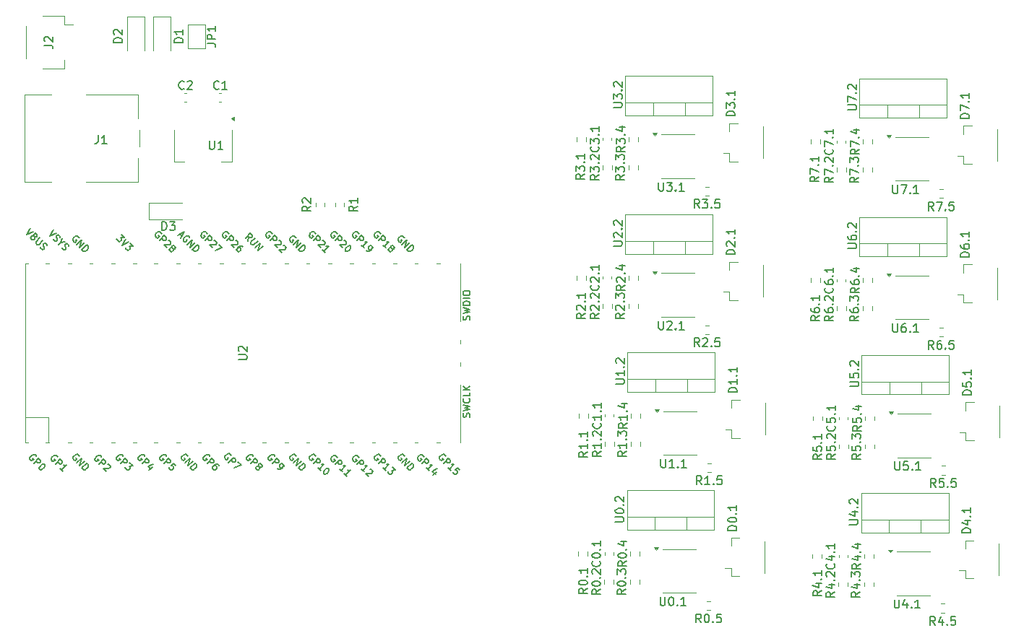
<source format=gto>
G04 #@! TF.GenerationSoftware,KiCad,Pcbnew,8.0.2-1*
G04 #@! TF.CreationDate,2024-09-04T16:21:55-07:00*
G04 #@! TF.ProjectId,laserBoxNew,6c617365-7242-46f7-984e-65772e6b6963,v01*
G04 #@! TF.SameCoordinates,Original*
G04 #@! TF.FileFunction,Legend,Top*
G04 #@! TF.FilePolarity,Positive*
%FSLAX46Y46*%
G04 Gerber Fmt 4.6, Leading zero omitted, Abs format (unit mm)*
G04 Created by KiCad (PCBNEW 8.0.2-1) date 2024-09-04 16:21:55*
%MOMM*%
%LPD*%
G01*
G04 APERTURE LIST*
%ADD10C,0.150000*%
%ADD11C,0.120000*%
G04 APERTURE END LIST*
D10*
X177124319Y-93740452D02*
X176648128Y-94073785D01*
X177124319Y-94311880D02*
X176124319Y-94311880D01*
X176124319Y-94311880D02*
X176124319Y-93930928D01*
X176124319Y-93930928D02*
X176171938Y-93835690D01*
X176171938Y-93835690D02*
X176219557Y-93788071D01*
X176219557Y-93788071D02*
X176314795Y-93740452D01*
X176314795Y-93740452D02*
X176457652Y-93740452D01*
X176457652Y-93740452D02*
X176552890Y-93788071D01*
X176552890Y-93788071D02*
X176600509Y-93835690D01*
X176600509Y-93835690D02*
X176648128Y-93930928D01*
X176648128Y-93930928D02*
X176648128Y-94311880D01*
X176124319Y-92835690D02*
X176124319Y-93311880D01*
X176124319Y-93311880D02*
X176600509Y-93359499D01*
X176600509Y-93359499D02*
X176552890Y-93311880D01*
X176552890Y-93311880D02*
X176505271Y-93216642D01*
X176505271Y-93216642D02*
X176505271Y-92978547D01*
X176505271Y-92978547D02*
X176552890Y-92883309D01*
X176552890Y-92883309D02*
X176600509Y-92835690D01*
X176600509Y-92835690D02*
X176695747Y-92788071D01*
X176695747Y-92788071D02*
X176933842Y-92788071D01*
X176933842Y-92788071D02*
X177029080Y-92835690D01*
X177029080Y-92835690D02*
X177076700Y-92883309D01*
X177076700Y-92883309D02*
X177124319Y-92978547D01*
X177124319Y-92978547D02*
X177124319Y-93216642D01*
X177124319Y-93216642D02*
X177076700Y-93311880D01*
X177076700Y-93311880D02*
X177029080Y-93359499D01*
X177029080Y-92359499D02*
X177076700Y-92311880D01*
X177076700Y-92311880D02*
X177124319Y-92359499D01*
X177124319Y-92359499D02*
X177076700Y-92407118D01*
X177076700Y-92407118D02*
X177029080Y-92359499D01*
X177029080Y-92359499D02*
X177124319Y-92359499D01*
X176124319Y-91978547D02*
X176124319Y-91359500D01*
X176124319Y-91359500D02*
X176505271Y-91692833D01*
X176505271Y-91692833D02*
X176505271Y-91549976D01*
X176505271Y-91549976D02*
X176552890Y-91454738D01*
X176552890Y-91454738D02*
X176600509Y-91407119D01*
X176600509Y-91407119D02*
X176695747Y-91359500D01*
X176695747Y-91359500D02*
X176933842Y-91359500D01*
X176933842Y-91359500D02*
X177029080Y-91407119D01*
X177029080Y-91407119D02*
X177076700Y-91454738D01*
X177076700Y-91454738D02*
X177124319Y-91549976D01*
X177124319Y-91549976D02*
X177124319Y-91835690D01*
X177124319Y-91835690D02*
X177076700Y-91930928D01*
X177076700Y-91930928D02*
X177029080Y-91978547D01*
X173916319Y-77560452D02*
X173440128Y-77893785D01*
X173916319Y-78131880D02*
X172916319Y-78131880D01*
X172916319Y-78131880D02*
X172916319Y-77750928D01*
X172916319Y-77750928D02*
X172963938Y-77655690D01*
X172963938Y-77655690D02*
X173011557Y-77608071D01*
X173011557Y-77608071D02*
X173106795Y-77560452D01*
X173106795Y-77560452D02*
X173249652Y-77560452D01*
X173249652Y-77560452D02*
X173344890Y-77608071D01*
X173344890Y-77608071D02*
X173392509Y-77655690D01*
X173392509Y-77655690D02*
X173440128Y-77750928D01*
X173440128Y-77750928D02*
X173440128Y-78131880D01*
X172916319Y-76703309D02*
X172916319Y-76893785D01*
X172916319Y-76893785D02*
X172963938Y-76989023D01*
X172963938Y-76989023D02*
X173011557Y-77036642D01*
X173011557Y-77036642D02*
X173154414Y-77131880D01*
X173154414Y-77131880D02*
X173344890Y-77179499D01*
X173344890Y-77179499D02*
X173725842Y-77179499D01*
X173725842Y-77179499D02*
X173821080Y-77131880D01*
X173821080Y-77131880D02*
X173868700Y-77084261D01*
X173868700Y-77084261D02*
X173916319Y-76989023D01*
X173916319Y-76989023D02*
X173916319Y-76798547D01*
X173916319Y-76798547D02*
X173868700Y-76703309D01*
X173868700Y-76703309D02*
X173821080Y-76655690D01*
X173821080Y-76655690D02*
X173725842Y-76608071D01*
X173725842Y-76608071D02*
X173487747Y-76608071D01*
X173487747Y-76608071D02*
X173392509Y-76655690D01*
X173392509Y-76655690D02*
X173344890Y-76703309D01*
X173344890Y-76703309D02*
X173297271Y-76798547D01*
X173297271Y-76798547D02*
X173297271Y-76989023D01*
X173297271Y-76989023D02*
X173344890Y-77084261D01*
X173344890Y-77084261D02*
X173392509Y-77131880D01*
X173392509Y-77131880D02*
X173487747Y-77179499D01*
X173821080Y-76179499D02*
X173868700Y-76131880D01*
X173868700Y-76131880D02*
X173916319Y-76179499D01*
X173916319Y-76179499D02*
X173868700Y-76227118D01*
X173868700Y-76227118D02*
X173821080Y-76179499D01*
X173821080Y-76179499D02*
X173916319Y-76179499D01*
X173011557Y-75750928D02*
X172963938Y-75703309D01*
X172963938Y-75703309D02*
X172916319Y-75608071D01*
X172916319Y-75608071D02*
X172916319Y-75369976D01*
X172916319Y-75369976D02*
X172963938Y-75274738D01*
X172963938Y-75274738D02*
X173011557Y-75227119D01*
X173011557Y-75227119D02*
X173106795Y-75179500D01*
X173106795Y-75179500D02*
X173202033Y-75179500D01*
X173202033Y-75179500D02*
X173344890Y-75227119D01*
X173344890Y-75227119D02*
X173916319Y-75798547D01*
X173916319Y-75798547D02*
X173916319Y-75179500D01*
X149613819Y-109633952D02*
X149137628Y-109967285D01*
X149613819Y-110205380D02*
X148613819Y-110205380D01*
X148613819Y-110205380D02*
X148613819Y-109824428D01*
X148613819Y-109824428D02*
X148661438Y-109729190D01*
X148661438Y-109729190D02*
X148709057Y-109681571D01*
X148709057Y-109681571D02*
X148804295Y-109633952D01*
X148804295Y-109633952D02*
X148947152Y-109633952D01*
X148947152Y-109633952D02*
X149042390Y-109681571D01*
X149042390Y-109681571D02*
X149090009Y-109729190D01*
X149090009Y-109729190D02*
X149137628Y-109824428D01*
X149137628Y-109824428D02*
X149137628Y-110205380D01*
X148613819Y-109014904D02*
X148613819Y-108919666D01*
X148613819Y-108919666D02*
X148661438Y-108824428D01*
X148661438Y-108824428D02*
X148709057Y-108776809D01*
X148709057Y-108776809D02*
X148804295Y-108729190D01*
X148804295Y-108729190D02*
X148994771Y-108681571D01*
X148994771Y-108681571D02*
X149232866Y-108681571D01*
X149232866Y-108681571D02*
X149423342Y-108729190D01*
X149423342Y-108729190D02*
X149518580Y-108776809D01*
X149518580Y-108776809D02*
X149566200Y-108824428D01*
X149566200Y-108824428D02*
X149613819Y-108919666D01*
X149613819Y-108919666D02*
X149613819Y-109014904D01*
X149613819Y-109014904D02*
X149566200Y-109110142D01*
X149566200Y-109110142D02*
X149518580Y-109157761D01*
X149518580Y-109157761D02*
X149423342Y-109205380D01*
X149423342Y-109205380D02*
X149232866Y-109252999D01*
X149232866Y-109252999D02*
X148994771Y-109252999D01*
X148994771Y-109252999D02*
X148804295Y-109205380D01*
X148804295Y-109205380D02*
X148709057Y-109157761D01*
X148709057Y-109157761D02*
X148661438Y-109110142D01*
X148661438Y-109110142D02*
X148613819Y-109014904D01*
X149518580Y-108252999D02*
X149566200Y-108205380D01*
X149566200Y-108205380D02*
X149613819Y-108252999D01*
X149613819Y-108252999D02*
X149566200Y-108300618D01*
X149566200Y-108300618D02*
X149518580Y-108252999D01*
X149518580Y-108252999D02*
X149613819Y-108252999D01*
X148613819Y-107872047D02*
X148613819Y-107253000D01*
X148613819Y-107253000D02*
X148994771Y-107586333D01*
X148994771Y-107586333D02*
X148994771Y-107443476D01*
X148994771Y-107443476D02*
X149042390Y-107348238D01*
X149042390Y-107348238D02*
X149090009Y-107300619D01*
X149090009Y-107300619D02*
X149185247Y-107253000D01*
X149185247Y-107253000D02*
X149423342Y-107253000D01*
X149423342Y-107253000D02*
X149518580Y-107300619D01*
X149518580Y-107300619D02*
X149566200Y-107348238D01*
X149566200Y-107348238D02*
X149613819Y-107443476D01*
X149613819Y-107443476D02*
X149613819Y-107729190D01*
X149613819Y-107729190D02*
X149566200Y-107824428D01*
X149566200Y-107824428D02*
X149518580Y-107872047D01*
X104229819Y-82676904D02*
X105039342Y-82676904D01*
X105039342Y-82676904D02*
X105134580Y-82629285D01*
X105134580Y-82629285D02*
X105182200Y-82581666D01*
X105182200Y-82581666D02*
X105229819Y-82486428D01*
X105229819Y-82486428D02*
X105229819Y-82295952D01*
X105229819Y-82295952D02*
X105182200Y-82200714D01*
X105182200Y-82200714D02*
X105134580Y-82153095D01*
X105134580Y-82153095D02*
X105039342Y-82105476D01*
X105039342Y-82105476D02*
X104229819Y-82105476D01*
X104325057Y-81676904D02*
X104277438Y-81629285D01*
X104277438Y-81629285D02*
X104229819Y-81534047D01*
X104229819Y-81534047D02*
X104229819Y-81295952D01*
X104229819Y-81295952D02*
X104277438Y-81200714D01*
X104277438Y-81200714D02*
X104325057Y-81153095D01*
X104325057Y-81153095D02*
X104420295Y-81105476D01*
X104420295Y-81105476D02*
X104515533Y-81105476D01*
X104515533Y-81105476D02*
X104658390Y-81153095D01*
X104658390Y-81153095D02*
X105229819Y-81724523D01*
X105229819Y-81724523D02*
X105229819Y-81105476D01*
X123676568Y-94001435D02*
X123649631Y-93920623D01*
X123649631Y-93920623D02*
X123568819Y-93839811D01*
X123568819Y-93839811D02*
X123461069Y-93785936D01*
X123461069Y-93785936D02*
X123353319Y-93785936D01*
X123353319Y-93785936D02*
X123272507Y-93812873D01*
X123272507Y-93812873D02*
X123137820Y-93893685D01*
X123137820Y-93893685D02*
X123057008Y-93974498D01*
X123057008Y-93974498D02*
X122976196Y-94109185D01*
X122976196Y-94109185D02*
X122949258Y-94189997D01*
X122949258Y-94189997D02*
X122949258Y-94297746D01*
X122949258Y-94297746D02*
X123003133Y-94405496D01*
X123003133Y-94405496D02*
X123057008Y-94459371D01*
X123057008Y-94459371D02*
X123164758Y-94513246D01*
X123164758Y-94513246D02*
X123218632Y-94513246D01*
X123218632Y-94513246D02*
X123407194Y-94324684D01*
X123407194Y-94324684D02*
X123299445Y-94216934D01*
X123407194Y-94809557D02*
X123972880Y-94243872D01*
X123972880Y-94243872D02*
X123730443Y-95132806D01*
X123730443Y-95132806D02*
X124296128Y-94567120D01*
X123999817Y-95402180D02*
X124565502Y-94836494D01*
X124565502Y-94836494D02*
X124700189Y-94971181D01*
X124700189Y-94971181D02*
X124754064Y-95078931D01*
X124754064Y-95078931D02*
X124754064Y-95186680D01*
X124754064Y-95186680D02*
X124727127Y-95267493D01*
X124727127Y-95267493D02*
X124646314Y-95402180D01*
X124646314Y-95402180D02*
X124565502Y-95482992D01*
X124565502Y-95482992D02*
X124430815Y-95563804D01*
X124430815Y-95563804D02*
X124350003Y-95590741D01*
X124350003Y-95590741D02*
X124242253Y-95590741D01*
X124242253Y-95590741D02*
X124134504Y-95536867D01*
X124134504Y-95536867D02*
X123999817Y-95402180D01*
X85576568Y-68401435D02*
X85549631Y-68320623D01*
X85549631Y-68320623D02*
X85468819Y-68239811D01*
X85468819Y-68239811D02*
X85361069Y-68185936D01*
X85361069Y-68185936D02*
X85253319Y-68185936D01*
X85253319Y-68185936D02*
X85172507Y-68212873D01*
X85172507Y-68212873D02*
X85037820Y-68293685D01*
X85037820Y-68293685D02*
X84957008Y-68374498D01*
X84957008Y-68374498D02*
X84876196Y-68509185D01*
X84876196Y-68509185D02*
X84849258Y-68589997D01*
X84849258Y-68589997D02*
X84849258Y-68697746D01*
X84849258Y-68697746D02*
X84903133Y-68805496D01*
X84903133Y-68805496D02*
X84957008Y-68859371D01*
X84957008Y-68859371D02*
X85064758Y-68913246D01*
X85064758Y-68913246D02*
X85118632Y-68913246D01*
X85118632Y-68913246D02*
X85307194Y-68724684D01*
X85307194Y-68724684D02*
X85199445Y-68616934D01*
X85307194Y-69209557D02*
X85872880Y-68643872D01*
X85872880Y-68643872D02*
X85630443Y-69532806D01*
X85630443Y-69532806D02*
X86196128Y-68967120D01*
X85899817Y-69802180D02*
X86465502Y-69236494D01*
X86465502Y-69236494D02*
X86600189Y-69371181D01*
X86600189Y-69371181D02*
X86654064Y-69478931D01*
X86654064Y-69478931D02*
X86654064Y-69586680D01*
X86654064Y-69586680D02*
X86627127Y-69667493D01*
X86627127Y-69667493D02*
X86546314Y-69802180D01*
X86546314Y-69802180D02*
X86465502Y-69882992D01*
X86465502Y-69882992D02*
X86330815Y-69963804D01*
X86330815Y-69963804D02*
X86250003Y-69990741D01*
X86250003Y-69990741D02*
X86142253Y-69990741D01*
X86142253Y-69990741D02*
X86034504Y-69936867D01*
X86034504Y-69936867D02*
X85899817Y-69802180D01*
X95240131Y-67904998D02*
X95213194Y-67824185D01*
X95213194Y-67824185D02*
X95132381Y-67743373D01*
X95132381Y-67743373D02*
X95024632Y-67689498D01*
X95024632Y-67689498D02*
X94916882Y-67689498D01*
X94916882Y-67689498D02*
X94836070Y-67716436D01*
X94836070Y-67716436D02*
X94701383Y-67797248D01*
X94701383Y-67797248D02*
X94620571Y-67878060D01*
X94620571Y-67878060D02*
X94539758Y-68012747D01*
X94539758Y-68012747D02*
X94512821Y-68093560D01*
X94512821Y-68093560D02*
X94512821Y-68201309D01*
X94512821Y-68201309D02*
X94566696Y-68309059D01*
X94566696Y-68309059D02*
X94620571Y-68362934D01*
X94620571Y-68362934D02*
X94728320Y-68416808D01*
X94728320Y-68416808D02*
X94782195Y-68416808D01*
X94782195Y-68416808D02*
X94970757Y-68228247D01*
X94970757Y-68228247D02*
X94863007Y-68120497D01*
X94970757Y-68713120D02*
X95536442Y-68147434D01*
X95536442Y-68147434D02*
X95751942Y-68362934D01*
X95751942Y-68362934D02*
X95778879Y-68443746D01*
X95778879Y-68443746D02*
X95778879Y-68497621D01*
X95778879Y-68497621D02*
X95751942Y-68578433D01*
X95751942Y-68578433D02*
X95671129Y-68659245D01*
X95671129Y-68659245D02*
X95590317Y-68686182D01*
X95590317Y-68686182D02*
X95536442Y-68686182D01*
X95536442Y-68686182D02*
X95455630Y-68659245D01*
X95455630Y-68659245D02*
X95240131Y-68443746D01*
X96021316Y-68740057D02*
X96075190Y-68740057D01*
X96075190Y-68740057D02*
X96156003Y-68766995D01*
X96156003Y-68766995D02*
X96290690Y-68901682D01*
X96290690Y-68901682D02*
X96317627Y-68982494D01*
X96317627Y-68982494D02*
X96317627Y-69036369D01*
X96317627Y-69036369D02*
X96290690Y-69117181D01*
X96290690Y-69117181D02*
X96236815Y-69171056D01*
X96236815Y-69171056D02*
X96129065Y-69224930D01*
X96129065Y-69224930D02*
X95482568Y-69224930D01*
X95482568Y-69224930D02*
X95832754Y-69575117D01*
X96479252Y-69575117D02*
X96452314Y-69494305D01*
X96452314Y-69494305D02*
X96452314Y-69440430D01*
X96452314Y-69440430D02*
X96479252Y-69359618D01*
X96479252Y-69359618D02*
X96506189Y-69332680D01*
X96506189Y-69332680D02*
X96587001Y-69305743D01*
X96587001Y-69305743D02*
X96640876Y-69305743D01*
X96640876Y-69305743D02*
X96721688Y-69332680D01*
X96721688Y-69332680D02*
X96829438Y-69440430D01*
X96829438Y-69440430D02*
X96856375Y-69521242D01*
X96856375Y-69521242D02*
X96856375Y-69575117D01*
X96856375Y-69575117D02*
X96829438Y-69655929D01*
X96829438Y-69655929D02*
X96802500Y-69682866D01*
X96802500Y-69682866D02*
X96721688Y-69709804D01*
X96721688Y-69709804D02*
X96667813Y-69709804D01*
X96667813Y-69709804D02*
X96587001Y-69682866D01*
X96587001Y-69682866D02*
X96479252Y-69575117D01*
X96479252Y-69575117D02*
X96398439Y-69548179D01*
X96398439Y-69548179D02*
X96344565Y-69548179D01*
X96344565Y-69548179D02*
X96263752Y-69575117D01*
X96263752Y-69575117D02*
X96156003Y-69682866D01*
X96156003Y-69682866D02*
X96129065Y-69763679D01*
X96129065Y-69763679D02*
X96129065Y-69817553D01*
X96129065Y-69817553D02*
X96156003Y-69898366D01*
X96156003Y-69898366D02*
X96263752Y-70006115D01*
X96263752Y-70006115D02*
X96344565Y-70033053D01*
X96344565Y-70033053D02*
X96398439Y-70033053D01*
X96398439Y-70033053D02*
X96479252Y-70006115D01*
X96479252Y-70006115D02*
X96587001Y-69898366D01*
X96587001Y-69898366D02*
X96613939Y-69817553D01*
X96613939Y-69817553D02*
X96613939Y-69763679D01*
X96613939Y-69763679D02*
X96587001Y-69682866D01*
X131299200Y-78010238D02*
X131337295Y-77895952D01*
X131337295Y-77895952D02*
X131337295Y-77705476D01*
X131337295Y-77705476D02*
X131299200Y-77629285D01*
X131299200Y-77629285D02*
X131261104Y-77591190D01*
X131261104Y-77591190D02*
X131184914Y-77553095D01*
X131184914Y-77553095D02*
X131108723Y-77553095D01*
X131108723Y-77553095D02*
X131032533Y-77591190D01*
X131032533Y-77591190D02*
X130994438Y-77629285D01*
X130994438Y-77629285D02*
X130956342Y-77705476D01*
X130956342Y-77705476D02*
X130918247Y-77857857D01*
X130918247Y-77857857D02*
X130880152Y-77934047D01*
X130880152Y-77934047D02*
X130842057Y-77972142D01*
X130842057Y-77972142D02*
X130765866Y-78010238D01*
X130765866Y-78010238D02*
X130689676Y-78010238D01*
X130689676Y-78010238D02*
X130613485Y-77972142D01*
X130613485Y-77972142D02*
X130575390Y-77934047D01*
X130575390Y-77934047D02*
X130537295Y-77857857D01*
X130537295Y-77857857D02*
X130537295Y-77667380D01*
X130537295Y-77667380D02*
X130575390Y-77553095D01*
X130537295Y-77286428D02*
X131337295Y-77095952D01*
X131337295Y-77095952D02*
X130765866Y-76943571D01*
X130765866Y-76943571D02*
X131337295Y-76791190D01*
X131337295Y-76791190D02*
X130537295Y-76600714D01*
X131337295Y-76295951D02*
X130537295Y-76295951D01*
X130537295Y-76295951D02*
X130537295Y-76105475D01*
X130537295Y-76105475D02*
X130575390Y-75991189D01*
X130575390Y-75991189D02*
X130651580Y-75914999D01*
X130651580Y-75914999D02*
X130727771Y-75876904D01*
X130727771Y-75876904D02*
X130880152Y-75838808D01*
X130880152Y-75838808D02*
X130994438Y-75838808D01*
X130994438Y-75838808D02*
X131146819Y-75876904D01*
X131146819Y-75876904D02*
X131223009Y-75914999D01*
X131223009Y-75914999D02*
X131299200Y-75991189D01*
X131299200Y-75991189D02*
X131337295Y-76105475D01*
X131337295Y-76105475D02*
X131337295Y-76295951D01*
X131337295Y-75495951D02*
X130537295Y-75495951D01*
X130537295Y-74962618D02*
X130537295Y-74810237D01*
X130537295Y-74810237D02*
X130575390Y-74734047D01*
X130575390Y-74734047D02*
X130651580Y-74657856D01*
X130651580Y-74657856D02*
X130803961Y-74619761D01*
X130803961Y-74619761D02*
X131070628Y-74619761D01*
X131070628Y-74619761D02*
X131223009Y-74657856D01*
X131223009Y-74657856D02*
X131299200Y-74734047D01*
X131299200Y-74734047D02*
X131337295Y-74810237D01*
X131337295Y-74810237D02*
X131337295Y-74962618D01*
X131337295Y-74962618D02*
X131299200Y-75038809D01*
X131299200Y-75038809D02*
X131223009Y-75114999D01*
X131223009Y-75114999D02*
X131070628Y-75153095D01*
X131070628Y-75153095D02*
X130803961Y-75153095D01*
X130803961Y-75153095D02*
X130651580Y-75114999D01*
X130651580Y-75114999D02*
X130575390Y-75038809D01*
X130575390Y-75038809D02*
X130537295Y-74962618D01*
X108194131Y-67904998D02*
X108167194Y-67824185D01*
X108167194Y-67824185D02*
X108086381Y-67743373D01*
X108086381Y-67743373D02*
X107978632Y-67689498D01*
X107978632Y-67689498D02*
X107870882Y-67689498D01*
X107870882Y-67689498D02*
X107790070Y-67716436D01*
X107790070Y-67716436D02*
X107655383Y-67797248D01*
X107655383Y-67797248D02*
X107574571Y-67878060D01*
X107574571Y-67878060D02*
X107493758Y-68012747D01*
X107493758Y-68012747D02*
X107466821Y-68093560D01*
X107466821Y-68093560D02*
X107466821Y-68201309D01*
X107466821Y-68201309D02*
X107520696Y-68309059D01*
X107520696Y-68309059D02*
X107574571Y-68362934D01*
X107574571Y-68362934D02*
X107682320Y-68416808D01*
X107682320Y-68416808D02*
X107736195Y-68416808D01*
X107736195Y-68416808D02*
X107924757Y-68228247D01*
X107924757Y-68228247D02*
X107817007Y-68120497D01*
X107924757Y-68713120D02*
X108490442Y-68147434D01*
X108490442Y-68147434D02*
X108705942Y-68362934D01*
X108705942Y-68362934D02*
X108732879Y-68443746D01*
X108732879Y-68443746D02*
X108732879Y-68497621D01*
X108732879Y-68497621D02*
X108705942Y-68578433D01*
X108705942Y-68578433D02*
X108625129Y-68659245D01*
X108625129Y-68659245D02*
X108544317Y-68686182D01*
X108544317Y-68686182D02*
X108490442Y-68686182D01*
X108490442Y-68686182D02*
X108409630Y-68659245D01*
X108409630Y-68659245D02*
X108194131Y-68443746D01*
X108975316Y-68740057D02*
X109029190Y-68740057D01*
X109029190Y-68740057D02*
X109110003Y-68766995D01*
X109110003Y-68766995D02*
X109244690Y-68901682D01*
X109244690Y-68901682D02*
X109271627Y-68982494D01*
X109271627Y-68982494D02*
X109271627Y-69036369D01*
X109271627Y-69036369D02*
X109244690Y-69117181D01*
X109244690Y-69117181D02*
X109190815Y-69171056D01*
X109190815Y-69171056D02*
X109083065Y-69224930D01*
X109083065Y-69224930D02*
X108436568Y-69224930D01*
X108436568Y-69224930D02*
X108786754Y-69575117D01*
X109514064Y-69278805D02*
X109567939Y-69278805D01*
X109567939Y-69278805D02*
X109648751Y-69305743D01*
X109648751Y-69305743D02*
X109783438Y-69440430D01*
X109783438Y-69440430D02*
X109810375Y-69521242D01*
X109810375Y-69521242D02*
X109810375Y-69575117D01*
X109810375Y-69575117D02*
X109783438Y-69655929D01*
X109783438Y-69655929D02*
X109729563Y-69709804D01*
X109729563Y-69709804D02*
X109621813Y-69763679D01*
X109621813Y-69763679D02*
X108975316Y-69763679D01*
X108975316Y-69763679D02*
X109325502Y-70113865D01*
X85576568Y-94001435D02*
X85549631Y-93920623D01*
X85549631Y-93920623D02*
X85468819Y-93839811D01*
X85468819Y-93839811D02*
X85361069Y-93785936D01*
X85361069Y-93785936D02*
X85253319Y-93785936D01*
X85253319Y-93785936D02*
X85172507Y-93812873D01*
X85172507Y-93812873D02*
X85037820Y-93893685D01*
X85037820Y-93893685D02*
X84957008Y-93974498D01*
X84957008Y-93974498D02*
X84876196Y-94109185D01*
X84876196Y-94109185D02*
X84849258Y-94189997D01*
X84849258Y-94189997D02*
X84849258Y-94297746D01*
X84849258Y-94297746D02*
X84903133Y-94405496D01*
X84903133Y-94405496D02*
X84957008Y-94459371D01*
X84957008Y-94459371D02*
X85064758Y-94513246D01*
X85064758Y-94513246D02*
X85118632Y-94513246D01*
X85118632Y-94513246D02*
X85307194Y-94324684D01*
X85307194Y-94324684D02*
X85199445Y-94216934D01*
X85307194Y-94809557D02*
X85872880Y-94243872D01*
X85872880Y-94243872D02*
X85630443Y-95132806D01*
X85630443Y-95132806D02*
X86196128Y-94567120D01*
X85899817Y-95402180D02*
X86465502Y-94836494D01*
X86465502Y-94836494D02*
X86600189Y-94971181D01*
X86600189Y-94971181D02*
X86654064Y-95078931D01*
X86654064Y-95078931D02*
X86654064Y-95186680D01*
X86654064Y-95186680D02*
X86627127Y-95267493D01*
X86627127Y-95267493D02*
X86546314Y-95402180D01*
X86546314Y-95402180D02*
X86465502Y-95482992D01*
X86465502Y-95482992D02*
X86330815Y-95563804D01*
X86330815Y-95563804D02*
X86250003Y-95590741D01*
X86250003Y-95590741D02*
X86142253Y-95590741D01*
X86142253Y-95590741D02*
X86034504Y-95536867D01*
X86034504Y-95536867D02*
X85899817Y-95402180D01*
X110976568Y-94001435D02*
X110949631Y-93920623D01*
X110949631Y-93920623D02*
X110868819Y-93839811D01*
X110868819Y-93839811D02*
X110761069Y-93785936D01*
X110761069Y-93785936D02*
X110653319Y-93785936D01*
X110653319Y-93785936D02*
X110572507Y-93812873D01*
X110572507Y-93812873D02*
X110437820Y-93893685D01*
X110437820Y-93893685D02*
X110357008Y-93974498D01*
X110357008Y-93974498D02*
X110276196Y-94109185D01*
X110276196Y-94109185D02*
X110249258Y-94189997D01*
X110249258Y-94189997D02*
X110249258Y-94297746D01*
X110249258Y-94297746D02*
X110303133Y-94405496D01*
X110303133Y-94405496D02*
X110357008Y-94459371D01*
X110357008Y-94459371D02*
X110464758Y-94513246D01*
X110464758Y-94513246D02*
X110518632Y-94513246D01*
X110518632Y-94513246D02*
X110707194Y-94324684D01*
X110707194Y-94324684D02*
X110599445Y-94216934D01*
X110707194Y-94809557D02*
X111272880Y-94243872D01*
X111272880Y-94243872D02*
X111030443Y-95132806D01*
X111030443Y-95132806D02*
X111596128Y-94567120D01*
X111299817Y-95402180D02*
X111865502Y-94836494D01*
X111865502Y-94836494D02*
X112000189Y-94971181D01*
X112000189Y-94971181D02*
X112054064Y-95078931D01*
X112054064Y-95078931D02*
X112054064Y-95186680D01*
X112054064Y-95186680D02*
X112027127Y-95267493D01*
X112027127Y-95267493D02*
X111946314Y-95402180D01*
X111946314Y-95402180D02*
X111865502Y-95482992D01*
X111865502Y-95482992D02*
X111730815Y-95563804D01*
X111730815Y-95563804D02*
X111650003Y-95590741D01*
X111650003Y-95590741D02*
X111542253Y-95590741D01*
X111542253Y-95590741D02*
X111434504Y-95536867D01*
X111434504Y-95536867D02*
X111299817Y-95402180D01*
X100584131Y-67904998D02*
X100557194Y-67824185D01*
X100557194Y-67824185D02*
X100476381Y-67743373D01*
X100476381Y-67743373D02*
X100368632Y-67689498D01*
X100368632Y-67689498D02*
X100260882Y-67689498D01*
X100260882Y-67689498D02*
X100180070Y-67716436D01*
X100180070Y-67716436D02*
X100045383Y-67797248D01*
X100045383Y-67797248D02*
X99964571Y-67878060D01*
X99964571Y-67878060D02*
X99883758Y-68012747D01*
X99883758Y-68012747D02*
X99856821Y-68093560D01*
X99856821Y-68093560D02*
X99856821Y-68201309D01*
X99856821Y-68201309D02*
X99910696Y-68309059D01*
X99910696Y-68309059D02*
X99964571Y-68362934D01*
X99964571Y-68362934D02*
X100072320Y-68416808D01*
X100072320Y-68416808D02*
X100126195Y-68416808D01*
X100126195Y-68416808D02*
X100314757Y-68228247D01*
X100314757Y-68228247D02*
X100207007Y-68120497D01*
X100314757Y-68713120D02*
X100880442Y-68147434D01*
X100880442Y-68147434D02*
X101095942Y-68362934D01*
X101095942Y-68362934D02*
X101122879Y-68443746D01*
X101122879Y-68443746D02*
X101122879Y-68497621D01*
X101122879Y-68497621D02*
X101095942Y-68578433D01*
X101095942Y-68578433D02*
X101015129Y-68659245D01*
X101015129Y-68659245D02*
X100934317Y-68686182D01*
X100934317Y-68686182D02*
X100880442Y-68686182D01*
X100880442Y-68686182D02*
X100799630Y-68659245D01*
X100799630Y-68659245D02*
X100584131Y-68443746D01*
X101365316Y-68740057D02*
X101419190Y-68740057D01*
X101419190Y-68740057D02*
X101500003Y-68766995D01*
X101500003Y-68766995D02*
X101634690Y-68901682D01*
X101634690Y-68901682D02*
X101661627Y-68982494D01*
X101661627Y-68982494D02*
X101661627Y-69036369D01*
X101661627Y-69036369D02*
X101634690Y-69117181D01*
X101634690Y-69117181D02*
X101580815Y-69171056D01*
X101580815Y-69171056D02*
X101473065Y-69224930D01*
X101473065Y-69224930D02*
X100826568Y-69224930D01*
X100826568Y-69224930D02*
X101176754Y-69575117D01*
X101931001Y-69197993D02*
X102308125Y-69575117D01*
X102308125Y-69575117D02*
X101500003Y-69898366D01*
X128514131Y-94012998D02*
X128487194Y-93932185D01*
X128487194Y-93932185D02*
X128406381Y-93851373D01*
X128406381Y-93851373D02*
X128298632Y-93797498D01*
X128298632Y-93797498D02*
X128190882Y-93797498D01*
X128190882Y-93797498D02*
X128110070Y-93824436D01*
X128110070Y-93824436D02*
X127975383Y-93905248D01*
X127975383Y-93905248D02*
X127894571Y-93986060D01*
X127894571Y-93986060D02*
X127813758Y-94120747D01*
X127813758Y-94120747D02*
X127786821Y-94201560D01*
X127786821Y-94201560D02*
X127786821Y-94309309D01*
X127786821Y-94309309D02*
X127840696Y-94417059D01*
X127840696Y-94417059D02*
X127894571Y-94470934D01*
X127894571Y-94470934D02*
X128002320Y-94524808D01*
X128002320Y-94524808D02*
X128056195Y-94524808D01*
X128056195Y-94524808D02*
X128244757Y-94336247D01*
X128244757Y-94336247D02*
X128137007Y-94228497D01*
X128244757Y-94821120D02*
X128810442Y-94255434D01*
X128810442Y-94255434D02*
X129025942Y-94470934D01*
X129025942Y-94470934D02*
X129052879Y-94551746D01*
X129052879Y-94551746D02*
X129052879Y-94605621D01*
X129052879Y-94605621D02*
X129025942Y-94686433D01*
X129025942Y-94686433D02*
X128945129Y-94767245D01*
X128945129Y-94767245D02*
X128864317Y-94794182D01*
X128864317Y-94794182D02*
X128810442Y-94794182D01*
X128810442Y-94794182D02*
X128729630Y-94767245D01*
X128729630Y-94767245D02*
X128514131Y-94551746D01*
X129106754Y-95683117D02*
X128783505Y-95359868D01*
X128945129Y-95521492D02*
X129510815Y-94955807D01*
X129510815Y-94955807D02*
X129376128Y-94982744D01*
X129376128Y-94982744D02*
X129268378Y-94982744D01*
X129268378Y-94982744D02*
X129187566Y-94955807D01*
X130184250Y-95629242D02*
X129914876Y-95359868D01*
X129914876Y-95359868D02*
X129618565Y-95602305D01*
X129618565Y-95602305D02*
X129672439Y-95602305D01*
X129672439Y-95602305D02*
X129753252Y-95629242D01*
X129753252Y-95629242D02*
X129887939Y-95763929D01*
X129887939Y-95763929D02*
X129914876Y-95844741D01*
X129914876Y-95844741D02*
X129914876Y-95898616D01*
X129914876Y-95898616D02*
X129887939Y-95979428D01*
X129887939Y-95979428D02*
X129753252Y-96114115D01*
X129753252Y-96114115D02*
X129672439Y-96141053D01*
X129672439Y-96141053D02*
X129618565Y-96141053D01*
X129618565Y-96141053D02*
X129537752Y-96114115D01*
X129537752Y-96114115D02*
X129403065Y-95979428D01*
X129403065Y-95979428D02*
X129376128Y-95898616D01*
X129376128Y-95898616D02*
X129376128Y-95844741D01*
X115814131Y-67904998D02*
X115787194Y-67824185D01*
X115787194Y-67824185D02*
X115706381Y-67743373D01*
X115706381Y-67743373D02*
X115598632Y-67689498D01*
X115598632Y-67689498D02*
X115490882Y-67689498D01*
X115490882Y-67689498D02*
X115410070Y-67716436D01*
X115410070Y-67716436D02*
X115275383Y-67797248D01*
X115275383Y-67797248D02*
X115194571Y-67878060D01*
X115194571Y-67878060D02*
X115113758Y-68012747D01*
X115113758Y-68012747D02*
X115086821Y-68093560D01*
X115086821Y-68093560D02*
X115086821Y-68201309D01*
X115086821Y-68201309D02*
X115140696Y-68309059D01*
X115140696Y-68309059D02*
X115194571Y-68362934D01*
X115194571Y-68362934D02*
X115302320Y-68416808D01*
X115302320Y-68416808D02*
X115356195Y-68416808D01*
X115356195Y-68416808D02*
X115544757Y-68228247D01*
X115544757Y-68228247D02*
X115437007Y-68120497D01*
X115544757Y-68713120D02*
X116110442Y-68147434D01*
X116110442Y-68147434D02*
X116325942Y-68362934D01*
X116325942Y-68362934D02*
X116352879Y-68443746D01*
X116352879Y-68443746D02*
X116352879Y-68497621D01*
X116352879Y-68497621D02*
X116325942Y-68578433D01*
X116325942Y-68578433D02*
X116245129Y-68659245D01*
X116245129Y-68659245D02*
X116164317Y-68686182D01*
X116164317Y-68686182D02*
X116110442Y-68686182D01*
X116110442Y-68686182D02*
X116029630Y-68659245D01*
X116029630Y-68659245D02*
X115814131Y-68443746D01*
X116595316Y-68740057D02*
X116649190Y-68740057D01*
X116649190Y-68740057D02*
X116730003Y-68766995D01*
X116730003Y-68766995D02*
X116864690Y-68901682D01*
X116864690Y-68901682D02*
X116891627Y-68982494D01*
X116891627Y-68982494D02*
X116891627Y-69036369D01*
X116891627Y-69036369D02*
X116864690Y-69117181D01*
X116864690Y-69117181D02*
X116810815Y-69171056D01*
X116810815Y-69171056D02*
X116703065Y-69224930D01*
X116703065Y-69224930D02*
X116056568Y-69224930D01*
X116056568Y-69224930D02*
X116406754Y-69575117D01*
X117322626Y-69359618D02*
X117376500Y-69413492D01*
X117376500Y-69413492D02*
X117403438Y-69494305D01*
X117403438Y-69494305D02*
X117403438Y-69548179D01*
X117403438Y-69548179D02*
X117376500Y-69628992D01*
X117376500Y-69628992D02*
X117295688Y-69763679D01*
X117295688Y-69763679D02*
X117161001Y-69898366D01*
X117161001Y-69898366D02*
X117026314Y-69979178D01*
X117026314Y-69979178D02*
X116945502Y-70006115D01*
X116945502Y-70006115D02*
X116891627Y-70006115D01*
X116891627Y-70006115D02*
X116810815Y-69979178D01*
X116810815Y-69979178D02*
X116756940Y-69925303D01*
X116756940Y-69925303D02*
X116730003Y-69844491D01*
X116730003Y-69844491D02*
X116730003Y-69790616D01*
X116730003Y-69790616D02*
X116756940Y-69709804D01*
X116756940Y-69709804D02*
X116837752Y-69575117D01*
X116837752Y-69575117D02*
X116972439Y-69440430D01*
X116972439Y-69440430D02*
X117107126Y-69359618D01*
X117107126Y-69359618D02*
X117187939Y-69332680D01*
X117187939Y-69332680D02*
X117241813Y-69332680D01*
X117241813Y-69332680D02*
X117322626Y-69359618D01*
X105371289Y-68753651D02*
X105452101Y-68295716D01*
X105048040Y-68430403D02*
X105613725Y-67864717D01*
X105613725Y-67864717D02*
X105829224Y-68080216D01*
X105829224Y-68080216D02*
X105856162Y-68161029D01*
X105856162Y-68161029D02*
X105856162Y-68214903D01*
X105856162Y-68214903D02*
X105829224Y-68295716D01*
X105829224Y-68295716D02*
X105748412Y-68376528D01*
X105748412Y-68376528D02*
X105667600Y-68403465D01*
X105667600Y-68403465D02*
X105613725Y-68403465D01*
X105613725Y-68403465D02*
X105532913Y-68376528D01*
X105532913Y-68376528D02*
X105317414Y-68161029D01*
X106179411Y-68430403D02*
X105721475Y-68888338D01*
X105721475Y-68888338D02*
X105694537Y-68969151D01*
X105694537Y-68969151D02*
X105694537Y-69023025D01*
X105694537Y-69023025D02*
X105721475Y-69103838D01*
X105721475Y-69103838D02*
X105829224Y-69211587D01*
X105829224Y-69211587D02*
X105910037Y-69238525D01*
X105910037Y-69238525D02*
X105963911Y-69238525D01*
X105963911Y-69238525D02*
X106044724Y-69211587D01*
X106044724Y-69211587D02*
X106502659Y-68753651D01*
X106206348Y-69588711D02*
X106772033Y-69023025D01*
X106772033Y-69023025D02*
X106529597Y-69911959D01*
X106529597Y-69911959D02*
X107095282Y-69346274D01*
X83053505Y-94128372D02*
X83026568Y-94047560D01*
X83026568Y-94047560D02*
X82945756Y-93966748D01*
X82945756Y-93966748D02*
X82838006Y-93912873D01*
X82838006Y-93912873D02*
X82730257Y-93912873D01*
X82730257Y-93912873D02*
X82649444Y-93939810D01*
X82649444Y-93939810D02*
X82514757Y-94020623D01*
X82514757Y-94020623D02*
X82433945Y-94101435D01*
X82433945Y-94101435D02*
X82353133Y-94236122D01*
X82353133Y-94236122D02*
X82326196Y-94316934D01*
X82326196Y-94316934D02*
X82326196Y-94424684D01*
X82326196Y-94424684D02*
X82380070Y-94532433D01*
X82380070Y-94532433D02*
X82433945Y-94586308D01*
X82433945Y-94586308D02*
X82541695Y-94640183D01*
X82541695Y-94640183D02*
X82595570Y-94640183D01*
X82595570Y-94640183D02*
X82784131Y-94451621D01*
X82784131Y-94451621D02*
X82676382Y-94343871D01*
X82784131Y-94936494D02*
X83349817Y-94370809D01*
X83349817Y-94370809D02*
X83565316Y-94586308D01*
X83565316Y-94586308D02*
X83592253Y-94667120D01*
X83592253Y-94667120D02*
X83592253Y-94720995D01*
X83592253Y-94720995D02*
X83565316Y-94801807D01*
X83565316Y-94801807D02*
X83484504Y-94882619D01*
X83484504Y-94882619D02*
X83403692Y-94909557D01*
X83403692Y-94909557D02*
X83349817Y-94909557D01*
X83349817Y-94909557D02*
X83269005Y-94882619D01*
X83269005Y-94882619D02*
X83053505Y-94667120D01*
X83646128Y-95798491D02*
X83322879Y-95475242D01*
X83484504Y-95636867D02*
X84050189Y-95071181D01*
X84050189Y-95071181D02*
X83915502Y-95098119D01*
X83915502Y-95098119D02*
X83807753Y-95098119D01*
X83807753Y-95098119D02*
X83726940Y-95071181D01*
X125974131Y-94058998D02*
X125947194Y-93978185D01*
X125947194Y-93978185D02*
X125866381Y-93897373D01*
X125866381Y-93897373D02*
X125758632Y-93843498D01*
X125758632Y-93843498D02*
X125650882Y-93843498D01*
X125650882Y-93843498D02*
X125570070Y-93870436D01*
X125570070Y-93870436D02*
X125435383Y-93951248D01*
X125435383Y-93951248D02*
X125354571Y-94032060D01*
X125354571Y-94032060D02*
X125273758Y-94166747D01*
X125273758Y-94166747D02*
X125246821Y-94247560D01*
X125246821Y-94247560D02*
X125246821Y-94355309D01*
X125246821Y-94355309D02*
X125300696Y-94463059D01*
X125300696Y-94463059D02*
X125354571Y-94516934D01*
X125354571Y-94516934D02*
X125462320Y-94570808D01*
X125462320Y-94570808D02*
X125516195Y-94570808D01*
X125516195Y-94570808D02*
X125704757Y-94382247D01*
X125704757Y-94382247D02*
X125597007Y-94274497D01*
X125704757Y-94867120D02*
X126270442Y-94301434D01*
X126270442Y-94301434D02*
X126485942Y-94516934D01*
X126485942Y-94516934D02*
X126512879Y-94597746D01*
X126512879Y-94597746D02*
X126512879Y-94651621D01*
X126512879Y-94651621D02*
X126485942Y-94732433D01*
X126485942Y-94732433D02*
X126405129Y-94813245D01*
X126405129Y-94813245D02*
X126324317Y-94840182D01*
X126324317Y-94840182D02*
X126270442Y-94840182D01*
X126270442Y-94840182D02*
X126189630Y-94813245D01*
X126189630Y-94813245D02*
X125974131Y-94597746D01*
X126566754Y-95729117D02*
X126243505Y-95405868D01*
X126405129Y-95567492D02*
X126970815Y-95001807D01*
X126970815Y-95001807D02*
X126836128Y-95028744D01*
X126836128Y-95028744D02*
X126728378Y-95028744D01*
X126728378Y-95028744D02*
X126647566Y-95001807D01*
X127428751Y-95836866D02*
X127051627Y-96213990D01*
X127509563Y-95486680D02*
X126970815Y-95756054D01*
X126970815Y-95756054D02*
X127321001Y-96106240D01*
X103353505Y-93928372D02*
X103326568Y-93847560D01*
X103326568Y-93847560D02*
X103245756Y-93766748D01*
X103245756Y-93766748D02*
X103138006Y-93712873D01*
X103138006Y-93712873D02*
X103030257Y-93712873D01*
X103030257Y-93712873D02*
X102949444Y-93739810D01*
X102949444Y-93739810D02*
X102814757Y-93820623D01*
X102814757Y-93820623D02*
X102733945Y-93901435D01*
X102733945Y-93901435D02*
X102653133Y-94036122D01*
X102653133Y-94036122D02*
X102626196Y-94116934D01*
X102626196Y-94116934D02*
X102626196Y-94224684D01*
X102626196Y-94224684D02*
X102680070Y-94332433D01*
X102680070Y-94332433D02*
X102733945Y-94386308D01*
X102733945Y-94386308D02*
X102841695Y-94440183D01*
X102841695Y-94440183D02*
X102895570Y-94440183D01*
X102895570Y-94440183D02*
X103084131Y-94251621D01*
X103084131Y-94251621D02*
X102976382Y-94143871D01*
X103084131Y-94736494D02*
X103649817Y-94170809D01*
X103649817Y-94170809D02*
X103865316Y-94386308D01*
X103865316Y-94386308D02*
X103892253Y-94467120D01*
X103892253Y-94467120D02*
X103892253Y-94520995D01*
X103892253Y-94520995D02*
X103865316Y-94601807D01*
X103865316Y-94601807D02*
X103784504Y-94682619D01*
X103784504Y-94682619D02*
X103703692Y-94709557D01*
X103703692Y-94709557D02*
X103649817Y-94709557D01*
X103649817Y-94709557D02*
X103569005Y-94682619D01*
X103569005Y-94682619D02*
X103353505Y-94467120D01*
X104161627Y-94682619D02*
X104538751Y-95059743D01*
X104538751Y-95059743D02*
X103730629Y-95382992D01*
X118354131Y-67904998D02*
X118327194Y-67824185D01*
X118327194Y-67824185D02*
X118246381Y-67743373D01*
X118246381Y-67743373D02*
X118138632Y-67689498D01*
X118138632Y-67689498D02*
X118030882Y-67689498D01*
X118030882Y-67689498D02*
X117950070Y-67716436D01*
X117950070Y-67716436D02*
X117815383Y-67797248D01*
X117815383Y-67797248D02*
X117734571Y-67878060D01*
X117734571Y-67878060D02*
X117653758Y-68012747D01*
X117653758Y-68012747D02*
X117626821Y-68093560D01*
X117626821Y-68093560D02*
X117626821Y-68201309D01*
X117626821Y-68201309D02*
X117680696Y-68309059D01*
X117680696Y-68309059D02*
X117734571Y-68362934D01*
X117734571Y-68362934D02*
X117842320Y-68416808D01*
X117842320Y-68416808D02*
X117896195Y-68416808D01*
X117896195Y-68416808D02*
X118084757Y-68228247D01*
X118084757Y-68228247D02*
X117977007Y-68120497D01*
X118084757Y-68713120D02*
X118650442Y-68147434D01*
X118650442Y-68147434D02*
X118865942Y-68362934D01*
X118865942Y-68362934D02*
X118892879Y-68443746D01*
X118892879Y-68443746D02*
X118892879Y-68497621D01*
X118892879Y-68497621D02*
X118865942Y-68578433D01*
X118865942Y-68578433D02*
X118785129Y-68659245D01*
X118785129Y-68659245D02*
X118704317Y-68686182D01*
X118704317Y-68686182D02*
X118650442Y-68686182D01*
X118650442Y-68686182D02*
X118569630Y-68659245D01*
X118569630Y-68659245D02*
X118354131Y-68443746D01*
X118946754Y-69575117D02*
X118623505Y-69251868D01*
X118785129Y-69413492D02*
X119350815Y-68847807D01*
X119350815Y-68847807D02*
X119216128Y-68874744D01*
X119216128Y-68874744D02*
X119108378Y-68874744D01*
X119108378Y-68874744D02*
X119027566Y-68847807D01*
X119216128Y-69844491D02*
X119323878Y-69952240D01*
X119323878Y-69952240D02*
X119404690Y-69979178D01*
X119404690Y-69979178D02*
X119458565Y-69979178D01*
X119458565Y-69979178D02*
X119593252Y-69952240D01*
X119593252Y-69952240D02*
X119727939Y-69871428D01*
X119727939Y-69871428D02*
X119943438Y-69655929D01*
X119943438Y-69655929D02*
X119970375Y-69575117D01*
X119970375Y-69575117D02*
X119970375Y-69521242D01*
X119970375Y-69521242D02*
X119943438Y-69440430D01*
X119943438Y-69440430D02*
X119835688Y-69332680D01*
X119835688Y-69332680D02*
X119754876Y-69305743D01*
X119754876Y-69305743D02*
X119701001Y-69305743D01*
X119701001Y-69305743D02*
X119620189Y-69332680D01*
X119620189Y-69332680D02*
X119485502Y-69467367D01*
X119485502Y-69467367D02*
X119458565Y-69548179D01*
X119458565Y-69548179D02*
X119458565Y-69602054D01*
X119458565Y-69602054D02*
X119485502Y-69682866D01*
X119485502Y-69682866D02*
X119593252Y-69790616D01*
X119593252Y-69790616D02*
X119674064Y-69817553D01*
X119674064Y-69817553D02*
X119727939Y-69817553D01*
X119727939Y-69817553D02*
X119808751Y-69790616D01*
X95763505Y-94028372D02*
X95736568Y-93947560D01*
X95736568Y-93947560D02*
X95655756Y-93866748D01*
X95655756Y-93866748D02*
X95548006Y-93812873D01*
X95548006Y-93812873D02*
X95440257Y-93812873D01*
X95440257Y-93812873D02*
X95359444Y-93839810D01*
X95359444Y-93839810D02*
X95224757Y-93920623D01*
X95224757Y-93920623D02*
X95143945Y-94001435D01*
X95143945Y-94001435D02*
X95063133Y-94136122D01*
X95063133Y-94136122D02*
X95036196Y-94216934D01*
X95036196Y-94216934D02*
X95036196Y-94324684D01*
X95036196Y-94324684D02*
X95090070Y-94432433D01*
X95090070Y-94432433D02*
X95143945Y-94486308D01*
X95143945Y-94486308D02*
X95251695Y-94540183D01*
X95251695Y-94540183D02*
X95305570Y-94540183D01*
X95305570Y-94540183D02*
X95494131Y-94351621D01*
X95494131Y-94351621D02*
X95386382Y-94243871D01*
X95494131Y-94836494D02*
X96059817Y-94270809D01*
X96059817Y-94270809D02*
X96275316Y-94486308D01*
X96275316Y-94486308D02*
X96302253Y-94567120D01*
X96302253Y-94567120D02*
X96302253Y-94620995D01*
X96302253Y-94620995D02*
X96275316Y-94701807D01*
X96275316Y-94701807D02*
X96194504Y-94782619D01*
X96194504Y-94782619D02*
X96113692Y-94809557D01*
X96113692Y-94809557D02*
X96059817Y-94809557D01*
X96059817Y-94809557D02*
X95979005Y-94782619D01*
X95979005Y-94782619D02*
X95763505Y-94567120D01*
X96894876Y-95105868D02*
X96625502Y-94836494D01*
X96625502Y-94836494D02*
X96329191Y-95078931D01*
X96329191Y-95078931D02*
X96383066Y-95078931D01*
X96383066Y-95078931D02*
X96463878Y-95105868D01*
X96463878Y-95105868D02*
X96598565Y-95240555D01*
X96598565Y-95240555D02*
X96625502Y-95321367D01*
X96625502Y-95321367D02*
X96625502Y-95375242D01*
X96625502Y-95375242D02*
X96598565Y-95456054D01*
X96598565Y-95456054D02*
X96463878Y-95590741D01*
X96463878Y-95590741D02*
X96383066Y-95617679D01*
X96383066Y-95617679D02*
X96329191Y-95617679D01*
X96329191Y-95617679D02*
X96248379Y-95590741D01*
X96248379Y-95590741D02*
X96113692Y-95456054D01*
X96113692Y-95456054D02*
X96086754Y-95375242D01*
X96086754Y-95375242D02*
X96086754Y-95321367D01*
X120894131Y-67904998D02*
X120867194Y-67824185D01*
X120867194Y-67824185D02*
X120786381Y-67743373D01*
X120786381Y-67743373D02*
X120678632Y-67689498D01*
X120678632Y-67689498D02*
X120570882Y-67689498D01*
X120570882Y-67689498D02*
X120490070Y-67716436D01*
X120490070Y-67716436D02*
X120355383Y-67797248D01*
X120355383Y-67797248D02*
X120274571Y-67878060D01*
X120274571Y-67878060D02*
X120193758Y-68012747D01*
X120193758Y-68012747D02*
X120166821Y-68093560D01*
X120166821Y-68093560D02*
X120166821Y-68201309D01*
X120166821Y-68201309D02*
X120220696Y-68309059D01*
X120220696Y-68309059D02*
X120274571Y-68362934D01*
X120274571Y-68362934D02*
X120382320Y-68416808D01*
X120382320Y-68416808D02*
X120436195Y-68416808D01*
X120436195Y-68416808D02*
X120624757Y-68228247D01*
X120624757Y-68228247D02*
X120517007Y-68120497D01*
X120624757Y-68713120D02*
X121190442Y-68147434D01*
X121190442Y-68147434D02*
X121405942Y-68362934D01*
X121405942Y-68362934D02*
X121432879Y-68443746D01*
X121432879Y-68443746D02*
X121432879Y-68497621D01*
X121432879Y-68497621D02*
X121405942Y-68578433D01*
X121405942Y-68578433D02*
X121325129Y-68659245D01*
X121325129Y-68659245D02*
X121244317Y-68686182D01*
X121244317Y-68686182D02*
X121190442Y-68686182D01*
X121190442Y-68686182D02*
X121109630Y-68659245D01*
X121109630Y-68659245D02*
X120894131Y-68443746D01*
X121486754Y-69575117D02*
X121163505Y-69251868D01*
X121325129Y-69413492D02*
X121890815Y-68847807D01*
X121890815Y-68847807D02*
X121756128Y-68874744D01*
X121756128Y-68874744D02*
X121648378Y-68874744D01*
X121648378Y-68874744D02*
X121567566Y-68847807D01*
X122133252Y-69575117D02*
X122106314Y-69494305D01*
X122106314Y-69494305D02*
X122106314Y-69440430D01*
X122106314Y-69440430D02*
X122133252Y-69359618D01*
X122133252Y-69359618D02*
X122160189Y-69332680D01*
X122160189Y-69332680D02*
X122241001Y-69305743D01*
X122241001Y-69305743D02*
X122294876Y-69305743D01*
X122294876Y-69305743D02*
X122375688Y-69332680D01*
X122375688Y-69332680D02*
X122483438Y-69440430D01*
X122483438Y-69440430D02*
X122510375Y-69521242D01*
X122510375Y-69521242D02*
X122510375Y-69575117D01*
X122510375Y-69575117D02*
X122483438Y-69655929D01*
X122483438Y-69655929D02*
X122456500Y-69682866D01*
X122456500Y-69682866D02*
X122375688Y-69709804D01*
X122375688Y-69709804D02*
X122321813Y-69709804D01*
X122321813Y-69709804D02*
X122241001Y-69682866D01*
X122241001Y-69682866D02*
X122133252Y-69575117D01*
X122133252Y-69575117D02*
X122052439Y-69548179D01*
X122052439Y-69548179D02*
X121998565Y-69548179D01*
X121998565Y-69548179D02*
X121917752Y-69575117D01*
X121917752Y-69575117D02*
X121810003Y-69682866D01*
X121810003Y-69682866D02*
X121783065Y-69763679D01*
X121783065Y-69763679D02*
X121783065Y-69817553D01*
X121783065Y-69817553D02*
X121810003Y-69898366D01*
X121810003Y-69898366D02*
X121917752Y-70006115D01*
X121917752Y-70006115D02*
X121998565Y-70033053D01*
X121998565Y-70033053D02*
X122052439Y-70033053D01*
X122052439Y-70033053D02*
X122133252Y-70006115D01*
X122133252Y-70006115D02*
X122241001Y-69898366D01*
X122241001Y-69898366D02*
X122267939Y-69817553D01*
X122267939Y-69817553D02*
X122267939Y-69763679D01*
X122267939Y-69763679D02*
X122241001Y-69682866D01*
X97333759Y-67958873D02*
X97603133Y-68228247D01*
X97118260Y-68066623D02*
X97872507Y-67689499D01*
X97872507Y-67689499D02*
X97495384Y-68443746D01*
X98519005Y-68389871D02*
X98492067Y-68309059D01*
X98492067Y-68309059D02*
X98411255Y-68228247D01*
X98411255Y-68228247D02*
X98303505Y-68174372D01*
X98303505Y-68174372D02*
X98195756Y-68174372D01*
X98195756Y-68174372D02*
X98114944Y-68201310D01*
X98114944Y-68201310D02*
X97980257Y-68282122D01*
X97980257Y-68282122D02*
X97899444Y-68362934D01*
X97899444Y-68362934D02*
X97818632Y-68497621D01*
X97818632Y-68497621D02*
X97791695Y-68578433D01*
X97791695Y-68578433D02*
X97791695Y-68686183D01*
X97791695Y-68686183D02*
X97845570Y-68793932D01*
X97845570Y-68793932D02*
X97899444Y-68847807D01*
X97899444Y-68847807D02*
X98007194Y-68901682D01*
X98007194Y-68901682D02*
X98061069Y-68901682D01*
X98061069Y-68901682D02*
X98249631Y-68713120D01*
X98249631Y-68713120D02*
X98141881Y-68605371D01*
X98249631Y-69197993D02*
X98815316Y-68632308D01*
X98815316Y-68632308D02*
X98572879Y-69521242D01*
X98572879Y-69521242D02*
X99138565Y-68955557D01*
X98842253Y-69790616D02*
X99407939Y-69224931D01*
X99407939Y-69224931D02*
X99542626Y-69359618D01*
X99542626Y-69359618D02*
X99596501Y-69467367D01*
X99596501Y-69467367D02*
X99596501Y-69575117D01*
X99596501Y-69575117D02*
X99569563Y-69655929D01*
X99569563Y-69655929D02*
X99488751Y-69790616D01*
X99488751Y-69790616D02*
X99407939Y-69871428D01*
X99407939Y-69871428D02*
X99273252Y-69952241D01*
X99273252Y-69952241D02*
X99192439Y-69979178D01*
X99192439Y-69979178D02*
X99084690Y-69979178D01*
X99084690Y-69979178D02*
X98976940Y-69925303D01*
X98976940Y-69925303D02*
X98842253Y-69790616D01*
X123676568Y-68401435D02*
X123649631Y-68320623D01*
X123649631Y-68320623D02*
X123568819Y-68239811D01*
X123568819Y-68239811D02*
X123461069Y-68185936D01*
X123461069Y-68185936D02*
X123353319Y-68185936D01*
X123353319Y-68185936D02*
X123272507Y-68212873D01*
X123272507Y-68212873D02*
X123137820Y-68293685D01*
X123137820Y-68293685D02*
X123057008Y-68374498D01*
X123057008Y-68374498D02*
X122976196Y-68509185D01*
X122976196Y-68509185D02*
X122949258Y-68589997D01*
X122949258Y-68589997D02*
X122949258Y-68697746D01*
X122949258Y-68697746D02*
X123003133Y-68805496D01*
X123003133Y-68805496D02*
X123057008Y-68859371D01*
X123057008Y-68859371D02*
X123164758Y-68913246D01*
X123164758Y-68913246D02*
X123218632Y-68913246D01*
X123218632Y-68913246D02*
X123407194Y-68724684D01*
X123407194Y-68724684D02*
X123299445Y-68616934D01*
X123407194Y-69209557D02*
X123972880Y-68643872D01*
X123972880Y-68643872D02*
X123730443Y-69532806D01*
X123730443Y-69532806D02*
X124296128Y-68967120D01*
X123999817Y-69802180D02*
X124565502Y-69236494D01*
X124565502Y-69236494D02*
X124700189Y-69371181D01*
X124700189Y-69371181D02*
X124754064Y-69478931D01*
X124754064Y-69478931D02*
X124754064Y-69586680D01*
X124754064Y-69586680D02*
X124727127Y-69667493D01*
X124727127Y-69667493D02*
X124646314Y-69802180D01*
X124646314Y-69802180D02*
X124565502Y-69882992D01*
X124565502Y-69882992D02*
X124430815Y-69963804D01*
X124430815Y-69963804D02*
X124350003Y-69990741D01*
X124350003Y-69990741D02*
X124242253Y-69990741D01*
X124242253Y-69990741D02*
X124134504Y-69936867D01*
X124134504Y-69936867D02*
X123999817Y-69802180D01*
X93223505Y-94028372D02*
X93196568Y-93947560D01*
X93196568Y-93947560D02*
X93115756Y-93866748D01*
X93115756Y-93866748D02*
X93008006Y-93812873D01*
X93008006Y-93812873D02*
X92900257Y-93812873D01*
X92900257Y-93812873D02*
X92819444Y-93839810D01*
X92819444Y-93839810D02*
X92684757Y-93920623D01*
X92684757Y-93920623D02*
X92603945Y-94001435D01*
X92603945Y-94001435D02*
X92523133Y-94136122D01*
X92523133Y-94136122D02*
X92496196Y-94216934D01*
X92496196Y-94216934D02*
X92496196Y-94324684D01*
X92496196Y-94324684D02*
X92550070Y-94432433D01*
X92550070Y-94432433D02*
X92603945Y-94486308D01*
X92603945Y-94486308D02*
X92711695Y-94540183D01*
X92711695Y-94540183D02*
X92765570Y-94540183D01*
X92765570Y-94540183D02*
X92954131Y-94351621D01*
X92954131Y-94351621D02*
X92846382Y-94243871D01*
X92954131Y-94836494D02*
X93519817Y-94270809D01*
X93519817Y-94270809D02*
X93735316Y-94486308D01*
X93735316Y-94486308D02*
X93762253Y-94567120D01*
X93762253Y-94567120D02*
X93762253Y-94620995D01*
X93762253Y-94620995D02*
X93735316Y-94701807D01*
X93735316Y-94701807D02*
X93654504Y-94782619D01*
X93654504Y-94782619D02*
X93573692Y-94809557D01*
X93573692Y-94809557D02*
X93519817Y-94809557D01*
X93519817Y-94809557D02*
X93439005Y-94782619D01*
X93439005Y-94782619D02*
X93223505Y-94567120D01*
X94139377Y-95267493D02*
X93762253Y-95644616D01*
X94220189Y-94917306D02*
X93681441Y-95186680D01*
X93681441Y-95186680D02*
X94031627Y-95536867D01*
X131299200Y-89424524D02*
X131337295Y-89310238D01*
X131337295Y-89310238D02*
X131337295Y-89119762D01*
X131337295Y-89119762D02*
X131299200Y-89043571D01*
X131299200Y-89043571D02*
X131261104Y-89005476D01*
X131261104Y-89005476D02*
X131184914Y-88967381D01*
X131184914Y-88967381D02*
X131108723Y-88967381D01*
X131108723Y-88967381D02*
X131032533Y-89005476D01*
X131032533Y-89005476D02*
X130994438Y-89043571D01*
X130994438Y-89043571D02*
X130956342Y-89119762D01*
X130956342Y-89119762D02*
X130918247Y-89272143D01*
X130918247Y-89272143D02*
X130880152Y-89348333D01*
X130880152Y-89348333D02*
X130842057Y-89386428D01*
X130842057Y-89386428D02*
X130765866Y-89424524D01*
X130765866Y-89424524D02*
X130689676Y-89424524D01*
X130689676Y-89424524D02*
X130613485Y-89386428D01*
X130613485Y-89386428D02*
X130575390Y-89348333D01*
X130575390Y-89348333D02*
X130537295Y-89272143D01*
X130537295Y-89272143D02*
X130537295Y-89081666D01*
X130537295Y-89081666D02*
X130575390Y-88967381D01*
X130537295Y-88700714D02*
X131337295Y-88510238D01*
X131337295Y-88510238D02*
X130765866Y-88357857D01*
X130765866Y-88357857D02*
X131337295Y-88205476D01*
X131337295Y-88205476D02*
X130537295Y-88015000D01*
X131261104Y-87253094D02*
X131299200Y-87291190D01*
X131299200Y-87291190D02*
X131337295Y-87405475D01*
X131337295Y-87405475D02*
X131337295Y-87481666D01*
X131337295Y-87481666D02*
X131299200Y-87595952D01*
X131299200Y-87595952D02*
X131223009Y-87672142D01*
X131223009Y-87672142D02*
X131146819Y-87710237D01*
X131146819Y-87710237D02*
X130994438Y-87748333D01*
X130994438Y-87748333D02*
X130880152Y-87748333D01*
X130880152Y-87748333D02*
X130727771Y-87710237D01*
X130727771Y-87710237D02*
X130651580Y-87672142D01*
X130651580Y-87672142D02*
X130575390Y-87595952D01*
X130575390Y-87595952D02*
X130537295Y-87481666D01*
X130537295Y-87481666D02*
X130537295Y-87405475D01*
X130537295Y-87405475D02*
X130575390Y-87291190D01*
X130575390Y-87291190D02*
X130613485Y-87253094D01*
X131337295Y-86529285D02*
X131337295Y-86910237D01*
X131337295Y-86910237D02*
X130537295Y-86910237D01*
X131337295Y-86262618D02*
X130537295Y-86262618D01*
X131337295Y-85805475D02*
X130880152Y-86148333D01*
X130537295Y-85805475D02*
X130994438Y-86262618D01*
X100843505Y-94028372D02*
X100816568Y-93947560D01*
X100816568Y-93947560D02*
X100735756Y-93866748D01*
X100735756Y-93866748D02*
X100628006Y-93812873D01*
X100628006Y-93812873D02*
X100520257Y-93812873D01*
X100520257Y-93812873D02*
X100439444Y-93839810D01*
X100439444Y-93839810D02*
X100304757Y-93920623D01*
X100304757Y-93920623D02*
X100223945Y-94001435D01*
X100223945Y-94001435D02*
X100143133Y-94136122D01*
X100143133Y-94136122D02*
X100116196Y-94216934D01*
X100116196Y-94216934D02*
X100116196Y-94324684D01*
X100116196Y-94324684D02*
X100170070Y-94432433D01*
X100170070Y-94432433D02*
X100223945Y-94486308D01*
X100223945Y-94486308D02*
X100331695Y-94540183D01*
X100331695Y-94540183D02*
X100385570Y-94540183D01*
X100385570Y-94540183D02*
X100574131Y-94351621D01*
X100574131Y-94351621D02*
X100466382Y-94243871D01*
X100574131Y-94836494D02*
X101139817Y-94270809D01*
X101139817Y-94270809D02*
X101355316Y-94486308D01*
X101355316Y-94486308D02*
X101382253Y-94567120D01*
X101382253Y-94567120D02*
X101382253Y-94620995D01*
X101382253Y-94620995D02*
X101355316Y-94701807D01*
X101355316Y-94701807D02*
X101274504Y-94782619D01*
X101274504Y-94782619D02*
X101193692Y-94809557D01*
X101193692Y-94809557D02*
X101139817Y-94809557D01*
X101139817Y-94809557D02*
X101059005Y-94782619D01*
X101059005Y-94782619D02*
X100843505Y-94567120D01*
X101947939Y-95078931D02*
X101840189Y-94971181D01*
X101840189Y-94971181D02*
X101759377Y-94944244D01*
X101759377Y-94944244D02*
X101705502Y-94944244D01*
X101705502Y-94944244D02*
X101570815Y-94971181D01*
X101570815Y-94971181D02*
X101436128Y-95051993D01*
X101436128Y-95051993D02*
X101220629Y-95267493D01*
X101220629Y-95267493D02*
X101193692Y-95348305D01*
X101193692Y-95348305D02*
X101193692Y-95402180D01*
X101193692Y-95402180D02*
X101220629Y-95482992D01*
X101220629Y-95482992D02*
X101328379Y-95590741D01*
X101328379Y-95590741D02*
X101409191Y-95617679D01*
X101409191Y-95617679D02*
X101463066Y-95617679D01*
X101463066Y-95617679D02*
X101543878Y-95590741D01*
X101543878Y-95590741D02*
X101678565Y-95456054D01*
X101678565Y-95456054D02*
X101705502Y-95375242D01*
X101705502Y-95375242D02*
X101705502Y-95321367D01*
X101705502Y-95321367D02*
X101678565Y-95240555D01*
X101678565Y-95240555D02*
X101570815Y-95132806D01*
X101570815Y-95132806D02*
X101490003Y-95105868D01*
X101490003Y-95105868D02*
X101436128Y-95105868D01*
X101436128Y-95105868D02*
X101355316Y-95132806D01*
X79847414Y-67268406D02*
X79470290Y-68022653D01*
X79470290Y-68022653D02*
X80224537Y-67645529D01*
X80332287Y-68292027D02*
X80386161Y-68399776D01*
X80386161Y-68399776D02*
X80386161Y-68453651D01*
X80386161Y-68453651D02*
X80359224Y-68534463D01*
X80359224Y-68534463D02*
X80278412Y-68615276D01*
X80278412Y-68615276D02*
X80197600Y-68642213D01*
X80197600Y-68642213D02*
X80143725Y-68642213D01*
X80143725Y-68642213D02*
X80062913Y-68615276D01*
X80062913Y-68615276D02*
X79847413Y-68399776D01*
X79847413Y-68399776D02*
X80413099Y-67834091D01*
X80413099Y-67834091D02*
X80601661Y-68022653D01*
X80601661Y-68022653D02*
X80628598Y-68103465D01*
X80628598Y-68103465D02*
X80628598Y-68157340D01*
X80628598Y-68157340D02*
X80601661Y-68238152D01*
X80601661Y-68238152D02*
X80547786Y-68292027D01*
X80547786Y-68292027D02*
X80466974Y-68318964D01*
X80466974Y-68318964D02*
X80413099Y-68318964D01*
X80413099Y-68318964D02*
X80332287Y-68292027D01*
X80332287Y-68292027D02*
X80143725Y-68103465D01*
X80978784Y-68399776D02*
X80520848Y-68857712D01*
X80520848Y-68857712D02*
X80493911Y-68938524D01*
X80493911Y-68938524D02*
X80493911Y-68992399D01*
X80493911Y-68992399D02*
X80520848Y-69073211D01*
X80520848Y-69073211D02*
X80628598Y-69180961D01*
X80628598Y-69180961D02*
X80709410Y-69207898D01*
X80709410Y-69207898D02*
X80763285Y-69207898D01*
X80763285Y-69207898D02*
X80844097Y-69180961D01*
X80844097Y-69180961D02*
X81302033Y-68723025D01*
X81005722Y-69504210D02*
X81059596Y-69611959D01*
X81059596Y-69611959D02*
X81194283Y-69746646D01*
X81194283Y-69746646D02*
X81275096Y-69773584D01*
X81275096Y-69773584D02*
X81328970Y-69773584D01*
X81328970Y-69773584D02*
X81409783Y-69746646D01*
X81409783Y-69746646D02*
X81463657Y-69692771D01*
X81463657Y-69692771D02*
X81490595Y-69611959D01*
X81490595Y-69611959D02*
X81490595Y-69558084D01*
X81490595Y-69558084D02*
X81463657Y-69477272D01*
X81463657Y-69477272D02*
X81382845Y-69342585D01*
X81382845Y-69342585D02*
X81355908Y-69261773D01*
X81355908Y-69261773D02*
X81355908Y-69207898D01*
X81355908Y-69207898D02*
X81382845Y-69127086D01*
X81382845Y-69127086D02*
X81436720Y-69073211D01*
X81436720Y-69073211D02*
X81517532Y-69046274D01*
X81517532Y-69046274D02*
X81571407Y-69046274D01*
X81571407Y-69046274D02*
X81652219Y-69073211D01*
X81652219Y-69073211D02*
X81786906Y-69207898D01*
X81786906Y-69207898D02*
X81840781Y-69315648D01*
X103114131Y-67904998D02*
X103087194Y-67824185D01*
X103087194Y-67824185D02*
X103006381Y-67743373D01*
X103006381Y-67743373D02*
X102898632Y-67689498D01*
X102898632Y-67689498D02*
X102790882Y-67689498D01*
X102790882Y-67689498D02*
X102710070Y-67716436D01*
X102710070Y-67716436D02*
X102575383Y-67797248D01*
X102575383Y-67797248D02*
X102494571Y-67878060D01*
X102494571Y-67878060D02*
X102413758Y-68012747D01*
X102413758Y-68012747D02*
X102386821Y-68093560D01*
X102386821Y-68093560D02*
X102386821Y-68201309D01*
X102386821Y-68201309D02*
X102440696Y-68309059D01*
X102440696Y-68309059D02*
X102494571Y-68362934D01*
X102494571Y-68362934D02*
X102602320Y-68416808D01*
X102602320Y-68416808D02*
X102656195Y-68416808D01*
X102656195Y-68416808D02*
X102844757Y-68228247D01*
X102844757Y-68228247D02*
X102737007Y-68120497D01*
X102844757Y-68713120D02*
X103410442Y-68147434D01*
X103410442Y-68147434D02*
X103625942Y-68362934D01*
X103625942Y-68362934D02*
X103652879Y-68443746D01*
X103652879Y-68443746D02*
X103652879Y-68497621D01*
X103652879Y-68497621D02*
X103625942Y-68578433D01*
X103625942Y-68578433D02*
X103545129Y-68659245D01*
X103545129Y-68659245D02*
X103464317Y-68686182D01*
X103464317Y-68686182D02*
X103410442Y-68686182D01*
X103410442Y-68686182D02*
X103329630Y-68659245D01*
X103329630Y-68659245D02*
X103114131Y-68443746D01*
X103895316Y-68740057D02*
X103949190Y-68740057D01*
X103949190Y-68740057D02*
X104030003Y-68766995D01*
X104030003Y-68766995D02*
X104164690Y-68901682D01*
X104164690Y-68901682D02*
X104191627Y-68982494D01*
X104191627Y-68982494D02*
X104191627Y-69036369D01*
X104191627Y-69036369D02*
X104164690Y-69117181D01*
X104164690Y-69117181D02*
X104110815Y-69171056D01*
X104110815Y-69171056D02*
X104003065Y-69224930D01*
X104003065Y-69224930D02*
X103356568Y-69224930D01*
X103356568Y-69224930D02*
X103706754Y-69575117D01*
X104757313Y-69494305D02*
X104649563Y-69386555D01*
X104649563Y-69386555D02*
X104568751Y-69359618D01*
X104568751Y-69359618D02*
X104514876Y-69359618D01*
X104514876Y-69359618D02*
X104380189Y-69386555D01*
X104380189Y-69386555D02*
X104245502Y-69467367D01*
X104245502Y-69467367D02*
X104030003Y-69682866D01*
X104030003Y-69682866D02*
X104003065Y-69763679D01*
X104003065Y-69763679D02*
X104003065Y-69817553D01*
X104003065Y-69817553D02*
X104030003Y-69898366D01*
X104030003Y-69898366D02*
X104137752Y-70006115D01*
X104137752Y-70006115D02*
X104218565Y-70033053D01*
X104218565Y-70033053D02*
X104272439Y-70033053D01*
X104272439Y-70033053D02*
X104353252Y-70006115D01*
X104353252Y-70006115D02*
X104487939Y-69871428D01*
X104487939Y-69871428D02*
X104514876Y-69790616D01*
X104514876Y-69790616D02*
X104514876Y-69736741D01*
X104514876Y-69736741D02*
X104487939Y-69655929D01*
X104487939Y-69655929D02*
X104380189Y-69548179D01*
X104380189Y-69548179D02*
X104299377Y-69521242D01*
X104299377Y-69521242D02*
X104245502Y-69521242D01*
X104245502Y-69521242D02*
X104164690Y-69548179D01*
X115814131Y-94158998D02*
X115787194Y-94078185D01*
X115787194Y-94078185D02*
X115706381Y-93997373D01*
X115706381Y-93997373D02*
X115598632Y-93943498D01*
X115598632Y-93943498D02*
X115490882Y-93943498D01*
X115490882Y-93943498D02*
X115410070Y-93970436D01*
X115410070Y-93970436D02*
X115275383Y-94051248D01*
X115275383Y-94051248D02*
X115194571Y-94132060D01*
X115194571Y-94132060D02*
X115113758Y-94266747D01*
X115113758Y-94266747D02*
X115086821Y-94347560D01*
X115086821Y-94347560D02*
X115086821Y-94455309D01*
X115086821Y-94455309D02*
X115140696Y-94563059D01*
X115140696Y-94563059D02*
X115194571Y-94616934D01*
X115194571Y-94616934D02*
X115302320Y-94670808D01*
X115302320Y-94670808D02*
X115356195Y-94670808D01*
X115356195Y-94670808D02*
X115544757Y-94482247D01*
X115544757Y-94482247D02*
X115437007Y-94374497D01*
X115544757Y-94967120D02*
X116110442Y-94401434D01*
X116110442Y-94401434D02*
X116325942Y-94616934D01*
X116325942Y-94616934D02*
X116352879Y-94697746D01*
X116352879Y-94697746D02*
X116352879Y-94751621D01*
X116352879Y-94751621D02*
X116325942Y-94832433D01*
X116325942Y-94832433D02*
X116245129Y-94913245D01*
X116245129Y-94913245D02*
X116164317Y-94940182D01*
X116164317Y-94940182D02*
X116110442Y-94940182D01*
X116110442Y-94940182D02*
X116029630Y-94913245D01*
X116029630Y-94913245D02*
X115814131Y-94697746D01*
X116406754Y-95829117D02*
X116083505Y-95505868D01*
X116245129Y-95667492D02*
X116810815Y-95101807D01*
X116810815Y-95101807D02*
X116676128Y-95128744D01*
X116676128Y-95128744D02*
X116568378Y-95128744D01*
X116568378Y-95128744D02*
X116487566Y-95101807D01*
X116945502Y-96367865D02*
X116622253Y-96044616D01*
X116783878Y-96206240D02*
X117349563Y-95640555D01*
X117349563Y-95640555D02*
X117214876Y-95667492D01*
X117214876Y-95667492D02*
X117107126Y-95667492D01*
X117107126Y-95667492D02*
X117026314Y-95640555D01*
X110976568Y-68401435D02*
X110949631Y-68320623D01*
X110949631Y-68320623D02*
X110868819Y-68239811D01*
X110868819Y-68239811D02*
X110761069Y-68185936D01*
X110761069Y-68185936D02*
X110653319Y-68185936D01*
X110653319Y-68185936D02*
X110572507Y-68212873D01*
X110572507Y-68212873D02*
X110437820Y-68293685D01*
X110437820Y-68293685D02*
X110357008Y-68374498D01*
X110357008Y-68374498D02*
X110276196Y-68509185D01*
X110276196Y-68509185D02*
X110249258Y-68589997D01*
X110249258Y-68589997D02*
X110249258Y-68697746D01*
X110249258Y-68697746D02*
X110303133Y-68805496D01*
X110303133Y-68805496D02*
X110357008Y-68859371D01*
X110357008Y-68859371D02*
X110464758Y-68913246D01*
X110464758Y-68913246D02*
X110518632Y-68913246D01*
X110518632Y-68913246D02*
X110707194Y-68724684D01*
X110707194Y-68724684D02*
X110599445Y-68616934D01*
X110707194Y-69209557D02*
X111272880Y-68643872D01*
X111272880Y-68643872D02*
X111030443Y-69532806D01*
X111030443Y-69532806D02*
X111596128Y-68967120D01*
X111299817Y-69802180D02*
X111865502Y-69236494D01*
X111865502Y-69236494D02*
X112000189Y-69371181D01*
X112000189Y-69371181D02*
X112054064Y-69478931D01*
X112054064Y-69478931D02*
X112054064Y-69586680D01*
X112054064Y-69586680D02*
X112027127Y-69667493D01*
X112027127Y-69667493D02*
X111946314Y-69802180D01*
X111946314Y-69802180D02*
X111865502Y-69882992D01*
X111865502Y-69882992D02*
X111730815Y-69963804D01*
X111730815Y-69963804D02*
X111650003Y-69990741D01*
X111650003Y-69990741D02*
X111542253Y-69990741D01*
X111542253Y-69990741D02*
X111434504Y-69936867D01*
X111434504Y-69936867D02*
X111299817Y-69802180D01*
X90484131Y-68005123D02*
X90834317Y-68355309D01*
X90834317Y-68355309D02*
X90430256Y-68382247D01*
X90430256Y-68382247D02*
X90511068Y-68463059D01*
X90511068Y-68463059D02*
X90538006Y-68543871D01*
X90538006Y-68543871D02*
X90538006Y-68597746D01*
X90538006Y-68597746D02*
X90511068Y-68678558D01*
X90511068Y-68678558D02*
X90376381Y-68813245D01*
X90376381Y-68813245D02*
X90295569Y-68840182D01*
X90295569Y-68840182D02*
X90241694Y-68840182D01*
X90241694Y-68840182D02*
X90160882Y-68813245D01*
X90160882Y-68813245D02*
X89999258Y-68651621D01*
X89999258Y-68651621D02*
X89972320Y-68570808D01*
X89972320Y-68570808D02*
X89972320Y-68516934D01*
X90995942Y-68516934D02*
X90618818Y-69271181D01*
X90618818Y-69271181D02*
X91373065Y-68894057D01*
X91507752Y-69028744D02*
X91857938Y-69378930D01*
X91857938Y-69378930D02*
X91453877Y-69405868D01*
X91453877Y-69405868D02*
X91534690Y-69486680D01*
X91534690Y-69486680D02*
X91561627Y-69567492D01*
X91561627Y-69567492D02*
X91561627Y-69621367D01*
X91561627Y-69621367D02*
X91534690Y-69702179D01*
X91534690Y-69702179D02*
X91400003Y-69836866D01*
X91400003Y-69836866D02*
X91319190Y-69863804D01*
X91319190Y-69863804D02*
X91265316Y-69863804D01*
X91265316Y-69863804D02*
X91184503Y-69836866D01*
X91184503Y-69836866D02*
X91022879Y-69675242D01*
X91022879Y-69675242D02*
X90995942Y-69594430D01*
X90995942Y-69594430D02*
X90995942Y-69540555D01*
X80523505Y-94028372D02*
X80496568Y-93947560D01*
X80496568Y-93947560D02*
X80415756Y-93866748D01*
X80415756Y-93866748D02*
X80308006Y-93812873D01*
X80308006Y-93812873D02*
X80200257Y-93812873D01*
X80200257Y-93812873D02*
X80119444Y-93839810D01*
X80119444Y-93839810D02*
X79984757Y-93920623D01*
X79984757Y-93920623D02*
X79903945Y-94001435D01*
X79903945Y-94001435D02*
X79823133Y-94136122D01*
X79823133Y-94136122D02*
X79796196Y-94216934D01*
X79796196Y-94216934D02*
X79796196Y-94324684D01*
X79796196Y-94324684D02*
X79850070Y-94432433D01*
X79850070Y-94432433D02*
X79903945Y-94486308D01*
X79903945Y-94486308D02*
X80011695Y-94540183D01*
X80011695Y-94540183D02*
X80065570Y-94540183D01*
X80065570Y-94540183D02*
X80254131Y-94351621D01*
X80254131Y-94351621D02*
X80146382Y-94243871D01*
X80254131Y-94836494D02*
X80819817Y-94270809D01*
X80819817Y-94270809D02*
X81035316Y-94486308D01*
X81035316Y-94486308D02*
X81062253Y-94567120D01*
X81062253Y-94567120D02*
X81062253Y-94620995D01*
X81062253Y-94620995D02*
X81035316Y-94701807D01*
X81035316Y-94701807D02*
X80954504Y-94782619D01*
X80954504Y-94782619D02*
X80873692Y-94809557D01*
X80873692Y-94809557D02*
X80819817Y-94809557D01*
X80819817Y-94809557D02*
X80739005Y-94782619D01*
X80739005Y-94782619D02*
X80523505Y-94567120D01*
X81493252Y-94944244D02*
X81547127Y-94998119D01*
X81547127Y-94998119D02*
X81574064Y-95078931D01*
X81574064Y-95078931D02*
X81574064Y-95132806D01*
X81574064Y-95132806D02*
X81547127Y-95213618D01*
X81547127Y-95213618D02*
X81466314Y-95348305D01*
X81466314Y-95348305D02*
X81331627Y-95482992D01*
X81331627Y-95482992D02*
X81196940Y-95563804D01*
X81196940Y-95563804D02*
X81116128Y-95590741D01*
X81116128Y-95590741D02*
X81062253Y-95590741D01*
X81062253Y-95590741D02*
X80981441Y-95563804D01*
X80981441Y-95563804D02*
X80927566Y-95509929D01*
X80927566Y-95509929D02*
X80900629Y-95429117D01*
X80900629Y-95429117D02*
X80900629Y-95375242D01*
X80900629Y-95375242D02*
X80927566Y-95294430D01*
X80927566Y-95294430D02*
X81008379Y-95159743D01*
X81008379Y-95159743D02*
X81143066Y-95025056D01*
X81143066Y-95025056D02*
X81277753Y-94944244D01*
X81277753Y-94944244D02*
X81358565Y-94917306D01*
X81358565Y-94917306D02*
X81412440Y-94917306D01*
X81412440Y-94917306D02*
X81493252Y-94944244D01*
X105923505Y-94028372D02*
X105896568Y-93947560D01*
X105896568Y-93947560D02*
X105815756Y-93866748D01*
X105815756Y-93866748D02*
X105708006Y-93812873D01*
X105708006Y-93812873D02*
X105600257Y-93812873D01*
X105600257Y-93812873D02*
X105519444Y-93839810D01*
X105519444Y-93839810D02*
X105384757Y-93920623D01*
X105384757Y-93920623D02*
X105303945Y-94001435D01*
X105303945Y-94001435D02*
X105223133Y-94136122D01*
X105223133Y-94136122D02*
X105196196Y-94216934D01*
X105196196Y-94216934D02*
X105196196Y-94324684D01*
X105196196Y-94324684D02*
X105250070Y-94432433D01*
X105250070Y-94432433D02*
X105303945Y-94486308D01*
X105303945Y-94486308D02*
X105411695Y-94540183D01*
X105411695Y-94540183D02*
X105465570Y-94540183D01*
X105465570Y-94540183D02*
X105654131Y-94351621D01*
X105654131Y-94351621D02*
X105546382Y-94243871D01*
X105654131Y-94836494D02*
X106219817Y-94270809D01*
X106219817Y-94270809D02*
X106435316Y-94486308D01*
X106435316Y-94486308D02*
X106462253Y-94567120D01*
X106462253Y-94567120D02*
X106462253Y-94620995D01*
X106462253Y-94620995D02*
X106435316Y-94701807D01*
X106435316Y-94701807D02*
X106354504Y-94782619D01*
X106354504Y-94782619D02*
X106273692Y-94809557D01*
X106273692Y-94809557D02*
X106219817Y-94809557D01*
X106219817Y-94809557D02*
X106139005Y-94782619D01*
X106139005Y-94782619D02*
X105923505Y-94567120D01*
X106623878Y-95159743D02*
X106596940Y-95078931D01*
X106596940Y-95078931D02*
X106596940Y-95025056D01*
X106596940Y-95025056D02*
X106623878Y-94944244D01*
X106623878Y-94944244D02*
X106650815Y-94917306D01*
X106650815Y-94917306D02*
X106731627Y-94890369D01*
X106731627Y-94890369D02*
X106785502Y-94890369D01*
X106785502Y-94890369D02*
X106866314Y-94917306D01*
X106866314Y-94917306D02*
X106974064Y-95025056D01*
X106974064Y-95025056D02*
X107001001Y-95105868D01*
X107001001Y-95105868D02*
X107001001Y-95159743D01*
X107001001Y-95159743D02*
X106974064Y-95240555D01*
X106974064Y-95240555D02*
X106947127Y-95267493D01*
X106947127Y-95267493D02*
X106866314Y-95294430D01*
X106866314Y-95294430D02*
X106812440Y-95294430D01*
X106812440Y-95294430D02*
X106731627Y-95267493D01*
X106731627Y-95267493D02*
X106623878Y-95159743D01*
X106623878Y-95159743D02*
X106543066Y-95132806D01*
X106543066Y-95132806D02*
X106489191Y-95132806D01*
X106489191Y-95132806D02*
X106408379Y-95159743D01*
X106408379Y-95159743D02*
X106300629Y-95267493D01*
X106300629Y-95267493D02*
X106273692Y-95348305D01*
X106273692Y-95348305D02*
X106273692Y-95402180D01*
X106273692Y-95402180D02*
X106300629Y-95482992D01*
X106300629Y-95482992D02*
X106408379Y-95590741D01*
X106408379Y-95590741D02*
X106489191Y-95617679D01*
X106489191Y-95617679D02*
X106543066Y-95617679D01*
X106543066Y-95617679D02*
X106623878Y-95590741D01*
X106623878Y-95590741D02*
X106731627Y-95482992D01*
X106731627Y-95482992D02*
X106758565Y-95402180D01*
X106758565Y-95402180D02*
X106758565Y-95348305D01*
X106758565Y-95348305D02*
X106731627Y-95267493D01*
X82524757Y-67435749D02*
X82147633Y-68189996D01*
X82147633Y-68189996D02*
X82901881Y-67812873D01*
X82524757Y-68513245D02*
X82578632Y-68620995D01*
X82578632Y-68620995D02*
X82713319Y-68755682D01*
X82713319Y-68755682D02*
X82794131Y-68782619D01*
X82794131Y-68782619D02*
X82848006Y-68782619D01*
X82848006Y-68782619D02*
X82928818Y-68755682D01*
X82928818Y-68755682D02*
X82982693Y-68701807D01*
X82982693Y-68701807D02*
X83009630Y-68620995D01*
X83009630Y-68620995D02*
X83009630Y-68567120D01*
X83009630Y-68567120D02*
X82982693Y-68486308D01*
X82982693Y-68486308D02*
X82901881Y-68351621D01*
X82901881Y-68351621D02*
X82874943Y-68270808D01*
X82874943Y-68270808D02*
X82874943Y-68216934D01*
X82874943Y-68216934D02*
X82901881Y-68136121D01*
X82901881Y-68136121D02*
X82955755Y-68082247D01*
X82955755Y-68082247D02*
X83036568Y-68055309D01*
X83036568Y-68055309D02*
X83090442Y-68055309D01*
X83090442Y-68055309D02*
X83171255Y-68082247D01*
X83171255Y-68082247D02*
X83305942Y-68216934D01*
X83305942Y-68216934D02*
X83359816Y-68324683D01*
X83440629Y-68944244D02*
X83171255Y-69213618D01*
X83548378Y-68459370D02*
X83440629Y-68944244D01*
X83440629Y-68944244D02*
X83925502Y-68836494D01*
X83548378Y-69536866D02*
X83602253Y-69644616D01*
X83602253Y-69644616D02*
X83736940Y-69779303D01*
X83736940Y-69779303D02*
X83817752Y-69806240D01*
X83817752Y-69806240D02*
X83871627Y-69806240D01*
X83871627Y-69806240D02*
X83952439Y-69779303D01*
X83952439Y-69779303D02*
X84006314Y-69725428D01*
X84006314Y-69725428D02*
X84033251Y-69644616D01*
X84033251Y-69644616D02*
X84033251Y-69590741D01*
X84033251Y-69590741D02*
X84006314Y-69509929D01*
X84006314Y-69509929D02*
X83925502Y-69375242D01*
X83925502Y-69375242D02*
X83898564Y-69294430D01*
X83898564Y-69294430D02*
X83898564Y-69240555D01*
X83898564Y-69240555D02*
X83925502Y-69159743D01*
X83925502Y-69159743D02*
X83979377Y-69105868D01*
X83979377Y-69105868D02*
X84060189Y-69078930D01*
X84060189Y-69078930D02*
X84114064Y-69078930D01*
X84114064Y-69078930D02*
X84194876Y-69105868D01*
X84194876Y-69105868D02*
X84329563Y-69240555D01*
X84329563Y-69240555D02*
X84383438Y-69348304D01*
X90683505Y-94028372D02*
X90656568Y-93947560D01*
X90656568Y-93947560D02*
X90575756Y-93866748D01*
X90575756Y-93866748D02*
X90468006Y-93812873D01*
X90468006Y-93812873D02*
X90360257Y-93812873D01*
X90360257Y-93812873D02*
X90279444Y-93839810D01*
X90279444Y-93839810D02*
X90144757Y-93920623D01*
X90144757Y-93920623D02*
X90063945Y-94001435D01*
X90063945Y-94001435D02*
X89983133Y-94136122D01*
X89983133Y-94136122D02*
X89956196Y-94216934D01*
X89956196Y-94216934D02*
X89956196Y-94324684D01*
X89956196Y-94324684D02*
X90010070Y-94432433D01*
X90010070Y-94432433D02*
X90063945Y-94486308D01*
X90063945Y-94486308D02*
X90171695Y-94540183D01*
X90171695Y-94540183D02*
X90225570Y-94540183D01*
X90225570Y-94540183D02*
X90414131Y-94351621D01*
X90414131Y-94351621D02*
X90306382Y-94243871D01*
X90414131Y-94836494D02*
X90979817Y-94270809D01*
X90979817Y-94270809D02*
X91195316Y-94486308D01*
X91195316Y-94486308D02*
X91222253Y-94567120D01*
X91222253Y-94567120D02*
X91222253Y-94620995D01*
X91222253Y-94620995D02*
X91195316Y-94701807D01*
X91195316Y-94701807D02*
X91114504Y-94782619D01*
X91114504Y-94782619D02*
X91033692Y-94809557D01*
X91033692Y-94809557D02*
X90979817Y-94809557D01*
X90979817Y-94809557D02*
X90899005Y-94782619D01*
X90899005Y-94782619D02*
X90683505Y-94567120D01*
X91491627Y-94782619D02*
X91841814Y-95132806D01*
X91841814Y-95132806D02*
X91437753Y-95159743D01*
X91437753Y-95159743D02*
X91518565Y-95240555D01*
X91518565Y-95240555D02*
X91545502Y-95321367D01*
X91545502Y-95321367D02*
X91545502Y-95375242D01*
X91545502Y-95375242D02*
X91518565Y-95456054D01*
X91518565Y-95456054D02*
X91383878Y-95590741D01*
X91383878Y-95590741D02*
X91303066Y-95617679D01*
X91303066Y-95617679D02*
X91249191Y-95617679D01*
X91249191Y-95617679D02*
X91168379Y-95590741D01*
X91168379Y-95590741D02*
X91006754Y-95429117D01*
X91006754Y-95429117D02*
X90979817Y-95348305D01*
X90979817Y-95348305D02*
X90979817Y-95294430D01*
X88143505Y-94128372D02*
X88116568Y-94047560D01*
X88116568Y-94047560D02*
X88035756Y-93966748D01*
X88035756Y-93966748D02*
X87928006Y-93912873D01*
X87928006Y-93912873D02*
X87820257Y-93912873D01*
X87820257Y-93912873D02*
X87739444Y-93939810D01*
X87739444Y-93939810D02*
X87604757Y-94020623D01*
X87604757Y-94020623D02*
X87523945Y-94101435D01*
X87523945Y-94101435D02*
X87443133Y-94236122D01*
X87443133Y-94236122D02*
X87416196Y-94316934D01*
X87416196Y-94316934D02*
X87416196Y-94424684D01*
X87416196Y-94424684D02*
X87470070Y-94532433D01*
X87470070Y-94532433D02*
X87523945Y-94586308D01*
X87523945Y-94586308D02*
X87631695Y-94640183D01*
X87631695Y-94640183D02*
X87685570Y-94640183D01*
X87685570Y-94640183D02*
X87874131Y-94451621D01*
X87874131Y-94451621D02*
X87766382Y-94343871D01*
X87874131Y-94936494D02*
X88439817Y-94370809D01*
X88439817Y-94370809D02*
X88655316Y-94586308D01*
X88655316Y-94586308D02*
X88682253Y-94667120D01*
X88682253Y-94667120D02*
X88682253Y-94720995D01*
X88682253Y-94720995D02*
X88655316Y-94801807D01*
X88655316Y-94801807D02*
X88574504Y-94882619D01*
X88574504Y-94882619D02*
X88493692Y-94909557D01*
X88493692Y-94909557D02*
X88439817Y-94909557D01*
X88439817Y-94909557D02*
X88359005Y-94882619D01*
X88359005Y-94882619D02*
X88143505Y-94667120D01*
X88924690Y-94963432D02*
X88978565Y-94963432D01*
X88978565Y-94963432D02*
X89059377Y-94990369D01*
X89059377Y-94990369D02*
X89194064Y-95125056D01*
X89194064Y-95125056D02*
X89221001Y-95205868D01*
X89221001Y-95205868D02*
X89221001Y-95259743D01*
X89221001Y-95259743D02*
X89194064Y-95340555D01*
X89194064Y-95340555D02*
X89140189Y-95394430D01*
X89140189Y-95394430D02*
X89032440Y-95448305D01*
X89032440Y-95448305D02*
X88385942Y-95448305D01*
X88385942Y-95448305D02*
X88736128Y-95798491D01*
X118354131Y-94158998D02*
X118327194Y-94078185D01*
X118327194Y-94078185D02*
X118246381Y-93997373D01*
X118246381Y-93997373D02*
X118138632Y-93943498D01*
X118138632Y-93943498D02*
X118030882Y-93943498D01*
X118030882Y-93943498D02*
X117950070Y-93970436D01*
X117950070Y-93970436D02*
X117815383Y-94051248D01*
X117815383Y-94051248D02*
X117734571Y-94132060D01*
X117734571Y-94132060D02*
X117653758Y-94266747D01*
X117653758Y-94266747D02*
X117626821Y-94347560D01*
X117626821Y-94347560D02*
X117626821Y-94455309D01*
X117626821Y-94455309D02*
X117680696Y-94563059D01*
X117680696Y-94563059D02*
X117734571Y-94616934D01*
X117734571Y-94616934D02*
X117842320Y-94670808D01*
X117842320Y-94670808D02*
X117896195Y-94670808D01*
X117896195Y-94670808D02*
X118084757Y-94482247D01*
X118084757Y-94482247D02*
X117977007Y-94374497D01*
X118084757Y-94967120D02*
X118650442Y-94401434D01*
X118650442Y-94401434D02*
X118865942Y-94616934D01*
X118865942Y-94616934D02*
X118892879Y-94697746D01*
X118892879Y-94697746D02*
X118892879Y-94751621D01*
X118892879Y-94751621D02*
X118865942Y-94832433D01*
X118865942Y-94832433D02*
X118785129Y-94913245D01*
X118785129Y-94913245D02*
X118704317Y-94940182D01*
X118704317Y-94940182D02*
X118650442Y-94940182D01*
X118650442Y-94940182D02*
X118569630Y-94913245D01*
X118569630Y-94913245D02*
X118354131Y-94697746D01*
X118946754Y-95829117D02*
X118623505Y-95505868D01*
X118785129Y-95667492D02*
X119350815Y-95101807D01*
X119350815Y-95101807D02*
X119216128Y-95128744D01*
X119216128Y-95128744D02*
X119108378Y-95128744D01*
X119108378Y-95128744D02*
X119027566Y-95101807D01*
X119674064Y-95532805D02*
X119727939Y-95532805D01*
X119727939Y-95532805D02*
X119808751Y-95559743D01*
X119808751Y-95559743D02*
X119943438Y-95694430D01*
X119943438Y-95694430D02*
X119970375Y-95775242D01*
X119970375Y-95775242D02*
X119970375Y-95829117D01*
X119970375Y-95829117D02*
X119943438Y-95909929D01*
X119943438Y-95909929D02*
X119889563Y-95963804D01*
X119889563Y-95963804D02*
X119781813Y-96017679D01*
X119781813Y-96017679D02*
X119135316Y-96017679D01*
X119135316Y-96017679D02*
X119485502Y-96367865D01*
X113284131Y-67904998D02*
X113257194Y-67824185D01*
X113257194Y-67824185D02*
X113176381Y-67743373D01*
X113176381Y-67743373D02*
X113068632Y-67689498D01*
X113068632Y-67689498D02*
X112960882Y-67689498D01*
X112960882Y-67689498D02*
X112880070Y-67716436D01*
X112880070Y-67716436D02*
X112745383Y-67797248D01*
X112745383Y-67797248D02*
X112664571Y-67878060D01*
X112664571Y-67878060D02*
X112583758Y-68012747D01*
X112583758Y-68012747D02*
X112556821Y-68093560D01*
X112556821Y-68093560D02*
X112556821Y-68201309D01*
X112556821Y-68201309D02*
X112610696Y-68309059D01*
X112610696Y-68309059D02*
X112664571Y-68362934D01*
X112664571Y-68362934D02*
X112772320Y-68416808D01*
X112772320Y-68416808D02*
X112826195Y-68416808D01*
X112826195Y-68416808D02*
X113014757Y-68228247D01*
X113014757Y-68228247D02*
X112907007Y-68120497D01*
X113014757Y-68713120D02*
X113580442Y-68147434D01*
X113580442Y-68147434D02*
X113795942Y-68362934D01*
X113795942Y-68362934D02*
X113822879Y-68443746D01*
X113822879Y-68443746D02*
X113822879Y-68497621D01*
X113822879Y-68497621D02*
X113795942Y-68578433D01*
X113795942Y-68578433D02*
X113715129Y-68659245D01*
X113715129Y-68659245D02*
X113634317Y-68686182D01*
X113634317Y-68686182D02*
X113580442Y-68686182D01*
X113580442Y-68686182D02*
X113499630Y-68659245D01*
X113499630Y-68659245D02*
X113284131Y-68443746D01*
X114065316Y-68740057D02*
X114119190Y-68740057D01*
X114119190Y-68740057D02*
X114200003Y-68766995D01*
X114200003Y-68766995D02*
X114334690Y-68901682D01*
X114334690Y-68901682D02*
X114361627Y-68982494D01*
X114361627Y-68982494D02*
X114361627Y-69036369D01*
X114361627Y-69036369D02*
X114334690Y-69117181D01*
X114334690Y-69117181D02*
X114280815Y-69171056D01*
X114280815Y-69171056D02*
X114173065Y-69224930D01*
X114173065Y-69224930D02*
X113526568Y-69224930D01*
X113526568Y-69224930D02*
X113876754Y-69575117D01*
X114415502Y-70113865D02*
X114092253Y-69790616D01*
X114253878Y-69952240D02*
X114819563Y-69386555D01*
X114819563Y-69386555D02*
X114684876Y-69413492D01*
X114684876Y-69413492D02*
X114577126Y-69413492D01*
X114577126Y-69413492D02*
X114496314Y-69386555D01*
X120894131Y-94012998D02*
X120867194Y-93932185D01*
X120867194Y-93932185D02*
X120786381Y-93851373D01*
X120786381Y-93851373D02*
X120678632Y-93797498D01*
X120678632Y-93797498D02*
X120570882Y-93797498D01*
X120570882Y-93797498D02*
X120490070Y-93824436D01*
X120490070Y-93824436D02*
X120355383Y-93905248D01*
X120355383Y-93905248D02*
X120274571Y-93986060D01*
X120274571Y-93986060D02*
X120193758Y-94120747D01*
X120193758Y-94120747D02*
X120166821Y-94201560D01*
X120166821Y-94201560D02*
X120166821Y-94309309D01*
X120166821Y-94309309D02*
X120220696Y-94417059D01*
X120220696Y-94417059D02*
X120274571Y-94470934D01*
X120274571Y-94470934D02*
X120382320Y-94524808D01*
X120382320Y-94524808D02*
X120436195Y-94524808D01*
X120436195Y-94524808D02*
X120624757Y-94336247D01*
X120624757Y-94336247D02*
X120517007Y-94228497D01*
X120624757Y-94821120D02*
X121190442Y-94255434D01*
X121190442Y-94255434D02*
X121405942Y-94470934D01*
X121405942Y-94470934D02*
X121432879Y-94551746D01*
X121432879Y-94551746D02*
X121432879Y-94605621D01*
X121432879Y-94605621D02*
X121405942Y-94686433D01*
X121405942Y-94686433D02*
X121325129Y-94767245D01*
X121325129Y-94767245D02*
X121244317Y-94794182D01*
X121244317Y-94794182D02*
X121190442Y-94794182D01*
X121190442Y-94794182D02*
X121109630Y-94767245D01*
X121109630Y-94767245D02*
X120894131Y-94551746D01*
X121486754Y-95683117D02*
X121163505Y-95359868D01*
X121325129Y-95521492D02*
X121890815Y-94955807D01*
X121890815Y-94955807D02*
X121756128Y-94982744D01*
X121756128Y-94982744D02*
X121648378Y-94982744D01*
X121648378Y-94982744D02*
X121567566Y-94955807D01*
X122241001Y-95305993D02*
X122591187Y-95656179D01*
X122591187Y-95656179D02*
X122187126Y-95683117D01*
X122187126Y-95683117D02*
X122267939Y-95763929D01*
X122267939Y-95763929D02*
X122294876Y-95844741D01*
X122294876Y-95844741D02*
X122294876Y-95898616D01*
X122294876Y-95898616D02*
X122267939Y-95979428D01*
X122267939Y-95979428D02*
X122133252Y-96114115D01*
X122133252Y-96114115D02*
X122052439Y-96141053D01*
X122052439Y-96141053D02*
X121998565Y-96141053D01*
X121998565Y-96141053D02*
X121917752Y-96114115D01*
X121917752Y-96114115D02*
X121756128Y-95952491D01*
X121756128Y-95952491D02*
X121729191Y-95871679D01*
X121729191Y-95871679D02*
X121729191Y-95817804D01*
X98276568Y-94001435D02*
X98249631Y-93920623D01*
X98249631Y-93920623D02*
X98168819Y-93839811D01*
X98168819Y-93839811D02*
X98061069Y-93785936D01*
X98061069Y-93785936D02*
X97953319Y-93785936D01*
X97953319Y-93785936D02*
X97872507Y-93812873D01*
X97872507Y-93812873D02*
X97737820Y-93893685D01*
X97737820Y-93893685D02*
X97657008Y-93974498D01*
X97657008Y-93974498D02*
X97576196Y-94109185D01*
X97576196Y-94109185D02*
X97549258Y-94189997D01*
X97549258Y-94189997D02*
X97549258Y-94297746D01*
X97549258Y-94297746D02*
X97603133Y-94405496D01*
X97603133Y-94405496D02*
X97657008Y-94459371D01*
X97657008Y-94459371D02*
X97764758Y-94513246D01*
X97764758Y-94513246D02*
X97818632Y-94513246D01*
X97818632Y-94513246D02*
X98007194Y-94324684D01*
X98007194Y-94324684D02*
X97899445Y-94216934D01*
X98007194Y-94809557D02*
X98572880Y-94243872D01*
X98572880Y-94243872D02*
X98330443Y-95132806D01*
X98330443Y-95132806D02*
X98896128Y-94567120D01*
X98599817Y-95402180D02*
X99165502Y-94836494D01*
X99165502Y-94836494D02*
X99300189Y-94971181D01*
X99300189Y-94971181D02*
X99354064Y-95078931D01*
X99354064Y-95078931D02*
X99354064Y-95186680D01*
X99354064Y-95186680D02*
X99327127Y-95267493D01*
X99327127Y-95267493D02*
X99246314Y-95402180D01*
X99246314Y-95402180D02*
X99165502Y-95482992D01*
X99165502Y-95482992D02*
X99030815Y-95563804D01*
X99030815Y-95563804D02*
X98950003Y-95590741D01*
X98950003Y-95590741D02*
X98842253Y-95590741D01*
X98842253Y-95590741D02*
X98734504Y-95536867D01*
X98734504Y-95536867D02*
X98599817Y-95402180D01*
X108463505Y-94028372D02*
X108436568Y-93947560D01*
X108436568Y-93947560D02*
X108355756Y-93866748D01*
X108355756Y-93866748D02*
X108248006Y-93812873D01*
X108248006Y-93812873D02*
X108140257Y-93812873D01*
X108140257Y-93812873D02*
X108059444Y-93839810D01*
X108059444Y-93839810D02*
X107924757Y-93920623D01*
X107924757Y-93920623D02*
X107843945Y-94001435D01*
X107843945Y-94001435D02*
X107763133Y-94136122D01*
X107763133Y-94136122D02*
X107736196Y-94216934D01*
X107736196Y-94216934D02*
X107736196Y-94324684D01*
X107736196Y-94324684D02*
X107790070Y-94432433D01*
X107790070Y-94432433D02*
X107843945Y-94486308D01*
X107843945Y-94486308D02*
X107951695Y-94540183D01*
X107951695Y-94540183D02*
X108005570Y-94540183D01*
X108005570Y-94540183D02*
X108194131Y-94351621D01*
X108194131Y-94351621D02*
X108086382Y-94243871D01*
X108194131Y-94836494D02*
X108759817Y-94270809D01*
X108759817Y-94270809D02*
X108975316Y-94486308D01*
X108975316Y-94486308D02*
X109002253Y-94567120D01*
X109002253Y-94567120D02*
X109002253Y-94620995D01*
X109002253Y-94620995D02*
X108975316Y-94701807D01*
X108975316Y-94701807D02*
X108894504Y-94782619D01*
X108894504Y-94782619D02*
X108813692Y-94809557D01*
X108813692Y-94809557D02*
X108759817Y-94809557D01*
X108759817Y-94809557D02*
X108679005Y-94782619D01*
X108679005Y-94782619D02*
X108463505Y-94567120D01*
X108786754Y-95429117D02*
X108894504Y-95536867D01*
X108894504Y-95536867D02*
X108975316Y-95563804D01*
X108975316Y-95563804D02*
X109029191Y-95563804D01*
X109029191Y-95563804D02*
X109163878Y-95536867D01*
X109163878Y-95536867D02*
X109298565Y-95456054D01*
X109298565Y-95456054D02*
X109514064Y-95240555D01*
X109514064Y-95240555D02*
X109541001Y-95159743D01*
X109541001Y-95159743D02*
X109541001Y-95105868D01*
X109541001Y-95105868D02*
X109514064Y-95025056D01*
X109514064Y-95025056D02*
X109406314Y-94917306D01*
X109406314Y-94917306D02*
X109325502Y-94890369D01*
X109325502Y-94890369D02*
X109271627Y-94890369D01*
X109271627Y-94890369D02*
X109190815Y-94917306D01*
X109190815Y-94917306D02*
X109056128Y-95051993D01*
X109056128Y-95051993D02*
X109029191Y-95132806D01*
X109029191Y-95132806D02*
X109029191Y-95186680D01*
X109029191Y-95186680D02*
X109056128Y-95267493D01*
X109056128Y-95267493D02*
X109163878Y-95375242D01*
X109163878Y-95375242D02*
X109244690Y-95402180D01*
X109244690Y-95402180D02*
X109298565Y-95402180D01*
X109298565Y-95402180D02*
X109379377Y-95375242D01*
X113274131Y-94012998D02*
X113247194Y-93932185D01*
X113247194Y-93932185D02*
X113166381Y-93851373D01*
X113166381Y-93851373D02*
X113058632Y-93797498D01*
X113058632Y-93797498D02*
X112950882Y-93797498D01*
X112950882Y-93797498D02*
X112870070Y-93824436D01*
X112870070Y-93824436D02*
X112735383Y-93905248D01*
X112735383Y-93905248D02*
X112654571Y-93986060D01*
X112654571Y-93986060D02*
X112573758Y-94120747D01*
X112573758Y-94120747D02*
X112546821Y-94201560D01*
X112546821Y-94201560D02*
X112546821Y-94309309D01*
X112546821Y-94309309D02*
X112600696Y-94417059D01*
X112600696Y-94417059D02*
X112654571Y-94470934D01*
X112654571Y-94470934D02*
X112762320Y-94524808D01*
X112762320Y-94524808D02*
X112816195Y-94524808D01*
X112816195Y-94524808D02*
X113004757Y-94336247D01*
X113004757Y-94336247D02*
X112897007Y-94228497D01*
X113004757Y-94821120D02*
X113570442Y-94255434D01*
X113570442Y-94255434D02*
X113785942Y-94470934D01*
X113785942Y-94470934D02*
X113812879Y-94551746D01*
X113812879Y-94551746D02*
X113812879Y-94605621D01*
X113812879Y-94605621D02*
X113785942Y-94686433D01*
X113785942Y-94686433D02*
X113705129Y-94767245D01*
X113705129Y-94767245D02*
X113624317Y-94794182D01*
X113624317Y-94794182D02*
X113570442Y-94794182D01*
X113570442Y-94794182D02*
X113489630Y-94767245D01*
X113489630Y-94767245D02*
X113274131Y-94551746D01*
X113866754Y-95683117D02*
X113543505Y-95359868D01*
X113705129Y-95521492D02*
X114270815Y-94955807D01*
X114270815Y-94955807D02*
X114136128Y-94982744D01*
X114136128Y-94982744D02*
X114028378Y-94982744D01*
X114028378Y-94982744D02*
X113947566Y-94955807D01*
X114782626Y-95467618D02*
X114836500Y-95521492D01*
X114836500Y-95521492D02*
X114863438Y-95602305D01*
X114863438Y-95602305D02*
X114863438Y-95656179D01*
X114863438Y-95656179D02*
X114836500Y-95736992D01*
X114836500Y-95736992D02*
X114755688Y-95871679D01*
X114755688Y-95871679D02*
X114621001Y-96006366D01*
X114621001Y-96006366D02*
X114486314Y-96087178D01*
X114486314Y-96087178D02*
X114405502Y-96114115D01*
X114405502Y-96114115D02*
X114351627Y-96114115D01*
X114351627Y-96114115D02*
X114270815Y-96087178D01*
X114270815Y-96087178D02*
X114216940Y-96033303D01*
X114216940Y-96033303D02*
X114190003Y-95952491D01*
X114190003Y-95952491D02*
X114190003Y-95898616D01*
X114190003Y-95898616D02*
X114216940Y-95817804D01*
X114216940Y-95817804D02*
X114297752Y-95683117D01*
X114297752Y-95683117D02*
X114432439Y-95548430D01*
X114432439Y-95548430D02*
X114567126Y-95467618D01*
X114567126Y-95467618D02*
X114647939Y-95440680D01*
X114647939Y-95440680D02*
X114701813Y-95440680D01*
X114701813Y-95440680D02*
X114782626Y-95467618D01*
X146476819Y-61005952D02*
X146000628Y-61339285D01*
X146476819Y-61577380D02*
X145476819Y-61577380D01*
X145476819Y-61577380D02*
X145476819Y-61196428D01*
X145476819Y-61196428D02*
X145524438Y-61101190D01*
X145524438Y-61101190D02*
X145572057Y-61053571D01*
X145572057Y-61053571D02*
X145667295Y-61005952D01*
X145667295Y-61005952D02*
X145810152Y-61005952D01*
X145810152Y-61005952D02*
X145905390Y-61053571D01*
X145905390Y-61053571D02*
X145953009Y-61101190D01*
X145953009Y-61101190D02*
X146000628Y-61196428D01*
X146000628Y-61196428D02*
X146000628Y-61577380D01*
X145476819Y-60672618D02*
X145476819Y-60053571D01*
X145476819Y-60053571D02*
X145857771Y-60386904D01*
X145857771Y-60386904D02*
X145857771Y-60244047D01*
X145857771Y-60244047D02*
X145905390Y-60148809D01*
X145905390Y-60148809D02*
X145953009Y-60101190D01*
X145953009Y-60101190D02*
X146048247Y-60053571D01*
X146048247Y-60053571D02*
X146286342Y-60053571D01*
X146286342Y-60053571D02*
X146381580Y-60101190D01*
X146381580Y-60101190D02*
X146429200Y-60148809D01*
X146429200Y-60148809D02*
X146476819Y-60244047D01*
X146476819Y-60244047D02*
X146476819Y-60529761D01*
X146476819Y-60529761D02*
X146429200Y-60624999D01*
X146429200Y-60624999D02*
X146381580Y-60672618D01*
X146381580Y-59624999D02*
X146429200Y-59577380D01*
X146429200Y-59577380D02*
X146476819Y-59624999D01*
X146476819Y-59624999D02*
X146429200Y-59672618D01*
X146429200Y-59672618D02*
X146381580Y-59624999D01*
X146381580Y-59624999D02*
X146476819Y-59624999D01*
X145572057Y-59196428D02*
X145524438Y-59148809D01*
X145524438Y-59148809D02*
X145476819Y-59053571D01*
X145476819Y-59053571D02*
X145476819Y-58815476D01*
X145476819Y-58815476D02*
X145524438Y-58720238D01*
X145524438Y-58720238D02*
X145572057Y-58672619D01*
X145572057Y-58672619D02*
X145667295Y-58625000D01*
X145667295Y-58625000D02*
X145762533Y-58625000D01*
X145762533Y-58625000D02*
X145905390Y-58672619D01*
X145905390Y-58672619D02*
X146476819Y-59244047D01*
X146476819Y-59244047D02*
X146476819Y-58625000D01*
X181086310Y-110830319D02*
X181086310Y-111639842D01*
X181086310Y-111639842D02*
X181133929Y-111735080D01*
X181133929Y-111735080D02*
X181181548Y-111782700D01*
X181181548Y-111782700D02*
X181276786Y-111830319D01*
X181276786Y-111830319D02*
X181467262Y-111830319D01*
X181467262Y-111830319D02*
X181562500Y-111782700D01*
X181562500Y-111782700D02*
X181610119Y-111735080D01*
X181610119Y-111735080D02*
X181657738Y-111639842D01*
X181657738Y-111639842D02*
X181657738Y-110830319D01*
X182562500Y-111163652D02*
X182562500Y-111830319D01*
X182324405Y-110782700D02*
X182086310Y-111496985D01*
X182086310Y-111496985D02*
X182705357Y-111496985D01*
X183086310Y-111735080D02*
X183133929Y-111782700D01*
X183133929Y-111782700D02*
X183086310Y-111830319D01*
X183086310Y-111830319D02*
X183038691Y-111782700D01*
X183038691Y-111782700D02*
X183086310Y-111735080D01*
X183086310Y-111735080D02*
X183086310Y-111830319D01*
X184086309Y-111830319D02*
X183514881Y-111830319D01*
X183800595Y-111830319D02*
X183800595Y-110830319D01*
X183800595Y-110830319D02*
X183705357Y-110973176D01*
X183705357Y-110973176D02*
X183610119Y-111068414D01*
X183610119Y-111068414D02*
X183514881Y-111116033D01*
X145112819Y-93504952D02*
X144636628Y-93838285D01*
X145112819Y-94076380D02*
X144112819Y-94076380D01*
X144112819Y-94076380D02*
X144112819Y-93695428D01*
X144112819Y-93695428D02*
X144160438Y-93600190D01*
X144160438Y-93600190D02*
X144208057Y-93552571D01*
X144208057Y-93552571D02*
X144303295Y-93504952D01*
X144303295Y-93504952D02*
X144446152Y-93504952D01*
X144446152Y-93504952D02*
X144541390Y-93552571D01*
X144541390Y-93552571D02*
X144589009Y-93600190D01*
X144589009Y-93600190D02*
X144636628Y-93695428D01*
X144636628Y-93695428D02*
X144636628Y-94076380D01*
X145112819Y-92552571D02*
X145112819Y-93123999D01*
X145112819Y-92838285D02*
X144112819Y-92838285D01*
X144112819Y-92838285D02*
X144255676Y-92933523D01*
X144255676Y-92933523D02*
X144350914Y-93028761D01*
X144350914Y-93028761D02*
X144398533Y-93123999D01*
X145017580Y-92123999D02*
X145065200Y-92076380D01*
X145065200Y-92076380D02*
X145112819Y-92123999D01*
X145112819Y-92123999D02*
X145065200Y-92171618D01*
X145065200Y-92171618D02*
X145017580Y-92123999D01*
X145017580Y-92123999D02*
X145112819Y-92123999D01*
X145112819Y-91124000D02*
X145112819Y-91695428D01*
X145112819Y-91409714D02*
X144112819Y-91409714D01*
X144112819Y-91409714D02*
X144255676Y-91504952D01*
X144255676Y-91504952D02*
X144350914Y-91600190D01*
X144350914Y-91600190D02*
X144398533Y-91695428D01*
X174004080Y-106630452D02*
X174051700Y-106678071D01*
X174051700Y-106678071D02*
X174099319Y-106820928D01*
X174099319Y-106820928D02*
X174099319Y-106916166D01*
X174099319Y-106916166D02*
X174051700Y-107059023D01*
X174051700Y-107059023D02*
X173956461Y-107154261D01*
X173956461Y-107154261D02*
X173861223Y-107201880D01*
X173861223Y-107201880D02*
X173670747Y-107249499D01*
X173670747Y-107249499D02*
X173527890Y-107249499D01*
X173527890Y-107249499D02*
X173337414Y-107201880D01*
X173337414Y-107201880D02*
X173242176Y-107154261D01*
X173242176Y-107154261D02*
X173146938Y-107059023D01*
X173146938Y-107059023D02*
X173099319Y-106916166D01*
X173099319Y-106916166D02*
X173099319Y-106820928D01*
X173099319Y-106820928D02*
X173146938Y-106678071D01*
X173146938Y-106678071D02*
X173194557Y-106630452D01*
X173432652Y-105773309D02*
X174099319Y-105773309D01*
X173051700Y-106011404D02*
X173765985Y-106249499D01*
X173765985Y-106249499D02*
X173765985Y-105630452D01*
X174004080Y-105249499D02*
X174051700Y-105201880D01*
X174051700Y-105201880D02*
X174099319Y-105249499D01*
X174099319Y-105249499D02*
X174051700Y-105297118D01*
X174051700Y-105297118D02*
X174004080Y-105249499D01*
X174004080Y-105249499D02*
X174099319Y-105249499D01*
X174099319Y-104249500D02*
X174099319Y-104820928D01*
X174099319Y-104535214D02*
X173099319Y-104535214D01*
X173099319Y-104535214D02*
X173242176Y-104630452D01*
X173242176Y-104630452D02*
X173337414Y-104725690D01*
X173337414Y-104725690D02*
X173385033Y-104820928D01*
X189848819Y-70638880D02*
X188848819Y-70638880D01*
X188848819Y-70638880D02*
X188848819Y-70400785D01*
X188848819Y-70400785D02*
X188896438Y-70257928D01*
X188896438Y-70257928D02*
X188991676Y-70162690D01*
X188991676Y-70162690D02*
X189086914Y-70115071D01*
X189086914Y-70115071D02*
X189277390Y-70067452D01*
X189277390Y-70067452D02*
X189420247Y-70067452D01*
X189420247Y-70067452D02*
X189610723Y-70115071D01*
X189610723Y-70115071D02*
X189705961Y-70162690D01*
X189705961Y-70162690D02*
X189801200Y-70257928D01*
X189801200Y-70257928D02*
X189848819Y-70400785D01*
X189848819Y-70400785D02*
X189848819Y-70638880D01*
X188848819Y-69210309D02*
X188848819Y-69400785D01*
X188848819Y-69400785D02*
X188896438Y-69496023D01*
X188896438Y-69496023D02*
X188944057Y-69543642D01*
X188944057Y-69543642D02*
X189086914Y-69638880D01*
X189086914Y-69638880D02*
X189277390Y-69686499D01*
X189277390Y-69686499D02*
X189658342Y-69686499D01*
X189658342Y-69686499D02*
X189753580Y-69638880D01*
X189753580Y-69638880D02*
X189801200Y-69591261D01*
X189801200Y-69591261D02*
X189848819Y-69496023D01*
X189848819Y-69496023D02*
X189848819Y-69305547D01*
X189848819Y-69305547D02*
X189801200Y-69210309D01*
X189801200Y-69210309D02*
X189753580Y-69162690D01*
X189753580Y-69162690D02*
X189658342Y-69115071D01*
X189658342Y-69115071D02*
X189420247Y-69115071D01*
X189420247Y-69115071D02*
X189325009Y-69162690D01*
X189325009Y-69162690D02*
X189277390Y-69210309D01*
X189277390Y-69210309D02*
X189229771Y-69305547D01*
X189229771Y-69305547D02*
X189229771Y-69496023D01*
X189229771Y-69496023D02*
X189277390Y-69591261D01*
X189277390Y-69591261D02*
X189325009Y-69638880D01*
X189325009Y-69638880D02*
X189420247Y-69686499D01*
X189753580Y-68686499D02*
X189801200Y-68638880D01*
X189801200Y-68638880D02*
X189848819Y-68686499D01*
X189848819Y-68686499D02*
X189801200Y-68734118D01*
X189801200Y-68734118D02*
X189753580Y-68686499D01*
X189753580Y-68686499D02*
X189848819Y-68686499D01*
X189848819Y-67686500D02*
X189848819Y-68257928D01*
X189848819Y-67972214D02*
X188848819Y-67972214D01*
X188848819Y-67972214D02*
X188991676Y-68067452D01*
X188991676Y-68067452D02*
X189086914Y-68162690D01*
X189086914Y-68162690D02*
X189134533Y-68257928D01*
X175640819Y-53390689D02*
X176450342Y-53390689D01*
X176450342Y-53390689D02*
X176545580Y-53343070D01*
X176545580Y-53343070D02*
X176593200Y-53295451D01*
X176593200Y-53295451D02*
X176640819Y-53200213D01*
X176640819Y-53200213D02*
X176640819Y-53009737D01*
X176640819Y-53009737D02*
X176593200Y-52914499D01*
X176593200Y-52914499D02*
X176545580Y-52866880D01*
X176545580Y-52866880D02*
X176450342Y-52819261D01*
X176450342Y-52819261D02*
X175640819Y-52819261D01*
X175640819Y-52438308D02*
X175640819Y-51771642D01*
X175640819Y-51771642D02*
X176640819Y-52200213D01*
X176545580Y-51390689D02*
X176593200Y-51343070D01*
X176593200Y-51343070D02*
X176640819Y-51390689D01*
X176640819Y-51390689D02*
X176593200Y-51438308D01*
X176593200Y-51438308D02*
X176545580Y-51390689D01*
X176545580Y-51390689D02*
X176640819Y-51390689D01*
X175736057Y-50962118D02*
X175688438Y-50914499D01*
X175688438Y-50914499D02*
X175640819Y-50819261D01*
X175640819Y-50819261D02*
X175640819Y-50581166D01*
X175640819Y-50581166D02*
X175688438Y-50485928D01*
X175688438Y-50485928D02*
X175736057Y-50438309D01*
X175736057Y-50438309D02*
X175831295Y-50390690D01*
X175831295Y-50390690D02*
X175926533Y-50390690D01*
X175926533Y-50390690D02*
X176069390Y-50438309D01*
X176069390Y-50438309D02*
X176640819Y-51009737D01*
X176640819Y-51009737D02*
X176640819Y-50390690D01*
X172552319Y-93803452D02*
X172076128Y-94136785D01*
X172552319Y-94374880D02*
X171552319Y-94374880D01*
X171552319Y-94374880D02*
X171552319Y-93993928D01*
X171552319Y-93993928D02*
X171599938Y-93898690D01*
X171599938Y-93898690D02*
X171647557Y-93851071D01*
X171647557Y-93851071D02*
X171742795Y-93803452D01*
X171742795Y-93803452D02*
X171885652Y-93803452D01*
X171885652Y-93803452D02*
X171980890Y-93851071D01*
X171980890Y-93851071D02*
X172028509Y-93898690D01*
X172028509Y-93898690D02*
X172076128Y-93993928D01*
X172076128Y-93993928D02*
X172076128Y-94374880D01*
X171552319Y-92898690D02*
X171552319Y-93374880D01*
X171552319Y-93374880D02*
X172028509Y-93422499D01*
X172028509Y-93422499D02*
X171980890Y-93374880D01*
X171980890Y-93374880D02*
X171933271Y-93279642D01*
X171933271Y-93279642D02*
X171933271Y-93041547D01*
X171933271Y-93041547D02*
X171980890Y-92946309D01*
X171980890Y-92946309D02*
X172028509Y-92898690D01*
X172028509Y-92898690D02*
X172123747Y-92851071D01*
X172123747Y-92851071D02*
X172361842Y-92851071D01*
X172361842Y-92851071D02*
X172457080Y-92898690D01*
X172457080Y-92898690D02*
X172504700Y-92946309D01*
X172504700Y-92946309D02*
X172552319Y-93041547D01*
X172552319Y-93041547D02*
X172552319Y-93279642D01*
X172552319Y-93279642D02*
X172504700Y-93374880D01*
X172504700Y-93374880D02*
X172457080Y-93422499D01*
X172457080Y-92422499D02*
X172504700Y-92374880D01*
X172504700Y-92374880D02*
X172552319Y-92422499D01*
X172552319Y-92422499D02*
X172504700Y-92470118D01*
X172504700Y-92470118D02*
X172457080Y-92422499D01*
X172457080Y-92422499D02*
X172552319Y-92422499D01*
X172552319Y-91422500D02*
X172552319Y-91993928D01*
X172552319Y-91708214D02*
X171552319Y-91708214D01*
X171552319Y-91708214D02*
X171695176Y-91803452D01*
X171695176Y-91803452D02*
X171790414Y-91898690D01*
X171790414Y-91898690D02*
X171838033Y-91993928D01*
X177147319Y-106630452D02*
X176671128Y-106963785D01*
X177147319Y-107201880D02*
X176147319Y-107201880D01*
X176147319Y-107201880D02*
X176147319Y-106820928D01*
X176147319Y-106820928D02*
X176194938Y-106725690D01*
X176194938Y-106725690D02*
X176242557Y-106678071D01*
X176242557Y-106678071D02*
X176337795Y-106630452D01*
X176337795Y-106630452D02*
X176480652Y-106630452D01*
X176480652Y-106630452D02*
X176575890Y-106678071D01*
X176575890Y-106678071D02*
X176623509Y-106725690D01*
X176623509Y-106725690D02*
X176671128Y-106820928D01*
X176671128Y-106820928D02*
X176671128Y-107201880D01*
X176480652Y-105773309D02*
X177147319Y-105773309D01*
X176099700Y-106011404D02*
X176813985Y-106249499D01*
X176813985Y-106249499D02*
X176813985Y-105630452D01*
X177052080Y-105249499D02*
X177099700Y-105201880D01*
X177099700Y-105201880D02*
X177147319Y-105249499D01*
X177147319Y-105249499D02*
X177099700Y-105297118D01*
X177099700Y-105297118D02*
X177052080Y-105249499D01*
X177052080Y-105249499D02*
X177147319Y-105249499D01*
X176480652Y-104344738D02*
X177147319Y-104344738D01*
X176099700Y-104582833D02*
X176813985Y-104820928D01*
X176813985Y-104820928D02*
X176813985Y-104201881D01*
X175640819Y-69646689D02*
X176450342Y-69646689D01*
X176450342Y-69646689D02*
X176545580Y-69599070D01*
X176545580Y-69599070D02*
X176593200Y-69551451D01*
X176593200Y-69551451D02*
X176640819Y-69456213D01*
X176640819Y-69456213D02*
X176640819Y-69265737D01*
X176640819Y-69265737D02*
X176593200Y-69170499D01*
X176593200Y-69170499D02*
X176545580Y-69122880D01*
X176545580Y-69122880D02*
X176450342Y-69075261D01*
X176450342Y-69075261D02*
X175640819Y-69075261D01*
X175640819Y-68170499D02*
X175640819Y-68360975D01*
X175640819Y-68360975D02*
X175688438Y-68456213D01*
X175688438Y-68456213D02*
X175736057Y-68503832D01*
X175736057Y-68503832D02*
X175878914Y-68599070D01*
X175878914Y-68599070D02*
X176069390Y-68646689D01*
X176069390Y-68646689D02*
X176450342Y-68646689D01*
X176450342Y-68646689D02*
X176545580Y-68599070D01*
X176545580Y-68599070D02*
X176593200Y-68551451D01*
X176593200Y-68551451D02*
X176640819Y-68456213D01*
X176640819Y-68456213D02*
X176640819Y-68265737D01*
X176640819Y-68265737D02*
X176593200Y-68170499D01*
X176593200Y-68170499D02*
X176545580Y-68122880D01*
X176545580Y-68122880D02*
X176450342Y-68075261D01*
X176450342Y-68075261D02*
X176212247Y-68075261D01*
X176212247Y-68075261D02*
X176117009Y-68122880D01*
X176117009Y-68122880D02*
X176069390Y-68170499D01*
X176069390Y-68170499D02*
X176021771Y-68265737D01*
X176021771Y-68265737D02*
X176021771Y-68456213D01*
X176021771Y-68456213D02*
X176069390Y-68551451D01*
X176069390Y-68551451D02*
X176117009Y-68599070D01*
X176117009Y-68599070D02*
X176212247Y-68646689D01*
X176545580Y-67646689D02*
X176593200Y-67599070D01*
X176593200Y-67599070D02*
X176640819Y-67646689D01*
X176640819Y-67646689D02*
X176593200Y-67694308D01*
X176593200Y-67694308D02*
X176545580Y-67646689D01*
X176545580Y-67646689D02*
X176640819Y-67646689D01*
X175736057Y-67218118D02*
X175688438Y-67170499D01*
X175688438Y-67170499D02*
X175640819Y-67075261D01*
X175640819Y-67075261D02*
X175640819Y-66837166D01*
X175640819Y-66837166D02*
X175688438Y-66741928D01*
X175688438Y-66741928D02*
X175736057Y-66694309D01*
X175736057Y-66694309D02*
X175831295Y-66646690D01*
X175831295Y-66646690D02*
X175926533Y-66646690D01*
X175926533Y-66646690D02*
X176069390Y-66694309D01*
X176069390Y-66694309D02*
X176640819Y-67265737D01*
X176640819Y-67265737D02*
X176640819Y-66646690D01*
X174170319Y-93740452D02*
X173694128Y-94073785D01*
X174170319Y-94311880D02*
X173170319Y-94311880D01*
X173170319Y-94311880D02*
X173170319Y-93930928D01*
X173170319Y-93930928D02*
X173217938Y-93835690D01*
X173217938Y-93835690D02*
X173265557Y-93788071D01*
X173265557Y-93788071D02*
X173360795Y-93740452D01*
X173360795Y-93740452D02*
X173503652Y-93740452D01*
X173503652Y-93740452D02*
X173598890Y-93788071D01*
X173598890Y-93788071D02*
X173646509Y-93835690D01*
X173646509Y-93835690D02*
X173694128Y-93930928D01*
X173694128Y-93930928D02*
X173694128Y-94311880D01*
X173170319Y-92835690D02*
X173170319Y-93311880D01*
X173170319Y-93311880D02*
X173646509Y-93359499D01*
X173646509Y-93359499D02*
X173598890Y-93311880D01*
X173598890Y-93311880D02*
X173551271Y-93216642D01*
X173551271Y-93216642D02*
X173551271Y-92978547D01*
X173551271Y-92978547D02*
X173598890Y-92883309D01*
X173598890Y-92883309D02*
X173646509Y-92835690D01*
X173646509Y-92835690D02*
X173741747Y-92788071D01*
X173741747Y-92788071D02*
X173979842Y-92788071D01*
X173979842Y-92788071D02*
X174075080Y-92835690D01*
X174075080Y-92835690D02*
X174122700Y-92883309D01*
X174122700Y-92883309D02*
X174170319Y-92978547D01*
X174170319Y-92978547D02*
X174170319Y-93216642D01*
X174170319Y-93216642D02*
X174122700Y-93311880D01*
X174122700Y-93311880D02*
X174075080Y-93359499D01*
X174075080Y-92359499D02*
X174122700Y-92311880D01*
X174122700Y-92311880D02*
X174170319Y-92359499D01*
X174170319Y-92359499D02*
X174122700Y-92407118D01*
X174122700Y-92407118D02*
X174075080Y-92359499D01*
X174075080Y-92359499D02*
X174170319Y-92359499D01*
X173265557Y-91930928D02*
X173217938Y-91883309D01*
X173217938Y-91883309D02*
X173170319Y-91788071D01*
X173170319Y-91788071D02*
X173170319Y-91549976D01*
X173170319Y-91549976D02*
X173217938Y-91454738D01*
X173217938Y-91454738D02*
X173265557Y-91407119D01*
X173265557Y-91407119D02*
X173360795Y-91359500D01*
X173360795Y-91359500D02*
X173456033Y-91359500D01*
X173456033Y-91359500D02*
X173598890Y-91407119D01*
X173598890Y-91407119D02*
X174170319Y-91978547D01*
X174170319Y-91978547D02*
X174170319Y-91359500D01*
X144858819Y-77248952D02*
X144382628Y-77582285D01*
X144858819Y-77820380D02*
X143858819Y-77820380D01*
X143858819Y-77820380D02*
X143858819Y-77439428D01*
X143858819Y-77439428D02*
X143906438Y-77344190D01*
X143906438Y-77344190D02*
X143954057Y-77296571D01*
X143954057Y-77296571D02*
X144049295Y-77248952D01*
X144049295Y-77248952D02*
X144192152Y-77248952D01*
X144192152Y-77248952D02*
X144287390Y-77296571D01*
X144287390Y-77296571D02*
X144335009Y-77344190D01*
X144335009Y-77344190D02*
X144382628Y-77439428D01*
X144382628Y-77439428D02*
X144382628Y-77820380D01*
X143954057Y-76867999D02*
X143906438Y-76820380D01*
X143906438Y-76820380D02*
X143858819Y-76725142D01*
X143858819Y-76725142D02*
X143858819Y-76487047D01*
X143858819Y-76487047D02*
X143906438Y-76391809D01*
X143906438Y-76391809D02*
X143954057Y-76344190D01*
X143954057Y-76344190D02*
X144049295Y-76296571D01*
X144049295Y-76296571D02*
X144144533Y-76296571D01*
X144144533Y-76296571D02*
X144287390Y-76344190D01*
X144287390Y-76344190D02*
X144858819Y-76915618D01*
X144858819Y-76915618D02*
X144858819Y-76296571D01*
X144763580Y-75867999D02*
X144811200Y-75820380D01*
X144811200Y-75820380D02*
X144858819Y-75867999D01*
X144858819Y-75867999D02*
X144811200Y-75915618D01*
X144811200Y-75915618D02*
X144763580Y-75867999D01*
X144763580Y-75867999D02*
X144858819Y-75867999D01*
X144858819Y-74868000D02*
X144858819Y-75439428D01*
X144858819Y-75153714D02*
X143858819Y-75153714D01*
X143858819Y-75153714D02*
X144001676Y-75248952D01*
X144001676Y-75248952D02*
X144096914Y-75344190D01*
X144096914Y-75344190D02*
X144144533Y-75439428D01*
X173821080Y-74258452D02*
X173868700Y-74306071D01*
X173868700Y-74306071D02*
X173916319Y-74448928D01*
X173916319Y-74448928D02*
X173916319Y-74544166D01*
X173916319Y-74544166D02*
X173868700Y-74687023D01*
X173868700Y-74687023D02*
X173773461Y-74782261D01*
X173773461Y-74782261D02*
X173678223Y-74829880D01*
X173678223Y-74829880D02*
X173487747Y-74877499D01*
X173487747Y-74877499D02*
X173344890Y-74877499D01*
X173344890Y-74877499D02*
X173154414Y-74829880D01*
X173154414Y-74829880D02*
X173059176Y-74782261D01*
X173059176Y-74782261D02*
X172963938Y-74687023D01*
X172963938Y-74687023D02*
X172916319Y-74544166D01*
X172916319Y-74544166D02*
X172916319Y-74448928D01*
X172916319Y-74448928D02*
X172963938Y-74306071D01*
X172963938Y-74306071D02*
X173011557Y-74258452D01*
X172916319Y-73401309D02*
X172916319Y-73591785D01*
X172916319Y-73591785D02*
X172963938Y-73687023D01*
X172963938Y-73687023D02*
X173011557Y-73734642D01*
X173011557Y-73734642D02*
X173154414Y-73829880D01*
X173154414Y-73829880D02*
X173344890Y-73877499D01*
X173344890Y-73877499D02*
X173725842Y-73877499D01*
X173725842Y-73877499D02*
X173821080Y-73829880D01*
X173821080Y-73829880D02*
X173868700Y-73782261D01*
X173868700Y-73782261D02*
X173916319Y-73687023D01*
X173916319Y-73687023D02*
X173916319Y-73496547D01*
X173916319Y-73496547D02*
X173868700Y-73401309D01*
X173868700Y-73401309D02*
X173821080Y-73353690D01*
X173821080Y-73353690D02*
X173725842Y-73306071D01*
X173725842Y-73306071D02*
X173487747Y-73306071D01*
X173487747Y-73306071D02*
X173392509Y-73353690D01*
X173392509Y-73353690D02*
X173344890Y-73401309D01*
X173344890Y-73401309D02*
X173297271Y-73496547D01*
X173297271Y-73496547D02*
X173297271Y-73687023D01*
X173297271Y-73687023D02*
X173344890Y-73782261D01*
X173344890Y-73782261D02*
X173392509Y-73829880D01*
X173392509Y-73829880D02*
X173487747Y-73877499D01*
X173821080Y-72877499D02*
X173868700Y-72829880D01*
X173868700Y-72829880D02*
X173916319Y-72877499D01*
X173916319Y-72877499D02*
X173868700Y-72925118D01*
X173868700Y-72925118D02*
X173821080Y-72877499D01*
X173821080Y-72877499D02*
X173916319Y-72877499D01*
X173916319Y-71877500D02*
X173916319Y-72448928D01*
X173916319Y-72163214D02*
X172916319Y-72163214D01*
X172916319Y-72163214D02*
X173059176Y-72258452D01*
X173059176Y-72258452D02*
X173154414Y-72353690D01*
X173154414Y-72353690D02*
X173202033Y-72448928D01*
X185877547Y-113824319D02*
X185544214Y-113348128D01*
X185306119Y-113824319D02*
X185306119Y-112824319D01*
X185306119Y-112824319D02*
X185687071Y-112824319D01*
X185687071Y-112824319D02*
X185782309Y-112871938D01*
X185782309Y-112871938D02*
X185829928Y-112919557D01*
X185829928Y-112919557D02*
X185877547Y-113014795D01*
X185877547Y-113014795D02*
X185877547Y-113157652D01*
X185877547Y-113157652D02*
X185829928Y-113252890D01*
X185829928Y-113252890D02*
X185782309Y-113300509D01*
X185782309Y-113300509D02*
X185687071Y-113348128D01*
X185687071Y-113348128D02*
X185306119Y-113348128D01*
X186734690Y-113157652D02*
X186734690Y-113824319D01*
X186496595Y-112776700D02*
X186258500Y-113490985D01*
X186258500Y-113490985D02*
X186877547Y-113490985D01*
X187258500Y-113729080D02*
X187306119Y-113776700D01*
X187306119Y-113776700D02*
X187258500Y-113824319D01*
X187258500Y-113824319D02*
X187210881Y-113776700D01*
X187210881Y-113776700D02*
X187258500Y-113729080D01*
X187258500Y-113729080D02*
X187258500Y-113824319D01*
X188210880Y-112824319D02*
X187734690Y-112824319D01*
X187734690Y-112824319D02*
X187687071Y-113300509D01*
X187687071Y-113300509D02*
X187734690Y-113252890D01*
X187734690Y-113252890D02*
X187829928Y-113205271D01*
X187829928Y-113205271D02*
X188068023Y-113205271D01*
X188068023Y-113205271D02*
X188163261Y-113252890D01*
X188163261Y-113252890D02*
X188210880Y-113300509D01*
X188210880Y-113300509D02*
X188258499Y-113395747D01*
X188258499Y-113395747D02*
X188258499Y-113633842D01*
X188258499Y-113633842D02*
X188210880Y-113729080D01*
X188210880Y-113729080D02*
X188163261Y-113776700D01*
X188163261Y-113776700D02*
X188068023Y-113824319D01*
X188068023Y-113824319D02*
X187829928Y-113824319D01*
X187829928Y-113824319D02*
X187734690Y-113776700D01*
X187734690Y-113776700D02*
X187687071Y-113729080D01*
X148455319Y-85528189D02*
X149264842Y-85528189D01*
X149264842Y-85528189D02*
X149360080Y-85480570D01*
X149360080Y-85480570D02*
X149407700Y-85432951D01*
X149407700Y-85432951D02*
X149455319Y-85337713D01*
X149455319Y-85337713D02*
X149455319Y-85147237D01*
X149455319Y-85147237D02*
X149407700Y-85051999D01*
X149407700Y-85051999D02*
X149360080Y-85004380D01*
X149360080Y-85004380D02*
X149264842Y-84956761D01*
X149264842Y-84956761D02*
X148455319Y-84956761D01*
X149455319Y-83956761D02*
X149455319Y-84528189D01*
X149455319Y-84242475D02*
X148455319Y-84242475D01*
X148455319Y-84242475D02*
X148598176Y-84337713D01*
X148598176Y-84337713D02*
X148693414Y-84432951D01*
X148693414Y-84432951D02*
X148741033Y-84528189D01*
X149360080Y-83528189D02*
X149407700Y-83480570D01*
X149407700Y-83480570D02*
X149455319Y-83528189D01*
X149455319Y-83528189D02*
X149407700Y-83575808D01*
X149407700Y-83575808D02*
X149360080Y-83528189D01*
X149360080Y-83528189D02*
X149455319Y-83528189D01*
X148550557Y-83099618D02*
X148502938Y-83051999D01*
X148502938Y-83051999D02*
X148455319Y-82956761D01*
X148455319Y-82956761D02*
X148455319Y-82718666D01*
X148455319Y-82718666D02*
X148502938Y-82623428D01*
X148502938Y-82623428D02*
X148550557Y-82575809D01*
X148550557Y-82575809D02*
X148645795Y-82528190D01*
X148645795Y-82528190D02*
X148741033Y-82528190D01*
X148741033Y-82528190D02*
X148883890Y-82575809D01*
X148883890Y-82575809D02*
X149455319Y-83147237D01*
X149455319Y-83147237D02*
X149455319Y-82528190D01*
X149684819Y-93441952D02*
X149208628Y-93775285D01*
X149684819Y-94013380D02*
X148684819Y-94013380D01*
X148684819Y-94013380D02*
X148684819Y-93632428D01*
X148684819Y-93632428D02*
X148732438Y-93537190D01*
X148732438Y-93537190D02*
X148780057Y-93489571D01*
X148780057Y-93489571D02*
X148875295Y-93441952D01*
X148875295Y-93441952D02*
X149018152Y-93441952D01*
X149018152Y-93441952D02*
X149113390Y-93489571D01*
X149113390Y-93489571D02*
X149161009Y-93537190D01*
X149161009Y-93537190D02*
X149208628Y-93632428D01*
X149208628Y-93632428D02*
X149208628Y-94013380D01*
X149684819Y-92489571D02*
X149684819Y-93060999D01*
X149684819Y-92775285D02*
X148684819Y-92775285D01*
X148684819Y-92775285D02*
X148827676Y-92870523D01*
X148827676Y-92870523D02*
X148922914Y-92965761D01*
X148922914Y-92965761D02*
X148970533Y-93060999D01*
X149589580Y-92060999D02*
X149637200Y-92013380D01*
X149637200Y-92013380D02*
X149684819Y-92060999D01*
X149684819Y-92060999D02*
X149637200Y-92108618D01*
X149637200Y-92108618D02*
X149589580Y-92060999D01*
X149589580Y-92060999D02*
X149684819Y-92060999D01*
X148684819Y-91680047D02*
X148684819Y-91061000D01*
X148684819Y-91061000D02*
X149065771Y-91394333D01*
X149065771Y-91394333D02*
X149065771Y-91251476D01*
X149065771Y-91251476D02*
X149113390Y-91156238D01*
X149113390Y-91156238D02*
X149161009Y-91108619D01*
X149161009Y-91108619D02*
X149256247Y-91061000D01*
X149256247Y-91061000D02*
X149494342Y-91061000D01*
X149494342Y-91061000D02*
X149589580Y-91108619D01*
X149589580Y-91108619D02*
X149637200Y-91156238D01*
X149637200Y-91156238D02*
X149684819Y-91251476D01*
X149684819Y-91251476D02*
X149684819Y-91537190D01*
X149684819Y-91537190D02*
X149637200Y-91632428D01*
X149637200Y-91632428D02*
X149589580Y-91680047D01*
X95273905Y-67510819D02*
X95273905Y-66510819D01*
X95273905Y-66510819D02*
X95512000Y-66510819D01*
X95512000Y-66510819D02*
X95654857Y-66558438D01*
X95654857Y-66558438D02*
X95750095Y-66653676D01*
X95750095Y-66653676D02*
X95797714Y-66748914D01*
X95797714Y-66748914D02*
X95845333Y-66939390D01*
X95845333Y-66939390D02*
X95845333Y-67082247D01*
X95845333Y-67082247D02*
X95797714Y-67272723D01*
X95797714Y-67272723D02*
X95750095Y-67367961D01*
X95750095Y-67367961D02*
X95654857Y-67463200D01*
X95654857Y-67463200D02*
X95512000Y-67510819D01*
X95512000Y-67510819D02*
X95273905Y-67510819D01*
X96178667Y-66510819D02*
X96797714Y-66510819D01*
X96797714Y-66510819D02*
X96464381Y-66891771D01*
X96464381Y-66891771D02*
X96607238Y-66891771D01*
X96607238Y-66891771D02*
X96702476Y-66939390D01*
X96702476Y-66939390D02*
X96750095Y-66987009D01*
X96750095Y-66987009D02*
X96797714Y-67082247D01*
X96797714Y-67082247D02*
X96797714Y-67320342D01*
X96797714Y-67320342D02*
X96750095Y-67415580D01*
X96750095Y-67415580D02*
X96702476Y-67463200D01*
X96702476Y-67463200D02*
X96607238Y-67510819D01*
X96607238Y-67510819D02*
X96321524Y-67510819D01*
X96321524Y-67510819D02*
X96226286Y-67463200D01*
X96226286Y-67463200D02*
X96178667Y-67415580D01*
X180903310Y-62202319D02*
X180903310Y-63011842D01*
X180903310Y-63011842D02*
X180950929Y-63107080D01*
X180950929Y-63107080D02*
X180998548Y-63154700D01*
X180998548Y-63154700D02*
X181093786Y-63202319D01*
X181093786Y-63202319D02*
X181284262Y-63202319D01*
X181284262Y-63202319D02*
X181379500Y-63154700D01*
X181379500Y-63154700D02*
X181427119Y-63107080D01*
X181427119Y-63107080D02*
X181474738Y-63011842D01*
X181474738Y-63011842D02*
X181474738Y-62202319D01*
X181855691Y-62202319D02*
X182522357Y-62202319D01*
X182522357Y-62202319D02*
X182093786Y-63202319D01*
X182903310Y-63107080D02*
X182950929Y-63154700D01*
X182950929Y-63154700D02*
X182903310Y-63202319D01*
X182903310Y-63202319D02*
X182855691Y-63154700D01*
X182855691Y-63154700D02*
X182903310Y-63107080D01*
X182903310Y-63107080D02*
X182903310Y-63202319D01*
X183903309Y-63202319D02*
X183331881Y-63202319D01*
X183617595Y-63202319D02*
X183617595Y-62202319D01*
X183617595Y-62202319D02*
X183522357Y-62345176D01*
X183522357Y-62345176D02*
X183427119Y-62440414D01*
X183427119Y-62440414D02*
X183331881Y-62488033D01*
X153463810Y-61903819D02*
X153463810Y-62713342D01*
X153463810Y-62713342D02*
X153511429Y-62808580D01*
X153511429Y-62808580D02*
X153559048Y-62856200D01*
X153559048Y-62856200D02*
X153654286Y-62903819D01*
X153654286Y-62903819D02*
X153844762Y-62903819D01*
X153844762Y-62903819D02*
X153940000Y-62856200D01*
X153940000Y-62856200D02*
X153987619Y-62808580D01*
X153987619Y-62808580D02*
X154035238Y-62713342D01*
X154035238Y-62713342D02*
X154035238Y-61903819D01*
X154416191Y-61903819D02*
X155035238Y-61903819D01*
X155035238Y-61903819D02*
X154701905Y-62284771D01*
X154701905Y-62284771D02*
X154844762Y-62284771D01*
X154844762Y-62284771D02*
X154940000Y-62332390D01*
X154940000Y-62332390D02*
X154987619Y-62380009D01*
X154987619Y-62380009D02*
X155035238Y-62475247D01*
X155035238Y-62475247D02*
X155035238Y-62713342D01*
X155035238Y-62713342D02*
X154987619Y-62808580D01*
X154987619Y-62808580D02*
X154940000Y-62856200D01*
X154940000Y-62856200D02*
X154844762Y-62903819D01*
X154844762Y-62903819D02*
X154559048Y-62903819D01*
X154559048Y-62903819D02*
X154463810Y-62856200D01*
X154463810Y-62856200D02*
X154416191Y-62808580D01*
X155463810Y-62808580D02*
X155511429Y-62856200D01*
X155511429Y-62856200D02*
X155463810Y-62903819D01*
X155463810Y-62903819D02*
X155416191Y-62856200D01*
X155416191Y-62856200D02*
X155463810Y-62808580D01*
X155463810Y-62808580D02*
X155463810Y-62903819D01*
X156463809Y-62903819D02*
X155892381Y-62903819D01*
X156178095Y-62903819D02*
X156178095Y-61903819D01*
X156178095Y-61903819D02*
X156082857Y-62046676D01*
X156082857Y-62046676D02*
X155987619Y-62141914D01*
X155987619Y-62141914D02*
X155892381Y-62189533D01*
X175823819Y-102018689D02*
X176633342Y-102018689D01*
X176633342Y-102018689D02*
X176728580Y-101971070D01*
X176728580Y-101971070D02*
X176776200Y-101923451D01*
X176776200Y-101923451D02*
X176823819Y-101828213D01*
X176823819Y-101828213D02*
X176823819Y-101637737D01*
X176823819Y-101637737D02*
X176776200Y-101542499D01*
X176776200Y-101542499D02*
X176728580Y-101494880D01*
X176728580Y-101494880D02*
X176633342Y-101447261D01*
X176633342Y-101447261D02*
X175823819Y-101447261D01*
X176157152Y-100542499D02*
X176823819Y-100542499D01*
X175776200Y-100780594D02*
X176490485Y-101018689D01*
X176490485Y-101018689D02*
X176490485Y-100399642D01*
X176728580Y-100018689D02*
X176776200Y-99971070D01*
X176776200Y-99971070D02*
X176823819Y-100018689D01*
X176823819Y-100018689D02*
X176776200Y-100066308D01*
X176776200Y-100066308D02*
X176728580Y-100018689D01*
X176728580Y-100018689D02*
X176823819Y-100018689D01*
X175919057Y-99590118D02*
X175871438Y-99542499D01*
X175871438Y-99542499D02*
X175823819Y-99447261D01*
X175823819Y-99447261D02*
X175823819Y-99209166D01*
X175823819Y-99209166D02*
X175871438Y-99113928D01*
X175871438Y-99113928D02*
X175919057Y-99066309D01*
X175919057Y-99066309D02*
X176014295Y-99018690D01*
X176014295Y-99018690D02*
X176109533Y-99018690D01*
X176109533Y-99018690D02*
X176252390Y-99066309D01*
X176252390Y-99066309D02*
X176823819Y-99637737D01*
X176823819Y-99637737D02*
X176823819Y-99018690D01*
X149778819Y-90139952D02*
X149302628Y-90473285D01*
X149778819Y-90711380D02*
X148778819Y-90711380D01*
X148778819Y-90711380D02*
X148778819Y-90330428D01*
X148778819Y-90330428D02*
X148826438Y-90235190D01*
X148826438Y-90235190D02*
X148874057Y-90187571D01*
X148874057Y-90187571D02*
X148969295Y-90139952D01*
X148969295Y-90139952D02*
X149112152Y-90139952D01*
X149112152Y-90139952D02*
X149207390Y-90187571D01*
X149207390Y-90187571D02*
X149255009Y-90235190D01*
X149255009Y-90235190D02*
X149302628Y-90330428D01*
X149302628Y-90330428D02*
X149302628Y-90711380D01*
X149778819Y-89187571D02*
X149778819Y-89758999D01*
X149778819Y-89473285D02*
X148778819Y-89473285D01*
X148778819Y-89473285D02*
X148921676Y-89568523D01*
X148921676Y-89568523D02*
X149016914Y-89663761D01*
X149016914Y-89663761D02*
X149064533Y-89758999D01*
X149683580Y-88758999D02*
X149731200Y-88711380D01*
X149731200Y-88711380D02*
X149778819Y-88758999D01*
X149778819Y-88758999D02*
X149731200Y-88806618D01*
X149731200Y-88806618D02*
X149683580Y-88758999D01*
X149683580Y-88758999D02*
X149778819Y-88758999D01*
X149112152Y-87854238D02*
X149778819Y-87854238D01*
X148731200Y-88092333D02*
X149445485Y-88330428D01*
X149445485Y-88330428D02*
X149445485Y-87711381D01*
X97736819Y-45491094D02*
X96736819Y-45491094D01*
X96736819Y-45491094D02*
X96736819Y-45252999D01*
X96736819Y-45252999D02*
X96784438Y-45110142D01*
X96784438Y-45110142D02*
X96879676Y-45014904D01*
X96879676Y-45014904D02*
X96974914Y-44967285D01*
X96974914Y-44967285D02*
X97165390Y-44919666D01*
X97165390Y-44919666D02*
X97308247Y-44919666D01*
X97308247Y-44919666D02*
X97498723Y-44967285D01*
X97498723Y-44967285D02*
X97593961Y-45014904D01*
X97593961Y-45014904D02*
X97689200Y-45110142D01*
X97689200Y-45110142D02*
X97736819Y-45252999D01*
X97736819Y-45252999D02*
X97736819Y-45491094D01*
X97736819Y-43967285D02*
X97736819Y-44538713D01*
X97736819Y-44252999D02*
X96736819Y-44252999D01*
X96736819Y-44252999D02*
X96879676Y-44348237D01*
X96879676Y-44348237D02*
X96974914Y-44443475D01*
X96974914Y-44443475D02*
X97022533Y-44538713D01*
X101941333Y-50897580D02*
X101893714Y-50945200D01*
X101893714Y-50945200D02*
X101750857Y-50992819D01*
X101750857Y-50992819D02*
X101655619Y-50992819D01*
X101655619Y-50992819D02*
X101512762Y-50945200D01*
X101512762Y-50945200D02*
X101417524Y-50849961D01*
X101417524Y-50849961D02*
X101369905Y-50754723D01*
X101369905Y-50754723D02*
X101322286Y-50564247D01*
X101322286Y-50564247D02*
X101322286Y-50421390D01*
X101322286Y-50421390D02*
X101369905Y-50230914D01*
X101369905Y-50230914D02*
X101417524Y-50135676D01*
X101417524Y-50135676D02*
X101512762Y-50040438D01*
X101512762Y-50040438D02*
X101655619Y-49992819D01*
X101655619Y-49992819D02*
X101750857Y-49992819D01*
X101750857Y-49992819D02*
X101893714Y-50040438D01*
X101893714Y-50040438D02*
X101941333Y-50088057D01*
X102893714Y-50992819D02*
X102322286Y-50992819D01*
X102608000Y-50992819D02*
X102608000Y-49992819D01*
X102608000Y-49992819D02*
X102512762Y-50135676D01*
X102512762Y-50135676D02*
X102417524Y-50230914D01*
X102417524Y-50230914D02*
X102322286Y-50278533D01*
X185948547Y-97632319D02*
X185615214Y-97156128D01*
X185377119Y-97632319D02*
X185377119Y-96632319D01*
X185377119Y-96632319D02*
X185758071Y-96632319D01*
X185758071Y-96632319D02*
X185853309Y-96679938D01*
X185853309Y-96679938D02*
X185900928Y-96727557D01*
X185900928Y-96727557D02*
X185948547Y-96822795D01*
X185948547Y-96822795D02*
X185948547Y-96965652D01*
X185948547Y-96965652D02*
X185900928Y-97060890D01*
X185900928Y-97060890D02*
X185853309Y-97108509D01*
X185853309Y-97108509D02*
X185758071Y-97156128D01*
X185758071Y-97156128D02*
X185377119Y-97156128D01*
X186853309Y-96632319D02*
X186377119Y-96632319D01*
X186377119Y-96632319D02*
X186329500Y-97108509D01*
X186329500Y-97108509D02*
X186377119Y-97060890D01*
X186377119Y-97060890D02*
X186472357Y-97013271D01*
X186472357Y-97013271D02*
X186710452Y-97013271D01*
X186710452Y-97013271D02*
X186805690Y-97060890D01*
X186805690Y-97060890D02*
X186853309Y-97108509D01*
X186853309Y-97108509D02*
X186900928Y-97203747D01*
X186900928Y-97203747D02*
X186900928Y-97441842D01*
X186900928Y-97441842D02*
X186853309Y-97537080D01*
X186853309Y-97537080D02*
X186805690Y-97584700D01*
X186805690Y-97584700D02*
X186710452Y-97632319D01*
X186710452Y-97632319D02*
X186472357Y-97632319D01*
X186472357Y-97632319D02*
X186377119Y-97584700D01*
X186377119Y-97584700D02*
X186329500Y-97537080D01*
X187329500Y-97537080D02*
X187377119Y-97584700D01*
X187377119Y-97584700D02*
X187329500Y-97632319D01*
X187329500Y-97632319D02*
X187281881Y-97584700D01*
X187281881Y-97584700D02*
X187329500Y-97537080D01*
X187329500Y-97537080D02*
X187329500Y-97632319D01*
X188281880Y-96632319D02*
X187805690Y-96632319D01*
X187805690Y-96632319D02*
X187758071Y-97108509D01*
X187758071Y-97108509D02*
X187805690Y-97060890D01*
X187805690Y-97060890D02*
X187900928Y-97013271D01*
X187900928Y-97013271D02*
X188139023Y-97013271D01*
X188139023Y-97013271D02*
X188234261Y-97060890D01*
X188234261Y-97060890D02*
X188281880Y-97108509D01*
X188281880Y-97108509D02*
X188329499Y-97203747D01*
X188329499Y-97203747D02*
X188329499Y-97441842D01*
X188329499Y-97441842D02*
X188281880Y-97537080D01*
X188281880Y-97537080D02*
X188234261Y-97584700D01*
X188234261Y-97584700D02*
X188139023Y-97632319D01*
X188139023Y-97632319D02*
X187900928Y-97632319D01*
X187900928Y-97632319D02*
X187805690Y-97584700D01*
X187805690Y-97584700D02*
X187758071Y-97537080D01*
X112722819Y-64682666D02*
X112246628Y-65015999D01*
X112722819Y-65254094D02*
X111722819Y-65254094D01*
X111722819Y-65254094D02*
X111722819Y-64873142D01*
X111722819Y-64873142D02*
X111770438Y-64777904D01*
X111770438Y-64777904D02*
X111818057Y-64730285D01*
X111818057Y-64730285D02*
X111913295Y-64682666D01*
X111913295Y-64682666D02*
X112056152Y-64682666D01*
X112056152Y-64682666D02*
X112151390Y-64730285D01*
X112151390Y-64730285D02*
X112199009Y-64777904D01*
X112199009Y-64777904D02*
X112246628Y-64873142D01*
X112246628Y-64873142D02*
X112246628Y-65254094D01*
X111818057Y-64301713D02*
X111770438Y-64254094D01*
X111770438Y-64254094D02*
X111722819Y-64158856D01*
X111722819Y-64158856D02*
X111722819Y-63920761D01*
X111722819Y-63920761D02*
X111770438Y-63825523D01*
X111770438Y-63825523D02*
X111818057Y-63777904D01*
X111818057Y-63777904D02*
X111913295Y-63730285D01*
X111913295Y-63730285D02*
X112008533Y-63730285D01*
X112008533Y-63730285D02*
X112151390Y-63777904D01*
X112151390Y-63777904D02*
X112722819Y-64349332D01*
X112722819Y-64349332D02*
X112722819Y-63730285D01*
X146730819Y-93441952D02*
X146254628Y-93775285D01*
X146730819Y-94013380D02*
X145730819Y-94013380D01*
X145730819Y-94013380D02*
X145730819Y-93632428D01*
X145730819Y-93632428D02*
X145778438Y-93537190D01*
X145778438Y-93537190D02*
X145826057Y-93489571D01*
X145826057Y-93489571D02*
X145921295Y-93441952D01*
X145921295Y-93441952D02*
X146064152Y-93441952D01*
X146064152Y-93441952D02*
X146159390Y-93489571D01*
X146159390Y-93489571D02*
X146207009Y-93537190D01*
X146207009Y-93537190D02*
X146254628Y-93632428D01*
X146254628Y-93632428D02*
X146254628Y-94013380D01*
X146730819Y-92489571D02*
X146730819Y-93060999D01*
X146730819Y-92775285D02*
X145730819Y-92775285D01*
X145730819Y-92775285D02*
X145873676Y-92870523D01*
X145873676Y-92870523D02*
X145968914Y-92965761D01*
X145968914Y-92965761D02*
X146016533Y-93060999D01*
X146635580Y-92060999D02*
X146683200Y-92013380D01*
X146683200Y-92013380D02*
X146730819Y-92060999D01*
X146730819Y-92060999D02*
X146683200Y-92108618D01*
X146683200Y-92108618D02*
X146635580Y-92060999D01*
X146635580Y-92060999D02*
X146730819Y-92060999D01*
X145826057Y-91632428D02*
X145778438Y-91584809D01*
X145778438Y-91584809D02*
X145730819Y-91489571D01*
X145730819Y-91489571D02*
X145730819Y-91251476D01*
X145730819Y-91251476D02*
X145778438Y-91156238D01*
X145778438Y-91156238D02*
X145826057Y-91108619D01*
X145826057Y-91108619D02*
X145921295Y-91061000D01*
X145921295Y-91061000D02*
X146016533Y-91061000D01*
X146016533Y-91061000D02*
X146159390Y-91108619D01*
X146159390Y-91108619D02*
X146730819Y-91680047D01*
X146730819Y-91680047D02*
X146730819Y-91061000D01*
X97864333Y-50897580D02*
X97816714Y-50945200D01*
X97816714Y-50945200D02*
X97673857Y-50992819D01*
X97673857Y-50992819D02*
X97578619Y-50992819D01*
X97578619Y-50992819D02*
X97435762Y-50945200D01*
X97435762Y-50945200D02*
X97340524Y-50849961D01*
X97340524Y-50849961D02*
X97292905Y-50754723D01*
X97292905Y-50754723D02*
X97245286Y-50564247D01*
X97245286Y-50564247D02*
X97245286Y-50421390D01*
X97245286Y-50421390D02*
X97292905Y-50230914D01*
X97292905Y-50230914D02*
X97340524Y-50135676D01*
X97340524Y-50135676D02*
X97435762Y-50040438D01*
X97435762Y-50040438D02*
X97578619Y-49992819D01*
X97578619Y-49992819D02*
X97673857Y-49992819D01*
X97673857Y-49992819D02*
X97816714Y-50040438D01*
X97816714Y-50040438D02*
X97864333Y-50088057D01*
X98245286Y-50088057D02*
X98292905Y-50040438D01*
X98292905Y-50040438D02*
X98388143Y-49992819D01*
X98388143Y-49992819D02*
X98626238Y-49992819D01*
X98626238Y-49992819D02*
X98721476Y-50040438D01*
X98721476Y-50040438D02*
X98769095Y-50088057D01*
X98769095Y-50088057D02*
X98816714Y-50183295D01*
X98816714Y-50183295D02*
X98816714Y-50278533D01*
X98816714Y-50278533D02*
X98769095Y-50421390D01*
X98769095Y-50421390D02*
X98197667Y-50992819D01*
X98197667Y-50992819D02*
X98816714Y-50992819D01*
X175894819Y-85826689D02*
X176704342Y-85826689D01*
X176704342Y-85826689D02*
X176799580Y-85779070D01*
X176799580Y-85779070D02*
X176847200Y-85731451D01*
X176847200Y-85731451D02*
X176894819Y-85636213D01*
X176894819Y-85636213D02*
X176894819Y-85445737D01*
X176894819Y-85445737D02*
X176847200Y-85350499D01*
X176847200Y-85350499D02*
X176799580Y-85302880D01*
X176799580Y-85302880D02*
X176704342Y-85255261D01*
X176704342Y-85255261D02*
X175894819Y-85255261D01*
X175894819Y-84302880D02*
X175894819Y-84779070D01*
X175894819Y-84779070D02*
X176371009Y-84826689D01*
X176371009Y-84826689D02*
X176323390Y-84779070D01*
X176323390Y-84779070D02*
X176275771Y-84683832D01*
X176275771Y-84683832D02*
X176275771Y-84445737D01*
X176275771Y-84445737D02*
X176323390Y-84350499D01*
X176323390Y-84350499D02*
X176371009Y-84302880D01*
X176371009Y-84302880D02*
X176466247Y-84255261D01*
X176466247Y-84255261D02*
X176704342Y-84255261D01*
X176704342Y-84255261D02*
X176799580Y-84302880D01*
X176799580Y-84302880D02*
X176847200Y-84350499D01*
X176847200Y-84350499D02*
X176894819Y-84445737D01*
X176894819Y-84445737D02*
X176894819Y-84683832D01*
X176894819Y-84683832D02*
X176847200Y-84779070D01*
X176847200Y-84779070D02*
X176799580Y-84826689D01*
X176799580Y-83826689D02*
X176847200Y-83779070D01*
X176847200Y-83779070D02*
X176894819Y-83826689D01*
X176894819Y-83826689D02*
X176847200Y-83874308D01*
X176847200Y-83874308D02*
X176799580Y-83826689D01*
X176799580Y-83826689D02*
X176894819Y-83826689D01*
X175990057Y-83398118D02*
X175942438Y-83350499D01*
X175942438Y-83350499D02*
X175894819Y-83255261D01*
X175894819Y-83255261D02*
X175894819Y-83017166D01*
X175894819Y-83017166D02*
X175942438Y-82921928D01*
X175942438Y-82921928D02*
X175990057Y-82874309D01*
X175990057Y-82874309D02*
X176085295Y-82826690D01*
X176085295Y-82826690D02*
X176180533Y-82826690D01*
X176180533Y-82826690D02*
X176323390Y-82874309D01*
X176323390Y-82874309D02*
X176894819Y-83445737D01*
X176894819Y-83445737D02*
X176894819Y-82826690D01*
X153717810Y-94339819D02*
X153717810Y-95149342D01*
X153717810Y-95149342D02*
X153765429Y-95244580D01*
X153765429Y-95244580D02*
X153813048Y-95292200D01*
X153813048Y-95292200D02*
X153908286Y-95339819D01*
X153908286Y-95339819D02*
X154098762Y-95339819D01*
X154098762Y-95339819D02*
X154194000Y-95292200D01*
X154194000Y-95292200D02*
X154241619Y-95244580D01*
X154241619Y-95244580D02*
X154289238Y-95149342D01*
X154289238Y-95149342D02*
X154289238Y-94339819D01*
X155289238Y-95339819D02*
X154717810Y-95339819D01*
X155003524Y-95339819D02*
X155003524Y-94339819D01*
X155003524Y-94339819D02*
X154908286Y-94482676D01*
X154908286Y-94482676D02*
X154813048Y-94577914D01*
X154813048Y-94577914D02*
X154717810Y-94625533D01*
X155717810Y-95244580D02*
X155765429Y-95292200D01*
X155765429Y-95292200D02*
X155717810Y-95339819D01*
X155717810Y-95339819D02*
X155670191Y-95292200D01*
X155670191Y-95292200D02*
X155717810Y-95244580D01*
X155717810Y-95244580D02*
X155717810Y-95339819D01*
X156717809Y-95339819D02*
X156146381Y-95339819D01*
X156432095Y-95339819D02*
X156432095Y-94339819D01*
X156432095Y-94339819D02*
X156336857Y-94482676D01*
X156336857Y-94482676D02*
X156241619Y-94577914D01*
X156241619Y-94577914D02*
X156146381Y-94625533D01*
X174099319Y-109932452D02*
X173623128Y-110265785D01*
X174099319Y-110503880D02*
X173099319Y-110503880D01*
X173099319Y-110503880D02*
X173099319Y-110122928D01*
X173099319Y-110122928D02*
X173146938Y-110027690D01*
X173146938Y-110027690D02*
X173194557Y-109980071D01*
X173194557Y-109980071D02*
X173289795Y-109932452D01*
X173289795Y-109932452D02*
X173432652Y-109932452D01*
X173432652Y-109932452D02*
X173527890Y-109980071D01*
X173527890Y-109980071D02*
X173575509Y-110027690D01*
X173575509Y-110027690D02*
X173623128Y-110122928D01*
X173623128Y-110122928D02*
X173623128Y-110503880D01*
X173432652Y-109075309D02*
X174099319Y-109075309D01*
X173051700Y-109313404D02*
X173765985Y-109551499D01*
X173765985Y-109551499D02*
X173765985Y-108932452D01*
X174004080Y-108551499D02*
X174051700Y-108503880D01*
X174051700Y-108503880D02*
X174099319Y-108551499D01*
X174099319Y-108551499D02*
X174051700Y-108599118D01*
X174051700Y-108599118D02*
X174004080Y-108551499D01*
X174004080Y-108551499D02*
X174099319Y-108551499D01*
X173194557Y-108122928D02*
X173146938Y-108075309D01*
X173146938Y-108075309D02*
X173099319Y-107980071D01*
X173099319Y-107980071D02*
X173099319Y-107741976D01*
X173099319Y-107741976D02*
X173146938Y-107646738D01*
X173146938Y-107646738D02*
X173194557Y-107599119D01*
X173194557Y-107599119D02*
X173289795Y-107551500D01*
X173289795Y-107551500D02*
X173385033Y-107551500D01*
X173385033Y-107551500D02*
X173527890Y-107599119D01*
X173527890Y-107599119D02*
X174099319Y-108170547D01*
X174099319Y-108170547D02*
X174099319Y-107551500D01*
X173916319Y-61304452D02*
X173440128Y-61637785D01*
X173916319Y-61875880D02*
X172916319Y-61875880D01*
X172916319Y-61875880D02*
X172916319Y-61494928D01*
X172916319Y-61494928D02*
X172963938Y-61399690D01*
X172963938Y-61399690D02*
X173011557Y-61352071D01*
X173011557Y-61352071D02*
X173106795Y-61304452D01*
X173106795Y-61304452D02*
X173249652Y-61304452D01*
X173249652Y-61304452D02*
X173344890Y-61352071D01*
X173344890Y-61352071D02*
X173392509Y-61399690D01*
X173392509Y-61399690D02*
X173440128Y-61494928D01*
X173440128Y-61494928D02*
X173440128Y-61875880D01*
X172916319Y-60971118D02*
X172916319Y-60304452D01*
X172916319Y-60304452D02*
X173916319Y-60733023D01*
X173821080Y-59923499D02*
X173868700Y-59875880D01*
X173868700Y-59875880D02*
X173916319Y-59923499D01*
X173916319Y-59923499D02*
X173868700Y-59971118D01*
X173868700Y-59971118D02*
X173821080Y-59923499D01*
X173821080Y-59923499D02*
X173916319Y-59923499D01*
X173011557Y-59494928D02*
X172963938Y-59447309D01*
X172963938Y-59447309D02*
X172916319Y-59352071D01*
X172916319Y-59352071D02*
X172916319Y-59113976D01*
X172916319Y-59113976D02*
X172963938Y-59018738D01*
X172963938Y-59018738D02*
X173011557Y-58971119D01*
X173011557Y-58971119D02*
X173106795Y-58923500D01*
X173106795Y-58923500D02*
X173202033Y-58923500D01*
X173202033Y-58923500D02*
X173344890Y-58971119D01*
X173344890Y-58971119D02*
X173916319Y-59542547D01*
X173916319Y-59542547D02*
X173916319Y-58923500D01*
X81496819Y-45799333D02*
X82211104Y-45799333D01*
X82211104Y-45799333D02*
X82353961Y-45846952D01*
X82353961Y-45846952D02*
X82449200Y-45942190D01*
X82449200Y-45942190D02*
X82496819Y-46085047D01*
X82496819Y-46085047D02*
X82496819Y-46180285D01*
X81592057Y-45370761D02*
X81544438Y-45323142D01*
X81544438Y-45323142D02*
X81496819Y-45227904D01*
X81496819Y-45227904D02*
X81496819Y-44989809D01*
X81496819Y-44989809D02*
X81544438Y-44894571D01*
X81544438Y-44894571D02*
X81592057Y-44846952D01*
X81592057Y-44846952D02*
X81687295Y-44799333D01*
X81687295Y-44799333D02*
X81782533Y-44799333D01*
X81782533Y-44799333D02*
X81925390Y-44846952D01*
X81925390Y-44846952D02*
X82496819Y-45418380D01*
X82496819Y-45418380D02*
X82496819Y-44799333D01*
X146381580Y-57703952D02*
X146429200Y-57751571D01*
X146429200Y-57751571D02*
X146476819Y-57894428D01*
X146476819Y-57894428D02*
X146476819Y-57989666D01*
X146476819Y-57989666D02*
X146429200Y-58132523D01*
X146429200Y-58132523D02*
X146333961Y-58227761D01*
X146333961Y-58227761D02*
X146238723Y-58275380D01*
X146238723Y-58275380D02*
X146048247Y-58322999D01*
X146048247Y-58322999D02*
X145905390Y-58322999D01*
X145905390Y-58322999D02*
X145714914Y-58275380D01*
X145714914Y-58275380D02*
X145619676Y-58227761D01*
X145619676Y-58227761D02*
X145524438Y-58132523D01*
X145524438Y-58132523D02*
X145476819Y-57989666D01*
X145476819Y-57989666D02*
X145476819Y-57894428D01*
X145476819Y-57894428D02*
X145524438Y-57751571D01*
X145524438Y-57751571D02*
X145572057Y-57703952D01*
X145476819Y-57370618D02*
X145476819Y-56751571D01*
X145476819Y-56751571D02*
X145857771Y-57084904D01*
X145857771Y-57084904D02*
X145857771Y-56942047D01*
X145857771Y-56942047D02*
X145905390Y-56846809D01*
X145905390Y-56846809D02*
X145953009Y-56799190D01*
X145953009Y-56799190D02*
X146048247Y-56751571D01*
X146048247Y-56751571D02*
X146286342Y-56751571D01*
X146286342Y-56751571D02*
X146381580Y-56799190D01*
X146381580Y-56799190D02*
X146429200Y-56846809D01*
X146429200Y-56846809D02*
X146476819Y-56942047D01*
X146476819Y-56942047D02*
X146476819Y-57227761D01*
X146476819Y-57227761D02*
X146429200Y-57322999D01*
X146429200Y-57322999D02*
X146381580Y-57370618D01*
X146381580Y-56322999D02*
X146429200Y-56275380D01*
X146429200Y-56275380D02*
X146476819Y-56322999D01*
X146476819Y-56322999D02*
X146429200Y-56370618D01*
X146429200Y-56370618D02*
X146381580Y-56322999D01*
X146381580Y-56322999D02*
X146476819Y-56322999D01*
X146476819Y-55323000D02*
X146476819Y-55894428D01*
X146476819Y-55608714D02*
X145476819Y-55608714D01*
X145476819Y-55608714D02*
X145619676Y-55703952D01*
X145619676Y-55703952D02*
X145714914Y-55799190D01*
X145714914Y-55799190D02*
X145762533Y-55894428D01*
X144787819Y-60928952D02*
X144311628Y-61262285D01*
X144787819Y-61500380D02*
X143787819Y-61500380D01*
X143787819Y-61500380D02*
X143787819Y-61119428D01*
X143787819Y-61119428D02*
X143835438Y-61024190D01*
X143835438Y-61024190D02*
X143883057Y-60976571D01*
X143883057Y-60976571D02*
X143978295Y-60928952D01*
X143978295Y-60928952D02*
X144121152Y-60928952D01*
X144121152Y-60928952D02*
X144216390Y-60976571D01*
X144216390Y-60976571D02*
X144264009Y-61024190D01*
X144264009Y-61024190D02*
X144311628Y-61119428D01*
X144311628Y-61119428D02*
X144311628Y-61500380D01*
X143787819Y-60595618D02*
X143787819Y-59976571D01*
X143787819Y-59976571D02*
X144168771Y-60309904D01*
X144168771Y-60309904D02*
X144168771Y-60167047D01*
X144168771Y-60167047D02*
X144216390Y-60071809D01*
X144216390Y-60071809D02*
X144264009Y-60024190D01*
X144264009Y-60024190D02*
X144359247Y-59976571D01*
X144359247Y-59976571D02*
X144597342Y-59976571D01*
X144597342Y-59976571D02*
X144692580Y-60024190D01*
X144692580Y-60024190D02*
X144740200Y-60071809D01*
X144740200Y-60071809D02*
X144787819Y-60167047D01*
X144787819Y-60167047D02*
X144787819Y-60452761D01*
X144787819Y-60452761D02*
X144740200Y-60547999D01*
X144740200Y-60547999D02*
X144692580Y-60595618D01*
X144692580Y-59547999D02*
X144740200Y-59500380D01*
X144740200Y-59500380D02*
X144787819Y-59547999D01*
X144787819Y-59547999D02*
X144740200Y-59595618D01*
X144740200Y-59595618D02*
X144692580Y-59547999D01*
X144692580Y-59547999D02*
X144787819Y-59547999D01*
X144787819Y-58548000D02*
X144787819Y-59119428D01*
X144787819Y-58833714D02*
X143787819Y-58833714D01*
X143787819Y-58833714D02*
X143930676Y-58928952D01*
X143930676Y-58928952D02*
X144025914Y-59024190D01*
X144025914Y-59024190D02*
X144073533Y-59119428D01*
X90624819Y-45491094D02*
X89624819Y-45491094D01*
X89624819Y-45491094D02*
X89624819Y-45252999D01*
X89624819Y-45252999D02*
X89672438Y-45110142D01*
X89672438Y-45110142D02*
X89767676Y-45014904D01*
X89767676Y-45014904D02*
X89862914Y-44967285D01*
X89862914Y-44967285D02*
X90053390Y-44919666D01*
X90053390Y-44919666D02*
X90196247Y-44919666D01*
X90196247Y-44919666D02*
X90386723Y-44967285D01*
X90386723Y-44967285D02*
X90481961Y-45014904D01*
X90481961Y-45014904D02*
X90577200Y-45110142D01*
X90577200Y-45110142D02*
X90624819Y-45252999D01*
X90624819Y-45252999D02*
X90624819Y-45491094D01*
X89720057Y-44538713D02*
X89672438Y-44491094D01*
X89672438Y-44491094D02*
X89624819Y-44395856D01*
X89624819Y-44395856D02*
X89624819Y-44157761D01*
X89624819Y-44157761D02*
X89672438Y-44062523D01*
X89672438Y-44062523D02*
X89720057Y-44014904D01*
X89720057Y-44014904D02*
X89815295Y-43967285D01*
X89815295Y-43967285D02*
X89910533Y-43967285D01*
X89910533Y-43967285D02*
X90053390Y-44014904D01*
X90053390Y-44014904D02*
X90624819Y-44586332D01*
X90624819Y-44586332D02*
X90624819Y-43967285D01*
X181157310Y-94638319D02*
X181157310Y-95447842D01*
X181157310Y-95447842D02*
X181204929Y-95543080D01*
X181204929Y-95543080D02*
X181252548Y-95590700D01*
X181252548Y-95590700D02*
X181347786Y-95638319D01*
X181347786Y-95638319D02*
X181538262Y-95638319D01*
X181538262Y-95638319D02*
X181633500Y-95590700D01*
X181633500Y-95590700D02*
X181681119Y-95543080D01*
X181681119Y-95543080D02*
X181728738Y-95447842D01*
X181728738Y-95447842D02*
X181728738Y-94638319D01*
X182681119Y-94638319D02*
X182204929Y-94638319D01*
X182204929Y-94638319D02*
X182157310Y-95114509D01*
X182157310Y-95114509D02*
X182204929Y-95066890D01*
X182204929Y-95066890D02*
X182300167Y-95019271D01*
X182300167Y-95019271D02*
X182538262Y-95019271D01*
X182538262Y-95019271D02*
X182633500Y-95066890D01*
X182633500Y-95066890D02*
X182681119Y-95114509D01*
X182681119Y-95114509D02*
X182728738Y-95209747D01*
X182728738Y-95209747D02*
X182728738Y-95447842D01*
X182728738Y-95447842D02*
X182681119Y-95543080D01*
X182681119Y-95543080D02*
X182633500Y-95590700D01*
X182633500Y-95590700D02*
X182538262Y-95638319D01*
X182538262Y-95638319D02*
X182300167Y-95638319D01*
X182300167Y-95638319D02*
X182204929Y-95590700D01*
X182204929Y-95590700D02*
X182157310Y-95543080D01*
X183157310Y-95543080D02*
X183204929Y-95590700D01*
X183204929Y-95590700D02*
X183157310Y-95638319D01*
X183157310Y-95638319D02*
X183109691Y-95590700D01*
X183109691Y-95590700D02*
X183157310Y-95543080D01*
X183157310Y-95543080D02*
X183157310Y-95638319D01*
X184157309Y-95638319D02*
X183585881Y-95638319D01*
X183871595Y-95638319D02*
X183871595Y-94638319D01*
X183871595Y-94638319D02*
X183776357Y-94781176D01*
X183776357Y-94781176D02*
X183681119Y-94876414D01*
X183681119Y-94876414D02*
X183585881Y-94924033D01*
X146381580Y-73959952D02*
X146429200Y-74007571D01*
X146429200Y-74007571D02*
X146476819Y-74150428D01*
X146476819Y-74150428D02*
X146476819Y-74245666D01*
X146476819Y-74245666D02*
X146429200Y-74388523D01*
X146429200Y-74388523D02*
X146333961Y-74483761D01*
X146333961Y-74483761D02*
X146238723Y-74531380D01*
X146238723Y-74531380D02*
X146048247Y-74578999D01*
X146048247Y-74578999D02*
X145905390Y-74578999D01*
X145905390Y-74578999D02*
X145714914Y-74531380D01*
X145714914Y-74531380D02*
X145619676Y-74483761D01*
X145619676Y-74483761D02*
X145524438Y-74388523D01*
X145524438Y-74388523D02*
X145476819Y-74245666D01*
X145476819Y-74245666D02*
X145476819Y-74150428D01*
X145476819Y-74150428D02*
X145524438Y-74007571D01*
X145524438Y-74007571D02*
X145572057Y-73959952D01*
X145572057Y-73578999D02*
X145524438Y-73531380D01*
X145524438Y-73531380D02*
X145476819Y-73436142D01*
X145476819Y-73436142D02*
X145476819Y-73198047D01*
X145476819Y-73198047D02*
X145524438Y-73102809D01*
X145524438Y-73102809D02*
X145572057Y-73055190D01*
X145572057Y-73055190D02*
X145667295Y-73007571D01*
X145667295Y-73007571D02*
X145762533Y-73007571D01*
X145762533Y-73007571D02*
X145905390Y-73055190D01*
X145905390Y-73055190D02*
X146476819Y-73626618D01*
X146476819Y-73626618D02*
X146476819Y-73007571D01*
X146381580Y-72578999D02*
X146429200Y-72531380D01*
X146429200Y-72531380D02*
X146476819Y-72578999D01*
X146476819Y-72578999D02*
X146429200Y-72626618D01*
X146429200Y-72626618D02*
X146381580Y-72578999D01*
X146381580Y-72578999D02*
X146476819Y-72578999D01*
X146476819Y-71579000D02*
X146476819Y-72150428D01*
X146476819Y-71864714D02*
X145476819Y-71864714D01*
X145476819Y-71864714D02*
X145619676Y-71959952D01*
X145619676Y-71959952D02*
X145714914Y-72055190D01*
X145714914Y-72055190D02*
X145762533Y-72150428D01*
X185694547Y-81452319D02*
X185361214Y-80976128D01*
X185123119Y-81452319D02*
X185123119Y-80452319D01*
X185123119Y-80452319D02*
X185504071Y-80452319D01*
X185504071Y-80452319D02*
X185599309Y-80499938D01*
X185599309Y-80499938D02*
X185646928Y-80547557D01*
X185646928Y-80547557D02*
X185694547Y-80642795D01*
X185694547Y-80642795D02*
X185694547Y-80785652D01*
X185694547Y-80785652D02*
X185646928Y-80880890D01*
X185646928Y-80880890D02*
X185599309Y-80928509D01*
X185599309Y-80928509D02*
X185504071Y-80976128D01*
X185504071Y-80976128D02*
X185123119Y-80976128D01*
X186551690Y-80452319D02*
X186361214Y-80452319D01*
X186361214Y-80452319D02*
X186265976Y-80499938D01*
X186265976Y-80499938D02*
X186218357Y-80547557D01*
X186218357Y-80547557D02*
X186123119Y-80690414D01*
X186123119Y-80690414D02*
X186075500Y-80880890D01*
X186075500Y-80880890D02*
X186075500Y-81261842D01*
X186075500Y-81261842D02*
X186123119Y-81357080D01*
X186123119Y-81357080D02*
X186170738Y-81404700D01*
X186170738Y-81404700D02*
X186265976Y-81452319D01*
X186265976Y-81452319D02*
X186456452Y-81452319D01*
X186456452Y-81452319D02*
X186551690Y-81404700D01*
X186551690Y-81404700D02*
X186599309Y-81357080D01*
X186599309Y-81357080D02*
X186646928Y-81261842D01*
X186646928Y-81261842D02*
X186646928Y-81023747D01*
X186646928Y-81023747D02*
X186599309Y-80928509D01*
X186599309Y-80928509D02*
X186551690Y-80880890D01*
X186551690Y-80880890D02*
X186456452Y-80833271D01*
X186456452Y-80833271D02*
X186265976Y-80833271D01*
X186265976Y-80833271D02*
X186170738Y-80880890D01*
X186170738Y-80880890D02*
X186123119Y-80928509D01*
X186123119Y-80928509D02*
X186075500Y-81023747D01*
X187075500Y-81357080D02*
X187123119Y-81404700D01*
X187123119Y-81404700D02*
X187075500Y-81452319D01*
X187075500Y-81452319D02*
X187027881Y-81404700D01*
X187027881Y-81404700D02*
X187075500Y-81357080D01*
X187075500Y-81357080D02*
X187075500Y-81452319D01*
X188027880Y-80452319D02*
X187551690Y-80452319D01*
X187551690Y-80452319D02*
X187504071Y-80928509D01*
X187504071Y-80928509D02*
X187551690Y-80880890D01*
X187551690Y-80880890D02*
X187646928Y-80833271D01*
X187646928Y-80833271D02*
X187885023Y-80833271D01*
X187885023Y-80833271D02*
X187980261Y-80880890D01*
X187980261Y-80880890D02*
X188027880Y-80928509D01*
X188027880Y-80928509D02*
X188075499Y-81023747D01*
X188075499Y-81023747D02*
X188075499Y-81261842D01*
X188075499Y-81261842D02*
X188027880Y-81357080D01*
X188027880Y-81357080D02*
X187980261Y-81404700D01*
X187980261Y-81404700D02*
X187885023Y-81452319D01*
X187885023Y-81452319D02*
X187646928Y-81452319D01*
X187646928Y-81452319D02*
X187551690Y-81404700D01*
X187551690Y-81404700D02*
X187504071Y-81357080D01*
X177218319Y-90438452D02*
X176742128Y-90771785D01*
X177218319Y-91009880D02*
X176218319Y-91009880D01*
X176218319Y-91009880D02*
X176218319Y-90628928D01*
X176218319Y-90628928D02*
X176265938Y-90533690D01*
X176265938Y-90533690D02*
X176313557Y-90486071D01*
X176313557Y-90486071D02*
X176408795Y-90438452D01*
X176408795Y-90438452D02*
X176551652Y-90438452D01*
X176551652Y-90438452D02*
X176646890Y-90486071D01*
X176646890Y-90486071D02*
X176694509Y-90533690D01*
X176694509Y-90533690D02*
X176742128Y-90628928D01*
X176742128Y-90628928D02*
X176742128Y-91009880D01*
X176218319Y-89533690D02*
X176218319Y-90009880D01*
X176218319Y-90009880D02*
X176694509Y-90057499D01*
X176694509Y-90057499D02*
X176646890Y-90009880D01*
X176646890Y-90009880D02*
X176599271Y-89914642D01*
X176599271Y-89914642D02*
X176599271Y-89676547D01*
X176599271Y-89676547D02*
X176646890Y-89581309D01*
X176646890Y-89581309D02*
X176694509Y-89533690D01*
X176694509Y-89533690D02*
X176789747Y-89486071D01*
X176789747Y-89486071D02*
X177027842Y-89486071D01*
X177027842Y-89486071D02*
X177123080Y-89533690D01*
X177123080Y-89533690D02*
X177170700Y-89581309D01*
X177170700Y-89581309D02*
X177218319Y-89676547D01*
X177218319Y-89676547D02*
X177218319Y-89914642D01*
X177218319Y-89914642D02*
X177170700Y-90009880D01*
X177170700Y-90009880D02*
X177123080Y-90057499D01*
X177123080Y-89057499D02*
X177170700Y-89009880D01*
X177170700Y-89009880D02*
X177218319Y-89057499D01*
X177218319Y-89057499D02*
X177170700Y-89105118D01*
X177170700Y-89105118D02*
X177123080Y-89057499D01*
X177123080Y-89057499D02*
X177218319Y-89057499D01*
X176551652Y-88152738D02*
X177218319Y-88152738D01*
X176170700Y-88390833D02*
X176884985Y-88628928D01*
X176884985Y-88628928D02*
X176884985Y-88009881D01*
X149430819Y-61005952D02*
X148954628Y-61339285D01*
X149430819Y-61577380D02*
X148430819Y-61577380D01*
X148430819Y-61577380D02*
X148430819Y-61196428D01*
X148430819Y-61196428D02*
X148478438Y-61101190D01*
X148478438Y-61101190D02*
X148526057Y-61053571D01*
X148526057Y-61053571D02*
X148621295Y-61005952D01*
X148621295Y-61005952D02*
X148764152Y-61005952D01*
X148764152Y-61005952D02*
X148859390Y-61053571D01*
X148859390Y-61053571D02*
X148907009Y-61101190D01*
X148907009Y-61101190D02*
X148954628Y-61196428D01*
X148954628Y-61196428D02*
X148954628Y-61577380D01*
X148430819Y-60672618D02*
X148430819Y-60053571D01*
X148430819Y-60053571D02*
X148811771Y-60386904D01*
X148811771Y-60386904D02*
X148811771Y-60244047D01*
X148811771Y-60244047D02*
X148859390Y-60148809D01*
X148859390Y-60148809D02*
X148907009Y-60101190D01*
X148907009Y-60101190D02*
X149002247Y-60053571D01*
X149002247Y-60053571D02*
X149240342Y-60053571D01*
X149240342Y-60053571D02*
X149335580Y-60101190D01*
X149335580Y-60101190D02*
X149383200Y-60148809D01*
X149383200Y-60148809D02*
X149430819Y-60244047D01*
X149430819Y-60244047D02*
X149430819Y-60529761D01*
X149430819Y-60529761D02*
X149383200Y-60624999D01*
X149383200Y-60624999D02*
X149335580Y-60672618D01*
X149335580Y-59624999D02*
X149383200Y-59577380D01*
X149383200Y-59577380D02*
X149430819Y-59624999D01*
X149430819Y-59624999D02*
X149383200Y-59672618D01*
X149383200Y-59672618D02*
X149335580Y-59624999D01*
X149335580Y-59624999D02*
X149430819Y-59624999D01*
X148430819Y-59244047D02*
X148430819Y-58625000D01*
X148430819Y-58625000D02*
X148811771Y-58958333D01*
X148811771Y-58958333D02*
X148811771Y-58815476D01*
X148811771Y-58815476D02*
X148859390Y-58720238D01*
X148859390Y-58720238D02*
X148907009Y-58672619D01*
X148907009Y-58672619D02*
X149002247Y-58625000D01*
X149002247Y-58625000D02*
X149240342Y-58625000D01*
X149240342Y-58625000D02*
X149335580Y-58672619D01*
X149335580Y-58672619D02*
X149383200Y-58720238D01*
X149383200Y-58720238D02*
X149430819Y-58815476D01*
X149430819Y-58815476D02*
X149430819Y-59101190D01*
X149430819Y-59101190D02*
X149383200Y-59196428D01*
X149383200Y-59196428D02*
X149335580Y-59244047D01*
X172298319Y-77547452D02*
X171822128Y-77880785D01*
X172298319Y-78118880D02*
X171298319Y-78118880D01*
X171298319Y-78118880D02*
X171298319Y-77737928D01*
X171298319Y-77737928D02*
X171345938Y-77642690D01*
X171345938Y-77642690D02*
X171393557Y-77595071D01*
X171393557Y-77595071D02*
X171488795Y-77547452D01*
X171488795Y-77547452D02*
X171631652Y-77547452D01*
X171631652Y-77547452D02*
X171726890Y-77595071D01*
X171726890Y-77595071D02*
X171774509Y-77642690D01*
X171774509Y-77642690D02*
X171822128Y-77737928D01*
X171822128Y-77737928D02*
X171822128Y-78118880D01*
X171298319Y-76690309D02*
X171298319Y-76880785D01*
X171298319Y-76880785D02*
X171345938Y-76976023D01*
X171345938Y-76976023D02*
X171393557Y-77023642D01*
X171393557Y-77023642D02*
X171536414Y-77118880D01*
X171536414Y-77118880D02*
X171726890Y-77166499D01*
X171726890Y-77166499D02*
X172107842Y-77166499D01*
X172107842Y-77166499D02*
X172203080Y-77118880D01*
X172203080Y-77118880D02*
X172250700Y-77071261D01*
X172250700Y-77071261D02*
X172298319Y-76976023D01*
X172298319Y-76976023D02*
X172298319Y-76785547D01*
X172298319Y-76785547D02*
X172250700Y-76690309D01*
X172250700Y-76690309D02*
X172203080Y-76642690D01*
X172203080Y-76642690D02*
X172107842Y-76595071D01*
X172107842Y-76595071D02*
X171869747Y-76595071D01*
X171869747Y-76595071D02*
X171774509Y-76642690D01*
X171774509Y-76642690D02*
X171726890Y-76690309D01*
X171726890Y-76690309D02*
X171679271Y-76785547D01*
X171679271Y-76785547D02*
X171679271Y-76976023D01*
X171679271Y-76976023D02*
X171726890Y-77071261D01*
X171726890Y-77071261D02*
X171774509Y-77118880D01*
X171774509Y-77118880D02*
X171869747Y-77166499D01*
X172203080Y-76166499D02*
X172250700Y-76118880D01*
X172250700Y-76118880D02*
X172298319Y-76166499D01*
X172298319Y-76166499D02*
X172250700Y-76214118D01*
X172250700Y-76214118D02*
X172203080Y-76166499D01*
X172203080Y-76166499D02*
X172298319Y-76166499D01*
X172298319Y-75166500D02*
X172298319Y-75737928D01*
X172298319Y-75452214D02*
X171298319Y-75452214D01*
X171298319Y-75452214D02*
X171441176Y-75547452D01*
X171441176Y-75547452D02*
X171536414Y-75642690D01*
X171536414Y-75642690D02*
X171584033Y-75737928D01*
X153646810Y-110531819D02*
X153646810Y-111341342D01*
X153646810Y-111341342D02*
X153694429Y-111436580D01*
X153694429Y-111436580D02*
X153742048Y-111484200D01*
X153742048Y-111484200D02*
X153837286Y-111531819D01*
X153837286Y-111531819D02*
X154027762Y-111531819D01*
X154027762Y-111531819D02*
X154123000Y-111484200D01*
X154123000Y-111484200D02*
X154170619Y-111436580D01*
X154170619Y-111436580D02*
X154218238Y-111341342D01*
X154218238Y-111341342D02*
X154218238Y-110531819D01*
X154884905Y-110531819D02*
X154980143Y-110531819D01*
X154980143Y-110531819D02*
X155075381Y-110579438D01*
X155075381Y-110579438D02*
X155123000Y-110627057D01*
X155123000Y-110627057D02*
X155170619Y-110722295D01*
X155170619Y-110722295D02*
X155218238Y-110912771D01*
X155218238Y-110912771D02*
X155218238Y-111150866D01*
X155218238Y-111150866D02*
X155170619Y-111341342D01*
X155170619Y-111341342D02*
X155123000Y-111436580D01*
X155123000Y-111436580D02*
X155075381Y-111484200D01*
X155075381Y-111484200D02*
X154980143Y-111531819D01*
X154980143Y-111531819D02*
X154884905Y-111531819D01*
X154884905Y-111531819D02*
X154789667Y-111484200D01*
X154789667Y-111484200D02*
X154742048Y-111436580D01*
X154742048Y-111436580D02*
X154694429Y-111341342D01*
X154694429Y-111341342D02*
X154646810Y-111150866D01*
X154646810Y-111150866D02*
X154646810Y-110912771D01*
X154646810Y-110912771D02*
X154694429Y-110722295D01*
X154694429Y-110722295D02*
X154742048Y-110627057D01*
X154742048Y-110627057D02*
X154789667Y-110579438D01*
X154789667Y-110579438D02*
X154884905Y-110531819D01*
X155646810Y-111436580D02*
X155694429Y-111484200D01*
X155694429Y-111484200D02*
X155646810Y-111531819D01*
X155646810Y-111531819D02*
X155599191Y-111484200D01*
X155599191Y-111484200D02*
X155646810Y-111436580D01*
X155646810Y-111436580D02*
X155646810Y-111531819D01*
X156646809Y-111531819D02*
X156075381Y-111531819D01*
X156361095Y-111531819D02*
X156361095Y-110531819D01*
X156361095Y-110531819D02*
X156265857Y-110674676D01*
X156265857Y-110674676D02*
X156170619Y-110769914D01*
X156170619Y-110769914D02*
X156075381Y-110817533D01*
X149524819Y-73959952D02*
X149048628Y-74293285D01*
X149524819Y-74531380D02*
X148524819Y-74531380D01*
X148524819Y-74531380D02*
X148524819Y-74150428D01*
X148524819Y-74150428D02*
X148572438Y-74055190D01*
X148572438Y-74055190D02*
X148620057Y-74007571D01*
X148620057Y-74007571D02*
X148715295Y-73959952D01*
X148715295Y-73959952D02*
X148858152Y-73959952D01*
X148858152Y-73959952D02*
X148953390Y-74007571D01*
X148953390Y-74007571D02*
X149001009Y-74055190D01*
X149001009Y-74055190D02*
X149048628Y-74150428D01*
X149048628Y-74150428D02*
X149048628Y-74531380D01*
X148620057Y-73578999D02*
X148572438Y-73531380D01*
X148572438Y-73531380D02*
X148524819Y-73436142D01*
X148524819Y-73436142D02*
X148524819Y-73198047D01*
X148524819Y-73198047D02*
X148572438Y-73102809D01*
X148572438Y-73102809D02*
X148620057Y-73055190D01*
X148620057Y-73055190D02*
X148715295Y-73007571D01*
X148715295Y-73007571D02*
X148810533Y-73007571D01*
X148810533Y-73007571D02*
X148953390Y-73055190D01*
X148953390Y-73055190D02*
X149524819Y-73626618D01*
X149524819Y-73626618D02*
X149524819Y-73007571D01*
X149429580Y-72578999D02*
X149477200Y-72531380D01*
X149477200Y-72531380D02*
X149524819Y-72578999D01*
X149524819Y-72578999D02*
X149477200Y-72626618D01*
X149477200Y-72626618D02*
X149429580Y-72578999D01*
X149429580Y-72578999D02*
X149524819Y-72578999D01*
X148858152Y-71674238D02*
X149524819Y-71674238D01*
X148477200Y-71912333D02*
X149191485Y-72150428D01*
X149191485Y-72150428D02*
X149191485Y-71531381D01*
X158255047Y-64897819D02*
X157921714Y-64421628D01*
X157683619Y-64897819D02*
X157683619Y-63897819D01*
X157683619Y-63897819D02*
X158064571Y-63897819D01*
X158064571Y-63897819D02*
X158159809Y-63945438D01*
X158159809Y-63945438D02*
X158207428Y-63993057D01*
X158207428Y-63993057D02*
X158255047Y-64088295D01*
X158255047Y-64088295D02*
X158255047Y-64231152D01*
X158255047Y-64231152D02*
X158207428Y-64326390D01*
X158207428Y-64326390D02*
X158159809Y-64374009D01*
X158159809Y-64374009D02*
X158064571Y-64421628D01*
X158064571Y-64421628D02*
X157683619Y-64421628D01*
X158588381Y-63897819D02*
X159207428Y-63897819D01*
X159207428Y-63897819D02*
X158874095Y-64278771D01*
X158874095Y-64278771D02*
X159016952Y-64278771D01*
X159016952Y-64278771D02*
X159112190Y-64326390D01*
X159112190Y-64326390D02*
X159159809Y-64374009D01*
X159159809Y-64374009D02*
X159207428Y-64469247D01*
X159207428Y-64469247D02*
X159207428Y-64707342D01*
X159207428Y-64707342D02*
X159159809Y-64802580D01*
X159159809Y-64802580D02*
X159112190Y-64850200D01*
X159112190Y-64850200D02*
X159016952Y-64897819D01*
X159016952Y-64897819D02*
X158731238Y-64897819D01*
X158731238Y-64897819D02*
X158636000Y-64850200D01*
X158636000Y-64850200D02*
X158588381Y-64802580D01*
X159636000Y-64802580D02*
X159683619Y-64850200D01*
X159683619Y-64850200D02*
X159636000Y-64897819D01*
X159636000Y-64897819D02*
X159588381Y-64850200D01*
X159588381Y-64850200D02*
X159636000Y-64802580D01*
X159636000Y-64802580D02*
X159636000Y-64897819D01*
X160588380Y-63897819D02*
X160112190Y-63897819D01*
X160112190Y-63897819D02*
X160064571Y-64374009D01*
X160064571Y-64374009D02*
X160112190Y-64326390D01*
X160112190Y-64326390D02*
X160207428Y-64278771D01*
X160207428Y-64278771D02*
X160445523Y-64278771D01*
X160445523Y-64278771D02*
X160540761Y-64326390D01*
X160540761Y-64326390D02*
X160588380Y-64374009D01*
X160588380Y-64374009D02*
X160635999Y-64469247D01*
X160635999Y-64469247D02*
X160635999Y-64707342D01*
X160635999Y-64707342D02*
X160588380Y-64802580D01*
X160588380Y-64802580D02*
X160540761Y-64850200D01*
X160540761Y-64850200D02*
X160445523Y-64897819D01*
X160445523Y-64897819D02*
X160207428Y-64897819D01*
X160207428Y-64897819D02*
X160112190Y-64850200D01*
X160112190Y-64850200D02*
X160064571Y-64802580D01*
X146659819Y-109633952D02*
X146183628Y-109967285D01*
X146659819Y-110205380D02*
X145659819Y-110205380D01*
X145659819Y-110205380D02*
X145659819Y-109824428D01*
X145659819Y-109824428D02*
X145707438Y-109729190D01*
X145707438Y-109729190D02*
X145755057Y-109681571D01*
X145755057Y-109681571D02*
X145850295Y-109633952D01*
X145850295Y-109633952D02*
X145993152Y-109633952D01*
X145993152Y-109633952D02*
X146088390Y-109681571D01*
X146088390Y-109681571D02*
X146136009Y-109729190D01*
X146136009Y-109729190D02*
X146183628Y-109824428D01*
X146183628Y-109824428D02*
X146183628Y-110205380D01*
X145659819Y-109014904D02*
X145659819Y-108919666D01*
X145659819Y-108919666D02*
X145707438Y-108824428D01*
X145707438Y-108824428D02*
X145755057Y-108776809D01*
X145755057Y-108776809D02*
X145850295Y-108729190D01*
X145850295Y-108729190D02*
X146040771Y-108681571D01*
X146040771Y-108681571D02*
X146278866Y-108681571D01*
X146278866Y-108681571D02*
X146469342Y-108729190D01*
X146469342Y-108729190D02*
X146564580Y-108776809D01*
X146564580Y-108776809D02*
X146612200Y-108824428D01*
X146612200Y-108824428D02*
X146659819Y-108919666D01*
X146659819Y-108919666D02*
X146659819Y-109014904D01*
X146659819Y-109014904D02*
X146612200Y-109110142D01*
X146612200Y-109110142D02*
X146564580Y-109157761D01*
X146564580Y-109157761D02*
X146469342Y-109205380D01*
X146469342Y-109205380D02*
X146278866Y-109252999D01*
X146278866Y-109252999D02*
X146040771Y-109252999D01*
X146040771Y-109252999D02*
X145850295Y-109205380D01*
X145850295Y-109205380D02*
X145755057Y-109157761D01*
X145755057Y-109157761D02*
X145707438Y-109110142D01*
X145707438Y-109110142D02*
X145659819Y-109014904D01*
X146564580Y-108252999D02*
X146612200Y-108205380D01*
X146612200Y-108205380D02*
X146659819Y-108252999D01*
X146659819Y-108252999D02*
X146612200Y-108300618D01*
X146612200Y-108300618D02*
X146564580Y-108252999D01*
X146564580Y-108252999D02*
X146659819Y-108252999D01*
X145755057Y-107824428D02*
X145707438Y-107776809D01*
X145707438Y-107776809D02*
X145659819Y-107681571D01*
X145659819Y-107681571D02*
X145659819Y-107443476D01*
X145659819Y-107443476D02*
X145707438Y-107348238D01*
X145707438Y-107348238D02*
X145755057Y-107300619D01*
X145755057Y-107300619D02*
X145850295Y-107253000D01*
X145850295Y-107253000D02*
X145945533Y-107253000D01*
X145945533Y-107253000D02*
X146088390Y-107300619D01*
X146088390Y-107300619D02*
X146659819Y-107872047D01*
X146659819Y-107872047D02*
X146659819Y-107253000D01*
X146635580Y-90139952D02*
X146683200Y-90187571D01*
X146683200Y-90187571D02*
X146730819Y-90330428D01*
X146730819Y-90330428D02*
X146730819Y-90425666D01*
X146730819Y-90425666D02*
X146683200Y-90568523D01*
X146683200Y-90568523D02*
X146587961Y-90663761D01*
X146587961Y-90663761D02*
X146492723Y-90711380D01*
X146492723Y-90711380D02*
X146302247Y-90758999D01*
X146302247Y-90758999D02*
X146159390Y-90758999D01*
X146159390Y-90758999D02*
X145968914Y-90711380D01*
X145968914Y-90711380D02*
X145873676Y-90663761D01*
X145873676Y-90663761D02*
X145778438Y-90568523D01*
X145778438Y-90568523D02*
X145730819Y-90425666D01*
X145730819Y-90425666D02*
X145730819Y-90330428D01*
X145730819Y-90330428D02*
X145778438Y-90187571D01*
X145778438Y-90187571D02*
X145826057Y-90139952D01*
X146730819Y-89187571D02*
X146730819Y-89758999D01*
X146730819Y-89473285D02*
X145730819Y-89473285D01*
X145730819Y-89473285D02*
X145873676Y-89568523D01*
X145873676Y-89568523D02*
X145968914Y-89663761D01*
X145968914Y-89663761D02*
X146016533Y-89758999D01*
X146635580Y-88758999D02*
X146683200Y-88711380D01*
X146683200Y-88711380D02*
X146730819Y-88758999D01*
X146730819Y-88758999D02*
X146683200Y-88806618D01*
X146683200Y-88806618D02*
X146635580Y-88758999D01*
X146635580Y-88758999D02*
X146730819Y-88758999D01*
X146730819Y-87759000D02*
X146730819Y-88330428D01*
X146730819Y-88044714D02*
X145730819Y-88044714D01*
X145730819Y-88044714D02*
X145873676Y-88139952D01*
X145873676Y-88139952D02*
X145968914Y-88235190D01*
X145968914Y-88235190D02*
X146016533Y-88330428D01*
X174075080Y-90438452D02*
X174122700Y-90486071D01*
X174122700Y-90486071D02*
X174170319Y-90628928D01*
X174170319Y-90628928D02*
X174170319Y-90724166D01*
X174170319Y-90724166D02*
X174122700Y-90867023D01*
X174122700Y-90867023D02*
X174027461Y-90962261D01*
X174027461Y-90962261D02*
X173932223Y-91009880D01*
X173932223Y-91009880D02*
X173741747Y-91057499D01*
X173741747Y-91057499D02*
X173598890Y-91057499D01*
X173598890Y-91057499D02*
X173408414Y-91009880D01*
X173408414Y-91009880D02*
X173313176Y-90962261D01*
X173313176Y-90962261D02*
X173217938Y-90867023D01*
X173217938Y-90867023D02*
X173170319Y-90724166D01*
X173170319Y-90724166D02*
X173170319Y-90628928D01*
X173170319Y-90628928D02*
X173217938Y-90486071D01*
X173217938Y-90486071D02*
X173265557Y-90438452D01*
X173170319Y-89533690D02*
X173170319Y-90009880D01*
X173170319Y-90009880D02*
X173646509Y-90057499D01*
X173646509Y-90057499D02*
X173598890Y-90009880D01*
X173598890Y-90009880D02*
X173551271Y-89914642D01*
X173551271Y-89914642D02*
X173551271Y-89676547D01*
X173551271Y-89676547D02*
X173598890Y-89581309D01*
X173598890Y-89581309D02*
X173646509Y-89533690D01*
X173646509Y-89533690D02*
X173741747Y-89486071D01*
X173741747Y-89486071D02*
X173979842Y-89486071D01*
X173979842Y-89486071D02*
X174075080Y-89533690D01*
X174075080Y-89533690D02*
X174122700Y-89581309D01*
X174122700Y-89581309D02*
X174170319Y-89676547D01*
X174170319Y-89676547D02*
X174170319Y-89914642D01*
X174170319Y-89914642D02*
X174122700Y-90009880D01*
X174122700Y-90009880D02*
X174075080Y-90057499D01*
X174075080Y-89057499D02*
X174122700Y-89009880D01*
X174122700Y-89009880D02*
X174170319Y-89057499D01*
X174170319Y-89057499D02*
X174122700Y-89105118D01*
X174122700Y-89105118D02*
X174075080Y-89057499D01*
X174075080Y-89057499D02*
X174170319Y-89057499D01*
X174170319Y-88057500D02*
X174170319Y-88628928D01*
X174170319Y-88343214D02*
X173170319Y-88343214D01*
X173170319Y-88343214D02*
X173313176Y-88438452D01*
X173313176Y-88438452D02*
X173408414Y-88533690D01*
X173408414Y-88533690D02*
X173456033Y-88628928D01*
X190031819Y-103010880D02*
X189031819Y-103010880D01*
X189031819Y-103010880D02*
X189031819Y-102772785D01*
X189031819Y-102772785D02*
X189079438Y-102629928D01*
X189079438Y-102629928D02*
X189174676Y-102534690D01*
X189174676Y-102534690D02*
X189269914Y-102487071D01*
X189269914Y-102487071D02*
X189460390Y-102439452D01*
X189460390Y-102439452D02*
X189603247Y-102439452D01*
X189603247Y-102439452D02*
X189793723Y-102487071D01*
X189793723Y-102487071D02*
X189888961Y-102534690D01*
X189888961Y-102534690D02*
X189984200Y-102629928D01*
X189984200Y-102629928D02*
X190031819Y-102772785D01*
X190031819Y-102772785D02*
X190031819Y-103010880D01*
X189365152Y-101582309D02*
X190031819Y-101582309D01*
X188984200Y-101820404D02*
X189698485Y-102058499D01*
X189698485Y-102058499D02*
X189698485Y-101439452D01*
X189936580Y-101058499D02*
X189984200Y-101010880D01*
X189984200Y-101010880D02*
X190031819Y-101058499D01*
X190031819Y-101058499D02*
X189984200Y-101106118D01*
X189984200Y-101106118D02*
X189936580Y-101058499D01*
X189936580Y-101058499D02*
X190031819Y-101058499D01*
X190031819Y-100058500D02*
X190031819Y-100629928D01*
X190031819Y-100344214D02*
X189031819Y-100344214D01*
X189031819Y-100344214D02*
X189174676Y-100439452D01*
X189174676Y-100439452D02*
X189269914Y-100534690D01*
X189269914Y-100534690D02*
X189317533Y-100629928D01*
X158438047Y-113525819D02*
X158104714Y-113049628D01*
X157866619Y-113525819D02*
X157866619Y-112525819D01*
X157866619Y-112525819D02*
X158247571Y-112525819D01*
X158247571Y-112525819D02*
X158342809Y-112573438D01*
X158342809Y-112573438D02*
X158390428Y-112621057D01*
X158390428Y-112621057D02*
X158438047Y-112716295D01*
X158438047Y-112716295D02*
X158438047Y-112859152D01*
X158438047Y-112859152D02*
X158390428Y-112954390D01*
X158390428Y-112954390D02*
X158342809Y-113002009D01*
X158342809Y-113002009D02*
X158247571Y-113049628D01*
X158247571Y-113049628D02*
X157866619Y-113049628D01*
X159057095Y-112525819D02*
X159152333Y-112525819D01*
X159152333Y-112525819D02*
X159247571Y-112573438D01*
X159247571Y-112573438D02*
X159295190Y-112621057D01*
X159295190Y-112621057D02*
X159342809Y-112716295D01*
X159342809Y-112716295D02*
X159390428Y-112906771D01*
X159390428Y-112906771D02*
X159390428Y-113144866D01*
X159390428Y-113144866D02*
X159342809Y-113335342D01*
X159342809Y-113335342D02*
X159295190Y-113430580D01*
X159295190Y-113430580D02*
X159247571Y-113478200D01*
X159247571Y-113478200D02*
X159152333Y-113525819D01*
X159152333Y-113525819D02*
X159057095Y-113525819D01*
X159057095Y-113525819D02*
X158961857Y-113478200D01*
X158961857Y-113478200D02*
X158914238Y-113430580D01*
X158914238Y-113430580D02*
X158866619Y-113335342D01*
X158866619Y-113335342D02*
X158819000Y-113144866D01*
X158819000Y-113144866D02*
X158819000Y-112906771D01*
X158819000Y-112906771D02*
X158866619Y-112716295D01*
X158866619Y-112716295D02*
X158914238Y-112621057D01*
X158914238Y-112621057D02*
X158961857Y-112573438D01*
X158961857Y-112573438D02*
X159057095Y-112525819D01*
X159819000Y-113430580D02*
X159866619Y-113478200D01*
X159866619Y-113478200D02*
X159819000Y-113525819D01*
X159819000Y-113525819D02*
X159771381Y-113478200D01*
X159771381Y-113478200D02*
X159819000Y-113430580D01*
X159819000Y-113430580D02*
X159819000Y-113525819D01*
X160771380Y-112525819D02*
X160295190Y-112525819D01*
X160295190Y-112525819D02*
X160247571Y-113002009D01*
X160247571Y-113002009D02*
X160295190Y-112954390D01*
X160295190Y-112954390D02*
X160390428Y-112906771D01*
X160390428Y-112906771D02*
X160628523Y-112906771D01*
X160628523Y-112906771D02*
X160723761Y-112954390D01*
X160723761Y-112954390D02*
X160771380Y-113002009D01*
X160771380Y-113002009D02*
X160818999Y-113097247D01*
X160818999Y-113097247D02*
X160818999Y-113335342D01*
X160818999Y-113335342D02*
X160771380Y-113430580D01*
X160771380Y-113430580D02*
X160723761Y-113478200D01*
X160723761Y-113478200D02*
X160628523Y-113525819D01*
X160628523Y-113525819D02*
X160390428Y-113525819D01*
X160390428Y-113525819D02*
X160295190Y-113478200D01*
X160295190Y-113478200D02*
X160247571Y-113430580D01*
X176964319Y-74258452D02*
X176488128Y-74591785D01*
X176964319Y-74829880D02*
X175964319Y-74829880D01*
X175964319Y-74829880D02*
X175964319Y-74448928D01*
X175964319Y-74448928D02*
X176011938Y-74353690D01*
X176011938Y-74353690D02*
X176059557Y-74306071D01*
X176059557Y-74306071D02*
X176154795Y-74258452D01*
X176154795Y-74258452D02*
X176297652Y-74258452D01*
X176297652Y-74258452D02*
X176392890Y-74306071D01*
X176392890Y-74306071D02*
X176440509Y-74353690D01*
X176440509Y-74353690D02*
X176488128Y-74448928D01*
X176488128Y-74448928D02*
X176488128Y-74829880D01*
X175964319Y-73401309D02*
X175964319Y-73591785D01*
X175964319Y-73591785D02*
X176011938Y-73687023D01*
X176011938Y-73687023D02*
X176059557Y-73734642D01*
X176059557Y-73734642D02*
X176202414Y-73829880D01*
X176202414Y-73829880D02*
X176392890Y-73877499D01*
X176392890Y-73877499D02*
X176773842Y-73877499D01*
X176773842Y-73877499D02*
X176869080Y-73829880D01*
X176869080Y-73829880D02*
X176916700Y-73782261D01*
X176916700Y-73782261D02*
X176964319Y-73687023D01*
X176964319Y-73687023D02*
X176964319Y-73496547D01*
X176964319Y-73496547D02*
X176916700Y-73401309D01*
X176916700Y-73401309D02*
X176869080Y-73353690D01*
X176869080Y-73353690D02*
X176773842Y-73306071D01*
X176773842Y-73306071D02*
X176535747Y-73306071D01*
X176535747Y-73306071D02*
X176440509Y-73353690D01*
X176440509Y-73353690D02*
X176392890Y-73401309D01*
X176392890Y-73401309D02*
X176345271Y-73496547D01*
X176345271Y-73496547D02*
X176345271Y-73687023D01*
X176345271Y-73687023D02*
X176392890Y-73782261D01*
X176392890Y-73782261D02*
X176440509Y-73829880D01*
X176440509Y-73829880D02*
X176535747Y-73877499D01*
X176869080Y-72877499D02*
X176916700Y-72829880D01*
X176916700Y-72829880D02*
X176964319Y-72877499D01*
X176964319Y-72877499D02*
X176916700Y-72925118D01*
X176916700Y-72925118D02*
X176869080Y-72877499D01*
X176869080Y-72877499D02*
X176964319Y-72877499D01*
X176297652Y-71972738D02*
X176964319Y-71972738D01*
X175916700Y-72210833D02*
X176630985Y-72448928D01*
X176630985Y-72448928D02*
X176630985Y-71829881D01*
X149707819Y-106331952D02*
X149231628Y-106665285D01*
X149707819Y-106903380D02*
X148707819Y-106903380D01*
X148707819Y-106903380D02*
X148707819Y-106522428D01*
X148707819Y-106522428D02*
X148755438Y-106427190D01*
X148755438Y-106427190D02*
X148803057Y-106379571D01*
X148803057Y-106379571D02*
X148898295Y-106331952D01*
X148898295Y-106331952D02*
X149041152Y-106331952D01*
X149041152Y-106331952D02*
X149136390Y-106379571D01*
X149136390Y-106379571D02*
X149184009Y-106427190D01*
X149184009Y-106427190D02*
X149231628Y-106522428D01*
X149231628Y-106522428D02*
X149231628Y-106903380D01*
X148707819Y-105712904D02*
X148707819Y-105617666D01*
X148707819Y-105617666D02*
X148755438Y-105522428D01*
X148755438Y-105522428D02*
X148803057Y-105474809D01*
X148803057Y-105474809D02*
X148898295Y-105427190D01*
X148898295Y-105427190D02*
X149088771Y-105379571D01*
X149088771Y-105379571D02*
X149326866Y-105379571D01*
X149326866Y-105379571D02*
X149517342Y-105427190D01*
X149517342Y-105427190D02*
X149612580Y-105474809D01*
X149612580Y-105474809D02*
X149660200Y-105522428D01*
X149660200Y-105522428D02*
X149707819Y-105617666D01*
X149707819Y-105617666D02*
X149707819Y-105712904D01*
X149707819Y-105712904D02*
X149660200Y-105808142D01*
X149660200Y-105808142D02*
X149612580Y-105855761D01*
X149612580Y-105855761D02*
X149517342Y-105903380D01*
X149517342Y-105903380D02*
X149326866Y-105950999D01*
X149326866Y-105950999D02*
X149088771Y-105950999D01*
X149088771Y-105950999D02*
X148898295Y-105903380D01*
X148898295Y-105903380D02*
X148803057Y-105855761D01*
X148803057Y-105855761D02*
X148755438Y-105808142D01*
X148755438Y-105808142D02*
X148707819Y-105712904D01*
X149612580Y-104950999D02*
X149660200Y-104903380D01*
X149660200Y-104903380D02*
X149707819Y-104950999D01*
X149707819Y-104950999D02*
X149660200Y-104998618D01*
X149660200Y-104998618D02*
X149612580Y-104950999D01*
X149612580Y-104950999D02*
X149707819Y-104950999D01*
X149041152Y-104046238D02*
X149707819Y-104046238D01*
X148660200Y-104284333D02*
X149374485Y-104522428D01*
X149374485Y-104522428D02*
X149374485Y-103903381D01*
X176870319Y-61304452D02*
X176394128Y-61637785D01*
X176870319Y-61875880D02*
X175870319Y-61875880D01*
X175870319Y-61875880D02*
X175870319Y-61494928D01*
X175870319Y-61494928D02*
X175917938Y-61399690D01*
X175917938Y-61399690D02*
X175965557Y-61352071D01*
X175965557Y-61352071D02*
X176060795Y-61304452D01*
X176060795Y-61304452D02*
X176203652Y-61304452D01*
X176203652Y-61304452D02*
X176298890Y-61352071D01*
X176298890Y-61352071D02*
X176346509Y-61399690D01*
X176346509Y-61399690D02*
X176394128Y-61494928D01*
X176394128Y-61494928D02*
X176394128Y-61875880D01*
X175870319Y-60971118D02*
X175870319Y-60304452D01*
X175870319Y-60304452D02*
X176870319Y-60733023D01*
X176775080Y-59923499D02*
X176822700Y-59875880D01*
X176822700Y-59875880D02*
X176870319Y-59923499D01*
X176870319Y-59923499D02*
X176822700Y-59971118D01*
X176822700Y-59971118D02*
X176775080Y-59923499D01*
X176775080Y-59923499D02*
X176870319Y-59923499D01*
X175870319Y-59542547D02*
X175870319Y-58923500D01*
X175870319Y-58923500D02*
X176251271Y-59256833D01*
X176251271Y-59256833D02*
X176251271Y-59113976D01*
X176251271Y-59113976D02*
X176298890Y-59018738D01*
X176298890Y-59018738D02*
X176346509Y-58971119D01*
X176346509Y-58971119D02*
X176441747Y-58923500D01*
X176441747Y-58923500D02*
X176679842Y-58923500D01*
X176679842Y-58923500D02*
X176775080Y-58971119D01*
X176775080Y-58971119D02*
X176822700Y-59018738D01*
X176822700Y-59018738D02*
X176870319Y-59113976D01*
X176870319Y-59113976D02*
X176870319Y-59399690D01*
X176870319Y-59399690D02*
X176822700Y-59494928D01*
X176822700Y-59494928D02*
X176775080Y-59542547D01*
X185694547Y-65196319D02*
X185361214Y-64720128D01*
X185123119Y-65196319D02*
X185123119Y-64196319D01*
X185123119Y-64196319D02*
X185504071Y-64196319D01*
X185504071Y-64196319D02*
X185599309Y-64243938D01*
X185599309Y-64243938D02*
X185646928Y-64291557D01*
X185646928Y-64291557D02*
X185694547Y-64386795D01*
X185694547Y-64386795D02*
X185694547Y-64529652D01*
X185694547Y-64529652D02*
X185646928Y-64624890D01*
X185646928Y-64624890D02*
X185599309Y-64672509D01*
X185599309Y-64672509D02*
X185504071Y-64720128D01*
X185504071Y-64720128D02*
X185123119Y-64720128D01*
X186027881Y-64196319D02*
X186694547Y-64196319D01*
X186694547Y-64196319D02*
X186265976Y-65196319D01*
X187075500Y-65101080D02*
X187123119Y-65148700D01*
X187123119Y-65148700D02*
X187075500Y-65196319D01*
X187075500Y-65196319D02*
X187027881Y-65148700D01*
X187027881Y-65148700D02*
X187075500Y-65101080D01*
X187075500Y-65101080D02*
X187075500Y-65196319D01*
X188027880Y-64196319D02*
X187551690Y-64196319D01*
X187551690Y-64196319D02*
X187504071Y-64672509D01*
X187504071Y-64672509D02*
X187551690Y-64624890D01*
X187551690Y-64624890D02*
X187646928Y-64577271D01*
X187646928Y-64577271D02*
X187885023Y-64577271D01*
X187885023Y-64577271D02*
X187980261Y-64624890D01*
X187980261Y-64624890D02*
X188027880Y-64672509D01*
X188027880Y-64672509D02*
X188075499Y-64767747D01*
X188075499Y-64767747D02*
X188075499Y-65005842D01*
X188075499Y-65005842D02*
X188027880Y-65101080D01*
X188027880Y-65101080D02*
X187980261Y-65148700D01*
X187980261Y-65148700D02*
X187885023Y-65196319D01*
X187885023Y-65196319D02*
X187646928Y-65196319D01*
X187646928Y-65196319D02*
X187551690Y-65148700D01*
X187551690Y-65148700D02*
X187504071Y-65101080D01*
X158255047Y-81153819D02*
X157921714Y-80677628D01*
X157683619Y-81153819D02*
X157683619Y-80153819D01*
X157683619Y-80153819D02*
X158064571Y-80153819D01*
X158064571Y-80153819D02*
X158159809Y-80201438D01*
X158159809Y-80201438D02*
X158207428Y-80249057D01*
X158207428Y-80249057D02*
X158255047Y-80344295D01*
X158255047Y-80344295D02*
X158255047Y-80487152D01*
X158255047Y-80487152D02*
X158207428Y-80582390D01*
X158207428Y-80582390D02*
X158159809Y-80630009D01*
X158159809Y-80630009D02*
X158064571Y-80677628D01*
X158064571Y-80677628D02*
X157683619Y-80677628D01*
X158636000Y-80249057D02*
X158683619Y-80201438D01*
X158683619Y-80201438D02*
X158778857Y-80153819D01*
X158778857Y-80153819D02*
X159016952Y-80153819D01*
X159016952Y-80153819D02*
X159112190Y-80201438D01*
X159112190Y-80201438D02*
X159159809Y-80249057D01*
X159159809Y-80249057D02*
X159207428Y-80344295D01*
X159207428Y-80344295D02*
X159207428Y-80439533D01*
X159207428Y-80439533D02*
X159159809Y-80582390D01*
X159159809Y-80582390D02*
X158588381Y-81153819D01*
X158588381Y-81153819D02*
X159207428Y-81153819D01*
X159636000Y-81058580D02*
X159683619Y-81106200D01*
X159683619Y-81106200D02*
X159636000Y-81153819D01*
X159636000Y-81153819D02*
X159588381Y-81106200D01*
X159588381Y-81106200D02*
X159636000Y-81058580D01*
X159636000Y-81058580D02*
X159636000Y-81153819D01*
X160588380Y-80153819D02*
X160112190Y-80153819D01*
X160112190Y-80153819D02*
X160064571Y-80630009D01*
X160064571Y-80630009D02*
X160112190Y-80582390D01*
X160112190Y-80582390D02*
X160207428Y-80534771D01*
X160207428Y-80534771D02*
X160445523Y-80534771D01*
X160445523Y-80534771D02*
X160540761Y-80582390D01*
X160540761Y-80582390D02*
X160588380Y-80630009D01*
X160588380Y-80630009D02*
X160635999Y-80725247D01*
X160635999Y-80725247D02*
X160635999Y-80963342D01*
X160635999Y-80963342D02*
X160588380Y-81058580D01*
X160588380Y-81058580D02*
X160540761Y-81106200D01*
X160540761Y-81106200D02*
X160445523Y-81153819D01*
X160445523Y-81153819D02*
X160207428Y-81153819D01*
X160207428Y-81153819D02*
X160112190Y-81106200D01*
X160112190Y-81106200D02*
X160064571Y-81058580D01*
X100838095Y-57010819D02*
X100838095Y-57820342D01*
X100838095Y-57820342D02*
X100885714Y-57915580D01*
X100885714Y-57915580D02*
X100933333Y-57963200D01*
X100933333Y-57963200D02*
X101028571Y-58010819D01*
X101028571Y-58010819D02*
X101219047Y-58010819D01*
X101219047Y-58010819D02*
X101314285Y-57963200D01*
X101314285Y-57963200D02*
X101361904Y-57915580D01*
X101361904Y-57915580D02*
X101409523Y-57820342D01*
X101409523Y-57820342D02*
X101409523Y-57010819D01*
X102409523Y-58010819D02*
X101838095Y-58010819D01*
X102123809Y-58010819D02*
X102123809Y-57010819D01*
X102123809Y-57010819D02*
X102028571Y-57153676D01*
X102028571Y-57153676D02*
X101933333Y-57248914D01*
X101933333Y-57248914D02*
X101838095Y-57296533D01*
X173821080Y-58002452D02*
X173868700Y-58050071D01*
X173868700Y-58050071D02*
X173916319Y-58192928D01*
X173916319Y-58192928D02*
X173916319Y-58288166D01*
X173916319Y-58288166D02*
X173868700Y-58431023D01*
X173868700Y-58431023D02*
X173773461Y-58526261D01*
X173773461Y-58526261D02*
X173678223Y-58573880D01*
X173678223Y-58573880D02*
X173487747Y-58621499D01*
X173487747Y-58621499D02*
X173344890Y-58621499D01*
X173344890Y-58621499D02*
X173154414Y-58573880D01*
X173154414Y-58573880D02*
X173059176Y-58526261D01*
X173059176Y-58526261D02*
X172963938Y-58431023D01*
X172963938Y-58431023D02*
X172916319Y-58288166D01*
X172916319Y-58288166D02*
X172916319Y-58192928D01*
X172916319Y-58192928D02*
X172963938Y-58050071D01*
X172963938Y-58050071D02*
X173011557Y-58002452D01*
X172916319Y-57669118D02*
X172916319Y-57002452D01*
X172916319Y-57002452D02*
X173916319Y-57431023D01*
X173821080Y-56621499D02*
X173868700Y-56573880D01*
X173868700Y-56573880D02*
X173916319Y-56621499D01*
X173916319Y-56621499D02*
X173868700Y-56669118D01*
X173868700Y-56669118D02*
X173821080Y-56621499D01*
X173821080Y-56621499D02*
X173916319Y-56621499D01*
X173916319Y-55621500D02*
X173916319Y-56192928D01*
X173916319Y-55907214D02*
X172916319Y-55907214D01*
X172916319Y-55907214D02*
X173059176Y-56002452D01*
X173059176Y-56002452D02*
X173154414Y-56097690D01*
X173154414Y-56097690D02*
X173202033Y-56192928D01*
X146476819Y-77261952D02*
X146000628Y-77595285D01*
X146476819Y-77833380D02*
X145476819Y-77833380D01*
X145476819Y-77833380D02*
X145476819Y-77452428D01*
X145476819Y-77452428D02*
X145524438Y-77357190D01*
X145524438Y-77357190D02*
X145572057Y-77309571D01*
X145572057Y-77309571D02*
X145667295Y-77261952D01*
X145667295Y-77261952D02*
X145810152Y-77261952D01*
X145810152Y-77261952D02*
X145905390Y-77309571D01*
X145905390Y-77309571D02*
X145953009Y-77357190D01*
X145953009Y-77357190D02*
X146000628Y-77452428D01*
X146000628Y-77452428D02*
X146000628Y-77833380D01*
X145572057Y-76880999D02*
X145524438Y-76833380D01*
X145524438Y-76833380D02*
X145476819Y-76738142D01*
X145476819Y-76738142D02*
X145476819Y-76500047D01*
X145476819Y-76500047D02*
X145524438Y-76404809D01*
X145524438Y-76404809D02*
X145572057Y-76357190D01*
X145572057Y-76357190D02*
X145667295Y-76309571D01*
X145667295Y-76309571D02*
X145762533Y-76309571D01*
X145762533Y-76309571D02*
X145905390Y-76357190D01*
X145905390Y-76357190D02*
X146476819Y-76928618D01*
X146476819Y-76928618D02*
X146476819Y-76309571D01*
X146381580Y-75880999D02*
X146429200Y-75833380D01*
X146429200Y-75833380D02*
X146476819Y-75880999D01*
X146476819Y-75880999D02*
X146429200Y-75928618D01*
X146429200Y-75928618D02*
X146381580Y-75880999D01*
X146381580Y-75880999D02*
X146476819Y-75880999D01*
X145572057Y-75452428D02*
X145524438Y-75404809D01*
X145524438Y-75404809D02*
X145476819Y-75309571D01*
X145476819Y-75309571D02*
X145476819Y-75071476D01*
X145476819Y-75071476D02*
X145524438Y-74976238D01*
X145524438Y-74976238D02*
X145572057Y-74928619D01*
X145572057Y-74928619D02*
X145667295Y-74881000D01*
X145667295Y-74881000D02*
X145762533Y-74881000D01*
X145762533Y-74881000D02*
X145905390Y-74928619D01*
X145905390Y-74928619D02*
X146476819Y-75500047D01*
X146476819Y-75500047D02*
X146476819Y-74881000D01*
X100568819Y-45586333D02*
X101283104Y-45586333D01*
X101283104Y-45586333D02*
X101425961Y-45633952D01*
X101425961Y-45633952D02*
X101521200Y-45729190D01*
X101521200Y-45729190D02*
X101568819Y-45872047D01*
X101568819Y-45872047D02*
X101568819Y-45967285D01*
X101568819Y-45110142D02*
X100568819Y-45110142D01*
X100568819Y-45110142D02*
X100568819Y-44729190D01*
X100568819Y-44729190D02*
X100616438Y-44633952D01*
X100616438Y-44633952D02*
X100664057Y-44586333D01*
X100664057Y-44586333D02*
X100759295Y-44538714D01*
X100759295Y-44538714D02*
X100902152Y-44538714D01*
X100902152Y-44538714D02*
X100997390Y-44586333D01*
X100997390Y-44586333D02*
X101045009Y-44633952D01*
X101045009Y-44633952D02*
X101092628Y-44729190D01*
X101092628Y-44729190D02*
X101092628Y-45110142D01*
X101568819Y-43586333D02*
X101568819Y-44157761D01*
X101568819Y-43872047D02*
X100568819Y-43872047D01*
X100568819Y-43872047D02*
X100711676Y-43967285D01*
X100711676Y-43967285D02*
X100806914Y-44062523D01*
X100806914Y-44062523D02*
X100854533Y-44157761D01*
X162592319Y-102712380D02*
X161592319Y-102712380D01*
X161592319Y-102712380D02*
X161592319Y-102474285D01*
X161592319Y-102474285D02*
X161639938Y-102331428D01*
X161639938Y-102331428D02*
X161735176Y-102236190D01*
X161735176Y-102236190D02*
X161830414Y-102188571D01*
X161830414Y-102188571D02*
X162020890Y-102140952D01*
X162020890Y-102140952D02*
X162163747Y-102140952D01*
X162163747Y-102140952D02*
X162354223Y-102188571D01*
X162354223Y-102188571D02*
X162449461Y-102236190D01*
X162449461Y-102236190D02*
X162544700Y-102331428D01*
X162544700Y-102331428D02*
X162592319Y-102474285D01*
X162592319Y-102474285D02*
X162592319Y-102712380D01*
X161592319Y-101521904D02*
X161592319Y-101426666D01*
X161592319Y-101426666D02*
X161639938Y-101331428D01*
X161639938Y-101331428D02*
X161687557Y-101283809D01*
X161687557Y-101283809D02*
X161782795Y-101236190D01*
X161782795Y-101236190D02*
X161973271Y-101188571D01*
X161973271Y-101188571D02*
X162211366Y-101188571D01*
X162211366Y-101188571D02*
X162401842Y-101236190D01*
X162401842Y-101236190D02*
X162497080Y-101283809D01*
X162497080Y-101283809D02*
X162544700Y-101331428D01*
X162544700Y-101331428D02*
X162592319Y-101426666D01*
X162592319Y-101426666D02*
X162592319Y-101521904D01*
X162592319Y-101521904D02*
X162544700Y-101617142D01*
X162544700Y-101617142D02*
X162497080Y-101664761D01*
X162497080Y-101664761D02*
X162401842Y-101712380D01*
X162401842Y-101712380D02*
X162211366Y-101759999D01*
X162211366Y-101759999D02*
X161973271Y-101759999D01*
X161973271Y-101759999D02*
X161782795Y-101712380D01*
X161782795Y-101712380D02*
X161687557Y-101664761D01*
X161687557Y-101664761D02*
X161639938Y-101617142D01*
X161639938Y-101617142D02*
X161592319Y-101521904D01*
X162497080Y-100759999D02*
X162544700Y-100712380D01*
X162544700Y-100712380D02*
X162592319Y-100759999D01*
X162592319Y-100759999D02*
X162544700Y-100807618D01*
X162544700Y-100807618D02*
X162497080Y-100759999D01*
X162497080Y-100759999D02*
X162592319Y-100759999D01*
X162592319Y-99760000D02*
X162592319Y-100331428D01*
X162592319Y-100045714D02*
X161592319Y-100045714D01*
X161592319Y-100045714D02*
X161735176Y-100140952D01*
X161735176Y-100140952D02*
X161830414Y-100236190D01*
X161830414Y-100236190D02*
X161878033Y-100331428D01*
X190102819Y-86818880D02*
X189102819Y-86818880D01*
X189102819Y-86818880D02*
X189102819Y-86580785D01*
X189102819Y-86580785D02*
X189150438Y-86437928D01*
X189150438Y-86437928D02*
X189245676Y-86342690D01*
X189245676Y-86342690D02*
X189340914Y-86295071D01*
X189340914Y-86295071D02*
X189531390Y-86247452D01*
X189531390Y-86247452D02*
X189674247Y-86247452D01*
X189674247Y-86247452D02*
X189864723Y-86295071D01*
X189864723Y-86295071D02*
X189959961Y-86342690D01*
X189959961Y-86342690D02*
X190055200Y-86437928D01*
X190055200Y-86437928D02*
X190102819Y-86580785D01*
X190102819Y-86580785D02*
X190102819Y-86818880D01*
X189102819Y-85342690D02*
X189102819Y-85818880D01*
X189102819Y-85818880D02*
X189579009Y-85866499D01*
X189579009Y-85866499D02*
X189531390Y-85818880D01*
X189531390Y-85818880D02*
X189483771Y-85723642D01*
X189483771Y-85723642D02*
X189483771Y-85485547D01*
X189483771Y-85485547D02*
X189531390Y-85390309D01*
X189531390Y-85390309D02*
X189579009Y-85342690D01*
X189579009Y-85342690D02*
X189674247Y-85295071D01*
X189674247Y-85295071D02*
X189912342Y-85295071D01*
X189912342Y-85295071D02*
X190007580Y-85342690D01*
X190007580Y-85342690D02*
X190055200Y-85390309D01*
X190055200Y-85390309D02*
X190102819Y-85485547D01*
X190102819Y-85485547D02*
X190102819Y-85723642D01*
X190102819Y-85723642D02*
X190055200Y-85818880D01*
X190055200Y-85818880D02*
X190007580Y-85866499D01*
X190007580Y-84866499D02*
X190055200Y-84818880D01*
X190055200Y-84818880D02*
X190102819Y-84866499D01*
X190102819Y-84866499D02*
X190055200Y-84914118D01*
X190055200Y-84914118D02*
X190007580Y-84866499D01*
X190007580Y-84866499D02*
X190102819Y-84866499D01*
X190102819Y-83866500D02*
X190102819Y-84437928D01*
X190102819Y-84152214D02*
X189102819Y-84152214D01*
X189102819Y-84152214D02*
X189245676Y-84247452D01*
X189245676Y-84247452D02*
X189340914Y-84342690D01*
X189340914Y-84342690D02*
X189388533Y-84437928D01*
X162663319Y-86520380D02*
X161663319Y-86520380D01*
X161663319Y-86520380D02*
X161663319Y-86282285D01*
X161663319Y-86282285D02*
X161710938Y-86139428D01*
X161710938Y-86139428D02*
X161806176Y-86044190D01*
X161806176Y-86044190D02*
X161901414Y-85996571D01*
X161901414Y-85996571D02*
X162091890Y-85948952D01*
X162091890Y-85948952D02*
X162234747Y-85948952D01*
X162234747Y-85948952D02*
X162425223Y-85996571D01*
X162425223Y-85996571D02*
X162520461Y-86044190D01*
X162520461Y-86044190D02*
X162615700Y-86139428D01*
X162615700Y-86139428D02*
X162663319Y-86282285D01*
X162663319Y-86282285D02*
X162663319Y-86520380D01*
X162663319Y-84996571D02*
X162663319Y-85567999D01*
X162663319Y-85282285D02*
X161663319Y-85282285D01*
X161663319Y-85282285D02*
X161806176Y-85377523D01*
X161806176Y-85377523D02*
X161901414Y-85472761D01*
X161901414Y-85472761D02*
X161949033Y-85567999D01*
X162568080Y-84567999D02*
X162615700Y-84520380D01*
X162615700Y-84520380D02*
X162663319Y-84567999D01*
X162663319Y-84567999D02*
X162615700Y-84615618D01*
X162615700Y-84615618D02*
X162568080Y-84567999D01*
X162568080Y-84567999D02*
X162663319Y-84567999D01*
X162663319Y-83568000D02*
X162663319Y-84139428D01*
X162663319Y-83853714D02*
X161663319Y-83853714D01*
X161663319Y-83853714D02*
X161806176Y-83948952D01*
X161806176Y-83948952D02*
X161901414Y-84044190D01*
X161901414Y-84044190D02*
X161949033Y-84139428D01*
X189848819Y-54382880D02*
X188848819Y-54382880D01*
X188848819Y-54382880D02*
X188848819Y-54144785D01*
X188848819Y-54144785D02*
X188896438Y-54001928D01*
X188896438Y-54001928D02*
X188991676Y-53906690D01*
X188991676Y-53906690D02*
X189086914Y-53859071D01*
X189086914Y-53859071D02*
X189277390Y-53811452D01*
X189277390Y-53811452D02*
X189420247Y-53811452D01*
X189420247Y-53811452D02*
X189610723Y-53859071D01*
X189610723Y-53859071D02*
X189705961Y-53906690D01*
X189705961Y-53906690D02*
X189801200Y-54001928D01*
X189801200Y-54001928D02*
X189848819Y-54144785D01*
X189848819Y-54144785D02*
X189848819Y-54382880D01*
X188848819Y-53478118D02*
X188848819Y-52811452D01*
X188848819Y-52811452D02*
X189848819Y-53240023D01*
X189753580Y-52430499D02*
X189801200Y-52382880D01*
X189801200Y-52382880D02*
X189848819Y-52430499D01*
X189848819Y-52430499D02*
X189801200Y-52478118D01*
X189801200Y-52478118D02*
X189753580Y-52430499D01*
X189753580Y-52430499D02*
X189848819Y-52430499D01*
X189848819Y-51430500D02*
X189848819Y-52001928D01*
X189848819Y-51716214D02*
X188848819Y-51716214D01*
X188848819Y-51716214D02*
X188991676Y-51811452D01*
X188991676Y-51811452D02*
X189086914Y-51906690D01*
X189086914Y-51906690D02*
X189134533Y-52001928D01*
X148201319Y-69348189D02*
X149010842Y-69348189D01*
X149010842Y-69348189D02*
X149106080Y-69300570D01*
X149106080Y-69300570D02*
X149153700Y-69252951D01*
X149153700Y-69252951D02*
X149201319Y-69157713D01*
X149201319Y-69157713D02*
X149201319Y-68967237D01*
X149201319Y-68967237D02*
X149153700Y-68871999D01*
X149153700Y-68871999D02*
X149106080Y-68824380D01*
X149106080Y-68824380D02*
X149010842Y-68776761D01*
X149010842Y-68776761D02*
X148201319Y-68776761D01*
X148296557Y-68348189D02*
X148248938Y-68300570D01*
X148248938Y-68300570D02*
X148201319Y-68205332D01*
X148201319Y-68205332D02*
X148201319Y-67967237D01*
X148201319Y-67967237D02*
X148248938Y-67871999D01*
X148248938Y-67871999D02*
X148296557Y-67824380D01*
X148296557Y-67824380D02*
X148391795Y-67776761D01*
X148391795Y-67776761D02*
X148487033Y-67776761D01*
X148487033Y-67776761D02*
X148629890Y-67824380D01*
X148629890Y-67824380D02*
X149201319Y-68395808D01*
X149201319Y-68395808D02*
X149201319Y-67776761D01*
X149106080Y-67348189D02*
X149153700Y-67300570D01*
X149153700Y-67300570D02*
X149201319Y-67348189D01*
X149201319Y-67348189D02*
X149153700Y-67395808D01*
X149153700Y-67395808D02*
X149106080Y-67348189D01*
X149106080Y-67348189D02*
X149201319Y-67348189D01*
X148296557Y-66919618D02*
X148248938Y-66871999D01*
X148248938Y-66871999D02*
X148201319Y-66776761D01*
X148201319Y-66776761D02*
X148201319Y-66538666D01*
X148201319Y-66538666D02*
X148248938Y-66443428D01*
X148248938Y-66443428D02*
X148296557Y-66395809D01*
X148296557Y-66395809D02*
X148391795Y-66348190D01*
X148391795Y-66348190D02*
X148487033Y-66348190D01*
X148487033Y-66348190D02*
X148629890Y-66395809D01*
X148629890Y-66395809D02*
X149201319Y-66967237D01*
X149201319Y-66967237D02*
X149201319Y-66348190D01*
X145112819Y-109506952D02*
X144636628Y-109840285D01*
X145112819Y-110078380D02*
X144112819Y-110078380D01*
X144112819Y-110078380D02*
X144112819Y-109697428D01*
X144112819Y-109697428D02*
X144160438Y-109602190D01*
X144160438Y-109602190D02*
X144208057Y-109554571D01*
X144208057Y-109554571D02*
X144303295Y-109506952D01*
X144303295Y-109506952D02*
X144446152Y-109506952D01*
X144446152Y-109506952D02*
X144541390Y-109554571D01*
X144541390Y-109554571D02*
X144589009Y-109602190D01*
X144589009Y-109602190D02*
X144636628Y-109697428D01*
X144636628Y-109697428D02*
X144636628Y-110078380D01*
X144112819Y-108887904D02*
X144112819Y-108792666D01*
X144112819Y-108792666D02*
X144160438Y-108697428D01*
X144160438Y-108697428D02*
X144208057Y-108649809D01*
X144208057Y-108649809D02*
X144303295Y-108602190D01*
X144303295Y-108602190D02*
X144493771Y-108554571D01*
X144493771Y-108554571D02*
X144731866Y-108554571D01*
X144731866Y-108554571D02*
X144922342Y-108602190D01*
X144922342Y-108602190D02*
X145017580Y-108649809D01*
X145017580Y-108649809D02*
X145065200Y-108697428D01*
X145065200Y-108697428D02*
X145112819Y-108792666D01*
X145112819Y-108792666D02*
X145112819Y-108887904D01*
X145112819Y-108887904D02*
X145065200Y-108983142D01*
X145065200Y-108983142D02*
X145017580Y-109030761D01*
X145017580Y-109030761D02*
X144922342Y-109078380D01*
X144922342Y-109078380D02*
X144731866Y-109125999D01*
X144731866Y-109125999D02*
X144493771Y-109125999D01*
X144493771Y-109125999D02*
X144303295Y-109078380D01*
X144303295Y-109078380D02*
X144208057Y-109030761D01*
X144208057Y-109030761D02*
X144160438Y-108983142D01*
X144160438Y-108983142D02*
X144112819Y-108887904D01*
X145017580Y-108125999D02*
X145065200Y-108078380D01*
X145065200Y-108078380D02*
X145112819Y-108125999D01*
X145112819Y-108125999D02*
X145065200Y-108173618D01*
X145065200Y-108173618D02*
X145017580Y-108125999D01*
X145017580Y-108125999D02*
X145112819Y-108125999D01*
X145112819Y-107126000D02*
X145112819Y-107697428D01*
X145112819Y-107411714D02*
X144112819Y-107411714D01*
X144112819Y-107411714D02*
X144255676Y-107506952D01*
X144255676Y-107506952D02*
X144350914Y-107602190D01*
X144350914Y-107602190D02*
X144398533Y-107697428D01*
X148384319Y-101720189D02*
X149193842Y-101720189D01*
X149193842Y-101720189D02*
X149289080Y-101672570D01*
X149289080Y-101672570D02*
X149336700Y-101624951D01*
X149336700Y-101624951D02*
X149384319Y-101529713D01*
X149384319Y-101529713D02*
X149384319Y-101339237D01*
X149384319Y-101339237D02*
X149336700Y-101243999D01*
X149336700Y-101243999D02*
X149289080Y-101196380D01*
X149289080Y-101196380D02*
X149193842Y-101148761D01*
X149193842Y-101148761D02*
X148384319Y-101148761D01*
X148384319Y-100482094D02*
X148384319Y-100386856D01*
X148384319Y-100386856D02*
X148431938Y-100291618D01*
X148431938Y-100291618D02*
X148479557Y-100243999D01*
X148479557Y-100243999D02*
X148574795Y-100196380D01*
X148574795Y-100196380D02*
X148765271Y-100148761D01*
X148765271Y-100148761D02*
X149003366Y-100148761D01*
X149003366Y-100148761D02*
X149193842Y-100196380D01*
X149193842Y-100196380D02*
X149289080Y-100243999D01*
X149289080Y-100243999D02*
X149336700Y-100291618D01*
X149336700Y-100291618D02*
X149384319Y-100386856D01*
X149384319Y-100386856D02*
X149384319Y-100482094D01*
X149384319Y-100482094D02*
X149336700Y-100577332D01*
X149336700Y-100577332D02*
X149289080Y-100624951D01*
X149289080Y-100624951D02*
X149193842Y-100672570D01*
X149193842Y-100672570D02*
X149003366Y-100720189D01*
X149003366Y-100720189D02*
X148765271Y-100720189D01*
X148765271Y-100720189D02*
X148574795Y-100672570D01*
X148574795Y-100672570D02*
X148479557Y-100624951D01*
X148479557Y-100624951D02*
X148431938Y-100577332D01*
X148431938Y-100577332D02*
X148384319Y-100482094D01*
X149289080Y-99720189D02*
X149336700Y-99672570D01*
X149336700Y-99672570D02*
X149384319Y-99720189D01*
X149384319Y-99720189D02*
X149336700Y-99767808D01*
X149336700Y-99767808D02*
X149289080Y-99720189D01*
X149289080Y-99720189D02*
X149384319Y-99720189D01*
X148479557Y-99291618D02*
X148431938Y-99243999D01*
X148431938Y-99243999D02*
X148384319Y-99148761D01*
X148384319Y-99148761D02*
X148384319Y-98910666D01*
X148384319Y-98910666D02*
X148431938Y-98815428D01*
X148431938Y-98815428D02*
X148479557Y-98767809D01*
X148479557Y-98767809D02*
X148574795Y-98720190D01*
X148574795Y-98720190D02*
X148670033Y-98720190D01*
X148670033Y-98720190D02*
X148812890Y-98767809D01*
X148812890Y-98767809D02*
X149384319Y-99339237D01*
X149384319Y-99339237D02*
X149384319Y-98720190D01*
X153463810Y-78159819D02*
X153463810Y-78969342D01*
X153463810Y-78969342D02*
X153511429Y-79064580D01*
X153511429Y-79064580D02*
X153559048Y-79112200D01*
X153559048Y-79112200D02*
X153654286Y-79159819D01*
X153654286Y-79159819D02*
X153844762Y-79159819D01*
X153844762Y-79159819D02*
X153940000Y-79112200D01*
X153940000Y-79112200D02*
X153987619Y-79064580D01*
X153987619Y-79064580D02*
X154035238Y-78969342D01*
X154035238Y-78969342D02*
X154035238Y-78159819D01*
X154463810Y-78255057D02*
X154511429Y-78207438D01*
X154511429Y-78207438D02*
X154606667Y-78159819D01*
X154606667Y-78159819D02*
X154844762Y-78159819D01*
X154844762Y-78159819D02*
X154940000Y-78207438D01*
X154940000Y-78207438D02*
X154987619Y-78255057D01*
X154987619Y-78255057D02*
X155035238Y-78350295D01*
X155035238Y-78350295D02*
X155035238Y-78445533D01*
X155035238Y-78445533D02*
X154987619Y-78588390D01*
X154987619Y-78588390D02*
X154416191Y-79159819D01*
X154416191Y-79159819D02*
X155035238Y-79159819D01*
X155463810Y-79064580D02*
X155511429Y-79112200D01*
X155511429Y-79112200D02*
X155463810Y-79159819D01*
X155463810Y-79159819D02*
X155416191Y-79112200D01*
X155416191Y-79112200D02*
X155463810Y-79064580D01*
X155463810Y-79064580D02*
X155463810Y-79159819D01*
X156463809Y-79159819D02*
X155892381Y-79159819D01*
X156178095Y-79159819D02*
X156178095Y-78159819D01*
X156178095Y-78159819D02*
X156082857Y-78302676D01*
X156082857Y-78302676D02*
X155987619Y-78397914D01*
X155987619Y-78397914D02*
X155892381Y-78445533D01*
X177053319Y-109932452D02*
X176577128Y-110265785D01*
X177053319Y-110503880D02*
X176053319Y-110503880D01*
X176053319Y-110503880D02*
X176053319Y-110122928D01*
X176053319Y-110122928D02*
X176100938Y-110027690D01*
X176100938Y-110027690D02*
X176148557Y-109980071D01*
X176148557Y-109980071D02*
X176243795Y-109932452D01*
X176243795Y-109932452D02*
X176386652Y-109932452D01*
X176386652Y-109932452D02*
X176481890Y-109980071D01*
X176481890Y-109980071D02*
X176529509Y-110027690D01*
X176529509Y-110027690D02*
X176577128Y-110122928D01*
X176577128Y-110122928D02*
X176577128Y-110503880D01*
X176386652Y-109075309D02*
X177053319Y-109075309D01*
X176005700Y-109313404D02*
X176719985Y-109551499D01*
X176719985Y-109551499D02*
X176719985Y-108932452D01*
X176958080Y-108551499D02*
X177005700Y-108503880D01*
X177005700Y-108503880D02*
X177053319Y-108551499D01*
X177053319Y-108551499D02*
X177005700Y-108599118D01*
X177005700Y-108599118D02*
X176958080Y-108551499D01*
X176958080Y-108551499D02*
X177053319Y-108551499D01*
X176053319Y-108170547D02*
X176053319Y-107551500D01*
X176053319Y-107551500D02*
X176434271Y-107884833D01*
X176434271Y-107884833D02*
X176434271Y-107741976D01*
X176434271Y-107741976D02*
X176481890Y-107646738D01*
X176481890Y-107646738D02*
X176529509Y-107599119D01*
X176529509Y-107599119D02*
X176624747Y-107551500D01*
X176624747Y-107551500D02*
X176862842Y-107551500D01*
X176862842Y-107551500D02*
X176958080Y-107599119D01*
X176958080Y-107599119D02*
X177005700Y-107646738D01*
X177005700Y-107646738D02*
X177053319Y-107741976D01*
X177053319Y-107741976D02*
X177053319Y-108027690D01*
X177053319Y-108027690D02*
X177005700Y-108122928D01*
X177005700Y-108122928D02*
X176958080Y-108170547D01*
X149430819Y-77261952D02*
X148954628Y-77595285D01*
X149430819Y-77833380D02*
X148430819Y-77833380D01*
X148430819Y-77833380D02*
X148430819Y-77452428D01*
X148430819Y-77452428D02*
X148478438Y-77357190D01*
X148478438Y-77357190D02*
X148526057Y-77309571D01*
X148526057Y-77309571D02*
X148621295Y-77261952D01*
X148621295Y-77261952D02*
X148764152Y-77261952D01*
X148764152Y-77261952D02*
X148859390Y-77309571D01*
X148859390Y-77309571D02*
X148907009Y-77357190D01*
X148907009Y-77357190D02*
X148954628Y-77452428D01*
X148954628Y-77452428D02*
X148954628Y-77833380D01*
X148526057Y-76880999D02*
X148478438Y-76833380D01*
X148478438Y-76833380D02*
X148430819Y-76738142D01*
X148430819Y-76738142D02*
X148430819Y-76500047D01*
X148430819Y-76500047D02*
X148478438Y-76404809D01*
X148478438Y-76404809D02*
X148526057Y-76357190D01*
X148526057Y-76357190D02*
X148621295Y-76309571D01*
X148621295Y-76309571D02*
X148716533Y-76309571D01*
X148716533Y-76309571D02*
X148859390Y-76357190D01*
X148859390Y-76357190D02*
X149430819Y-76928618D01*
X149430819Y-76928618D02*
X149430819Y-76309571D01*
X149335580Y-75880999D02*
X149383200Y-75833380D01*
X149383200Y-75833380D02*
X149430819Y-75880999D01*
X149430819Y-75880999D02*
X149383200Y-75928618D01*
X149383200Y-75928618D02*
X149335580Y-75880999D01*
X149335580Y-75880999D02*
X149430819Y-75880999D01*
X148430819Y-75500047D02*
X148430819Y-74881000D01*
X148430819Y-74881000D02*
X148811771Y-75214333D01*
X148811771Y-75214333D02*
X148811771Y-75071476D01*
X148811771Y-75071476D02*
X148859390Y-74976238D01*
X148859390Y-74976238D02*
X148907009Y-74928619D01*
X148907009Y-74928619D02*
X149002247Y-74881000D01*
X149002247Y-74881000D02*
X149240342Y-74881000D01*
X149240342Y-74881000D02*
X149335580Y-74928619D01*
X149335580Y-74928619D02*
X149383200Y-74976238D01*
X149383200Y-74976238D02*
X149430819Y-75071476D01*
X149430819Y-75071476D02*
X149430819Y-75357190D01*
X149430819Y-75357190D02*
X149383200Y-75452428D01*
X149383200Y-75452428D02*
X149335580Y-75500047D01*
X146564580Y-106331952D02*
X146612200Y-106379571D01*
X146612200Y-106379571D02*
X146659819Y-106522428D01*
X146659819Y-106522428D02*
X146659819Y-106617666D01*
X146659819Y-106617666D02*
X146612200Y-106760523D01*
X146612200Y-106760523D02*
X146516961Y-106855761D01*
X146516961Y-106855761D02*
X146421723Y-106903380D01*
X146421723Y-106903380D02*
X146231247Y-106950999D01*
X146231247Y-106950999D02*
X146088390Y-106950999D01*
X146088390Y-106950999D02*
X145897914Y-106903380D01*
X145897914Y-106903380D02*
X145802676Y-106855761D01*
X145802676Y-106855761D02*
X145707438Y-106760523D01*
X145707438Y-106760523D02*
X145659819Y-106617666D01*
X145659819Y-106617666D02*
X145659819Y-106522428D01*
X145659819Y-106522428D02*
X145707438Y-106379571D01*
X145707438Y-106379571D02*
X145755057Y-106331952D01*
X145659819Y-105712904D02*
X145659819Y-105617666D01*
X145659819Y-105617666D02*
X145707438Y-105522428D01*
X145707438Y-105522428D02*
X145755057Y-105474809D01*
X145755057Y-105474809D02*
X145850295Y-105427190D01*
X145850295Y-105427190D02*
X146040771Y-105379571D01*
X146040771Y-105379571D02*
X146278866Y-105379571D01*
X146278866Y-105379571D02*
X146469342Y-105427190D01*
X146469342Y-105427190D02*
X146564580Y-105474809D01*
X146564580Y-105474809D02*
X146612200Y-105522428D01*
X146612200Y-105522428D02*
X146659819Y-105617666D01*
X146659819Y-105617666D02*
X146659819Y-105712904D01*
X146659819Y-105712904D02*
X146612200Y-105808142D01*
X146612200Y-105808142D02*
X146564580Y-105855761D01*
X146564580Y-105855761D02*
X146469342Y-105903380D01*
X146469342Y-105903380D02*
X146278866Y-105950999D01*
X146278866Y-105950999D02*
X146040771Y-105950999D01*
X146040771Y-105950999D02*
X145850295Y-105903380D01*
X145850295Y-105903380D02*
X145755057Y-105855761D01*
X145755057Y-105855761D02*
X145707438Y-105808142D01*
X145707438Y-105808142D02*
X145659819Y-105712904D01*
X146564580Y-104950999D02*
X146612200Y-104903380D01*
X146612200Y-104903380D02*
X146659819Y-104950999D01*
X146659819Y-104950999D02*
X146612200Y-104998618D01*
X146612200Y-104998618D02*
X146564580Y-104950999D01*
X146564580Y-104950999D02*
X146659819Y-104950999D01*
X146659819Y-103951000D02*
X146659819Y-104522428D01*
X146659819Y-104236714D02*
X145659819Y-104236714D01*
X145659819Y-104236714D02*
X145802676Y-104331952D01*
X145802676Y-104331952D02*
X145897914Y-104427190D01*
X145897914Y-104427190D02*
X145945533Y-104522428D01*
X180903310Y-78458319D02*
X180903310Y-79267842D01*
X180903310Y-79267842D02*
X180950929Y-79363080D01*
X180950929Y-79363080D02*
X180998548Y-79410700D01*
X180998548Y-79410700D02*
X181093786Y-79458319D01*
X181093786Y-79458319D02*
X181284262Y-79458319D01*
X181284262Y-79458319D02*
X181379500Y-79410700D01*
X181379500Y-79410700D02*
X181427119Y-79363080D01*
X181427119Y-79363080D02*
X181474738Y-79267842D01*
X181474738Y-79267842D02*
X181474738Y-78458319D01*
X182379500Y-78458319D02*
X182189024Y-78458319D01*
X182189024Y-78458319D02*
X182093786Y-78505938D01*
X182093786Y-78505938D02*
X182046167Y-78553557D01*
X182046167Y-78553557D02*
X181950929Y-78696414D01*
X181950929Y-78696414D02*
X181903310Y-78886890D01*
X181903310Y-78886890D02*
X181903310Y-79267842D01*
X181903310Y-79267842D02*
X181950929Y-79363080D01*
X181950929Y-79363080D02*
X181998548Y-79410700D01*
X181998548Y-79410700D02*
X182093786Y-79458319D01*
X182093786Y-79458319D02*
X182284262Y-79458319D01*
X182284262Y-79458319D02*
X182379500Y-79410700D01*
X182379500Y-79410700D02*
X182427119Y-79363080D01*
X182427119Y-79363080D02*
X182474738Y-79267842D01*
X182474738Y-79267842D02*
X182474738Y-79029747D01*
X182474738Y-79029747D02*
X182427119Y-78934509D01*
X182427119Y-78934509D02*
X182379500Y-78886890D01*
X182379500Y-78886890D02*
X182284262Y-78839271D01*
X182284262Y-78839271D02*
X182093786Y-78839271D01*
X182093786Y-78839271D02*
X181998548Y-78886890D01*
X181998548Y-78886890D02*
X181950929Y-78934509D01*
X181950929Y-78934509D02*
X181903310Y-79029747D01*
X182903310Y-79363080D02*
X182950929Y-79410700D01*
X182950929Y-79410700D02*
X182903310Y-79458319D01*
X182903310Y-79458319D02*
X182855691Y-79410700D01*
X182855691Y-79410700D02*
X182903310Y-79363080D01*
X182903310Y-79363080D02*
X18290
... [33966 chars truncated]
</source>
